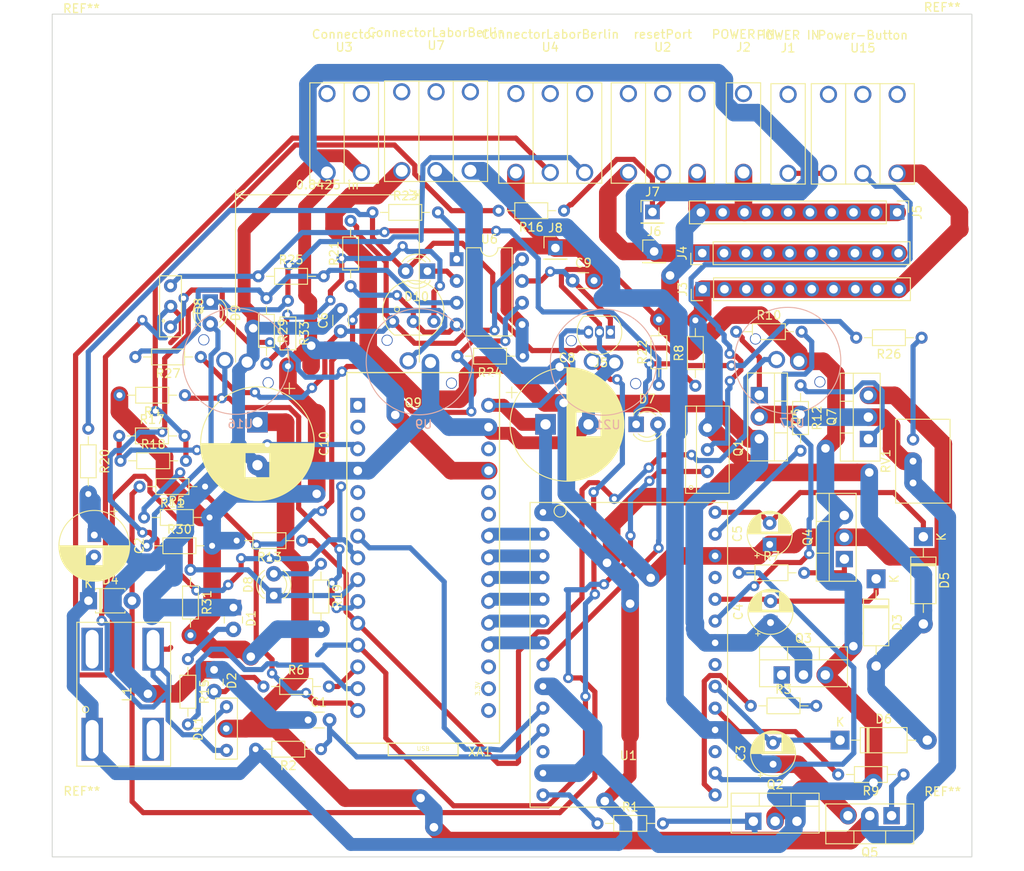
<source format=kicad_pcb>
(kicad_pcb (version 20171130) (host pcbnew 5.1.6-c6e7f7d~86~ubuntu19.10.1)
  (layers (0 F.Cu signal) (31 B.Cu signal) (34 B.Paste user) (35 F.Paste user) (36 B.SilkS user) (37 F.SilkS user) (38 B.Mask user) (39 F.Mask user) (44 Edge.Cuts user))
  (net 0 "")
  (net 1 "Net-(C1-Pad2)")
  (net 2 Vout-)
  (net 3 +12V)
  (net 4 "Net-(C3-Pad2)")
  (net 5 Pink)
  (net 6 "Net-(C4-Pad2)")
  (net 7 Green)
  (net 8 "Net-(C5-Pad2)")
  (net 9 Orange)
  (net 10 "Net-(C6-Pad1)")
  (net 11 "Net-(C9-Pad1)")
  (net 12 Vout+)
  (net 13 "Net-(D1-Pad2)")
  (net 14 "Net-(D2-Pad2)")
  (net 15 "Net-(D4-Pad2)")
  (net 16 "Net-(D7-Pad2)")
  (net 17 "Net-(D7-Pad1)")
  (net 18 "Net-(D8-Pad2)")
  (net 19 Sensor-Proyector)
  (net 20 "Net-(D9-Pad2)")
  (net 21 SPARE)
  (net 22 "Net-(D10-Pad2)")
  (net 23 "Net-(D10-Pad1)")
  (net 24 "Net-(D11-Pad1)")
  (net 25 "Net-(J1-Pad1)")
  (net 26 +5V)
  (net 27 "Net-(J7-Pad1)")
  (net 28 "Net-(Q1-Pad1)")
  (net 29 "Net-(Q2-Pad1)")
  (net 30 "Net-(Q3-Pad1)")
  (net 31 "Net-(Q4-Pad1)")
  (net 32 "Net-(Q5-Pad1)")
  (net 33 "Net-(Q6-Pad1)")
  (net 34 "Net-(Q7-Pad1)")
  (net 35 "Net-(Q8-Pad1)")
  (net 36 "Net-(Q9-Pad3)")
  (net 37 "Net-(Q9-Pad2)")
  (net 38 "Net-(R1-Pad1)")
  (net 39 "Net-(R3-Pad1)")
  (net 40 DIRECTION-SWITCH)
  (net 41 LED1)
  (net 42 "Net-(R7-Pad1)")
  (net 43 "Net-(R9-Pad2)")
  (net 44 "Net-(R10-Pad2)")
  (net 45 "Net-(R12-Pad2)")
  (net 46 CAPTURE)
  (net 47 Connector)
  (net 48 LED2)
  (net 49 "Net-(R16-Pad2)")
  (net 50 RST)
  (net 51 "Net-(R23-Pad2)")
  (net 52 "Net-(R26-Pad1)")
  (net 53 "Net-(U1-Pad21)")
  (net 54 "Net-(U1-Pad25)")
  (net 55 "Net-(U1-Pad17)")
  (net 56 EN)
  (net 57 LIN3)
  (net 58 LIN2)
  (net 59 LIN1)
  (net 60 HIN3)
  (net 61 HIN1)
  (net 62 HIN2)
  (net 63 "Net-(XA1-PadD1)")
  (net 64 "Net-(XA1-PadD0)")
  (net 65 "Net-(XA1-PadD2)")
  (net 66 "Net-(XA1-PadD3)")
  (net 67 "Net-(XA1-PadD13)")
  (net 68 "Net-(XA1-Pad3V3)")
  (net 69 "Net-(XA1-PadAREF)")
  (net 70 "Net-(XA1-PadA6)")
  (net 71 "Net-(XA1-PadA7)")
  (net 72 "Net-(XA1-PadRST2)")
  (net 73 "Net-(Q8-Pad3)")
  (net 74 START-STOP)
  (net 75 "Net-(R25-Pad2)")
  (module Resistor_THT:R_Axial_DIN0204_L3.6mm_D1.6mm_P7.62mm_Horizontal (layer F.Cu) (at 181.95 65.35 270)
    (fp_text reference R33 (at 3.81 -1.92 90) (layer F.SilkS))
    (fp_text value 10k)
    (pad 1 thru_hole circle (at 0 0 270) (size 1.4 1.4) (drill 0.7) (layers *.Cu *.Mask) (net 21 SPARE))
    (pad 2 thru_hole oval (at 7.62 0 270) (size 1.4 1.4) (drill 0.7) (layers *.Cu *.Mask) (net 26 +5V))
  )
  (module Resistor_THT:R_Axial_DIN0204_L3.6mm_D1.6mm_P7.62mm_Horizontal (layer F.Cu) (at 229.4 75.25 90)
    (fp_text reference R8 (at 3.81 -1.92 90) (layer F.SilkS))
    (fp_text value 1k)
    (pad 2 thru_hole oval (at 7.62 0 90) (size 1.4 1.4) (drill 0.7) (layers *.Cu *.Mask) (net 3 +12V))
    (pad 1 thru_hole circle (at 0 0 90) (size 1.4 1.4) (drill 0.7) (layers *.Cu *.Mask) (net 17 "Net-(D7-Pad1)"))
  )
  (module MountingHole:MountingHole_3.2mm_M3 (layer F.Cu) (at 258.2 126.75)
    (fp_text reference REF** (at 0 -4.2) (layer F.SilkS))
    (fp_text value MountingHole_3.2mm_M3)
    (pad 1 np_thru_hole circle (at 0 0) (size 3.2 3.2) (drill 3.2) (layers *.Cu *.Mask))
  )
  (module MountingHole:MountingHole_3.2mm_M3 (layer F.Cu) (at 157.95 126.7)
    (fp_text reference REF** (at 0 -4.2) (layer F.SilkS))
    (fp_text value MountingHole_3.2mm_M3)
    (pad 1 np_thru_hole circle (at 0 0) (size 3.2 3.2) (drill 3.2) (layers *.Cu *.Mask))
  )
  (module MountingHole:MountingHole_3.2mm_M3 (layer F.Cu) (at 157.9 35.5)
    (fp_text reference REF** (at 0 -4.2) (layer F.SilkS))
    (fp_text value MountingHole_3.2mm_M3)
    (pad 1 np_thru_hole circle (at 0 0) (size 3.2 3.2) (drill 3.2) (layers *.Cu *.Mask))
  )
  (module MountingHole:MountingHole_3.2mm_M3 (layer F.Cu) (at 258.15 35.35)
    (fp_text reference REF** (at 0 -4.2) (layer F.SilkS))
    (fp_text value MountingHole_3.2mm_M3)
    (pad 1 np_thru_hole circle (at 0 0) (size 3.2 3.2) (drill 3.2) (layers *.Cu *.Mask))
  )
  (module Capacitor_THT:C_Disc_D3.0mm_W1.6mm_P2.50mm (layer F.Cu) (at 184.3 114.2)
    (fp_text reference C1 (at 1.25 -2.05) (layer F.SilkS))
    (fp_text value 0.1uF)
    (pad 1 thru_hole circle (at 0 0) (size 1.6 1.6) (drill 0.8) (layers *.Cu *.Mask) (net 2 Vout-))
    (pad 2 thru_hole circle (at 2.5 0) (size 1.6 1.6) (drill 0.8) (layers *.Cu *.Mask) (net 1 "Net-(C1-Pad2)"))
  )
  (module Capacitor_THT:CP_Radial_D8.0mm_P2.50mm (layer F.Cu) (at 159.4 92.65 270)
    (fp_text reference C2 (at 1.25 -5.25 90) (layer F.SilkS))
    (fp_text value "100uF 50V")
    (pad 1 thru_hole rect (at 0 0 270) (size 1.6 1.6) (drill 0.8) (layers *.Cu *.Mask) (net 2 Vout-))
    (pad 2 thru_hole circle (at 2.5 0 270) (size 1.6 1.6) (drill 0.8) (layers *.Cu *.Mask) (net 3 +12V))
  )
  (module Capacitor_THT:CP_Radial_D5.0mm_P2.50mm (layer F.Cu) (at 238.45 119.35 90)
    (fp_text reference C3 (at 1.25 -3.75 90) (layer F.SilkS))
    (fp_text value "10uF 25V")
    (pad 1 thru_hole rect (at 0 0 90) (size 1.6 1.6) (drill 0.8) (layers *.Cu *.Mask) (net 5 Pink))
    (pad 2 thru_hole circle (at 2.5 0 90) (size 1.6 1.6) (drill 0.8) (layers *.Cu *.Mask) (net 4 "Net-(C3-Pad2)"))
  )
  (module Capacitor_THT:CP_Radial_D5.0mm_P2.50mm (layer F.Cu) (at 238.15 102.85 90)
    (fp_text reference C4 (at 1.25 -3.75 90) (layer F.SilkS))
    (fp_text value "10uF 25V")
    (pad 2 thru_hole circle (at 2.5 0 90) (size 1.6 1.6) (drill 0.8) (layers *.Cu *.Mask) (net 6 "Net-(C4-Pad2)"))
    (pad 1 thru_hole rect (at 0 0 90) (size 1.6 1.6) (drill 0.8) (layers *.Cu *.Mask) (net 7 Green))
  )
  (module Capacitor_THT:CP_Radial_D5.0mm_P2.50mm (layer F.Cu) (at 238.05 93.75 90)
    (fp_text reference C5 (at 1.25 -3.75 90) (layer F.SilkS))
    (fp_text value "10uF 25V")
    (pad 1 thru_hole rect (at 0 0 90) (size 1.6 1.6) (drill 0.8) (layers *.Cu *.Mask) (net 9 Orange))
    (pad 2 thru_hole circle (at 2.5 0 90) (size 1.6 1.6) (drill 0.8) (layers *.Cu *.Mask) (net 8 "Net-(C5-Pad2)"))
  )
  (module Capacitor_THT:C_Disc_D3.0mm_W1.6mm_P2.50mm (layer F.Cu) (at 188.1 68.9 90)
    (fp_text reference C6 (at 1.25 -2.05 90) (layer F.SilkS))
    (fp_text value 100n)
    (pad 1 thru_hole circle (at 0 0 90) (size 1.6 1.6) (drill 0.8) (layers *.Cu *.Mask) (net 10 "Net-(C6-Pad1)"))
    (pad 2 thru_hole circle (at 2.5 0 90) (size 1.6 1.6) (drill 0.8) (layers *.Cu *.Mask) (net 2 Vout-))
  )
  (module Capacitor_THT:CP_Radial_D13.0mm_P5.00mm (layer F.Cu) (at 211.95 79.75)
    (fp_text reference C8 (at 2.5 -7.75) (layer F.SilkS))
    (fp_text value "1000u 35V")
    (pad 1 thru_hole rect (at 0 0) (size 2.4 2.4) (drill 1.2) (layers *.Cu *.Mask) (net 3 +12V))
    (pad 2 thru_hole circle (at 5 0) (size 2.4 2.4) (drill 1.2) (layers *.Cu *.Mask) (net 2 Vout-))
  )
  (module Capacitor_THT:C_Disc_D3.0mm_W1.6mm_P2.50mm (layer F.Cu) (at 215.1 63)
    (fp_text reference C9 (at 1.25 -2.05) (layer F.SilkS))
    (fp_text value 25u)
    (pad 2 thru_hole circle (at 2.5 0) (size 1.6 1.6) (drill 0.8) (layers *.Cu *.Mask) (net 2 Vout-))
    (pad 1 thru_hole circle (at 0 0) (size 1.6 1.6) (drill 0.8) (layers *.Cu *.Mask) (net 11 "Net-(C9-Pad1)"))
  )
  (module Capacitor_THT:CP_Radial_D13.0mm_P5.00mm (layer F.Cu) (at 178.4 79.5 270)
    (fp_text reference C10 (at 2.5 -7.75 90) (layer F.SilkS))
    (fp_text value "100f 50V")
    (pad 2 thru_hole circle (at 5 0 270) (size 2.4 2.4) (drill 1.2) (layers *.Cu *.Mask) (net 2 Vout-))
    (pad 1 thru_hole rect (at 0 0 270) (size 2.4 2.4) (drill 1.2) (layers *.Cu *.Mask) (net 12 Vout+))
  )
  (module LED_THT:LED_Rectangular_W3.0mm_H2.0mm (layer F.Cu) (at 175.6 101.1 270)
    (fp_text reference D1 (at 1.27 -2.06 90) (layer F.SilkS))
    (fp_text value LED)
    (pad 1 thru_hole rect (at 0 0 270) (size 1.8 1.8) (drill 0.9) (layers *.Cu *.Mask) (net 2 Vout-))
    (pad 2 thru_hole circle (at 2.54 0 270) (size 1.8 1.8) (drill 0.9) (layers *.Cu *.Mask) (net 13 "Net-(D1-Pad2)"))
  )
  (module LED_THT:LED_Rectangular_W3.0mm_H2.0mm (layer F.Cu) (at 173.35 108.35 270)
    (fp_text reference D2 (at 1.27 -2.06 90) (layer F.SilkS))
    (fp_text value LED)
    (pad 2 thru_hole circle (at 2.54 0 270) (size 1.8 1.8) (drill 0.9) (layers *.Cu *.Mask) (net 14 "Net-(D2-Pad2)"))
    (pad 1 thru_hole rect (at 0 0 270) (size 1.8 1.8) (drill 0.9) (layers *.Cu *.Mask) (net 2 Vout-))
  )
  (module Diode_THT:D_DO-41_SOD81_P10.16mm_Horizontal (layer F.Cu) (at 250.45 97.75 270)
    (fp_text reference D3 (at 5.08 -2.47 90) (layer F.SilkS))
    (fp_text value 1N4007)
    (fp_text user K (at 0 -2.1 90) (layer F.SilkS))
    (pad 1 thru_hole rect (at 0 0 270) (size 2.2 2.2) (drill 1.1) (layers *.Cu *.Mask) (net 6 "Net-(C4-Pad2)"))
    (pad 2 thru_hole oval (at 10.16 0 270) (size 2.2 2.2) (drill 1.1) (layers *.Cu *.Mask) (net 3 +12V))
  )
  (module Diode_THT:D_T-1_P5.08mm_Horizontal (layer F.Cu) (at 158.72 100.3)
    (fp_text reference D4 (at 2.54 -2.42) (layer F.SilkS))
    (fp_text value 10,1V)
    (fp_text user K (at 0 -2) (layer F.SilkS))
    (pad 1 thru_hole rect (at 0 0) (size 2 2) (drill 1) (layers *.Cu *.Mask) (net 3 +12V))
    (pad 2 thru_hole oval (at 5.08 0) (size 2 2) (drill 1) (layers *.Cu *.Mask) (net 15 "Net-(D4-Pad2)"))
  )
  (module Diode_THT:D_DO-41_SOD81_P10.16mm_Horizontal (layer F.Cu) (at 255.95 92.85 270)
    (fp_text reference D5 (at 5.08 -2.47 90) (layer F.SilkS))
    (fp_text value 1N4007)
    (fp_text user K (at 0 -2.1 90) (layer F.SilkS))
    (pad 1 thru_hole rect (at 0 0 270) (size 2.2 2.2) (drill 1.1) (layers *.Cu *.Mask) (net 8 "Net-(C5-Pad2)"))
    (pad 2 thru_hole oval (at 10.16 0 270) (size 2.2 2.2) (drill 1.1) (layers *.Cu *.Mask) (net 3 +12V))
  )
  (module Diode_THT:D_DO-41_SOD81_P10.16mm_Horizontal (layer F.Cu) (at 246.25 116.55)
    (fp_text reference D6 (at 5.08 -2.47) (layer F.SilkS))
    (fp_text value 1N4007)
    (fp_text user K (at 0 -2.1) (layer F.SilkS))
    (pad 2 thru_hole oval (at 10.16 0) (size 2.2 2.2) (drill 1.1) (layers *.Cu *.Mask) (net 3 +12V))
    (pad 1 thru_hole rect (at 0 0) (size 2.2 2.2) (drill 1.1) (layers *.Cu *.Mask) (net 4 "Net-(C3-Pad2)"))
  )
  (module LED_THT:LED_D3.0mm (layer F.Cu) (at 222.5 79.75)
    (fp_text reference D7 (at 1.27 -2.96) (layer F.SilkS))
    (fp_text value LED)
    (pad 1 thru_hole rect (at 0 0) (size 1.8 1.8) (drill 0.9) (layers *.Cu *.Mask) (net 17 "Net-(D7-Pad1)"))
    (pad 2 thru_hole circle (at 2.54 0) (size 1.8 1.8) (drill 0.9) (layers *.Cu *.Mask) (net 16 "Net-(D7-Pad2)"))
  )
  (module LED_THT:LED_D3.0mm (layer F.Cu) (at 180.3 99.7 90)
    (fp_text reference D8 (at 1.27 -2.96 90) (layer F.SilkS))
    (fp_text value LED)
    (pad 1 thru_hole rect (at 0 0 90) (size 1.8 1.8) (drill 0.9) (layers *.Cu *.Mask) (net 19 Sensor-Proyector))
    (pad 2 thru_hole circle (at 2.54 0 90) (size 1.8 1.8) (drill 0.9) (layers *.Cu *.Mask) (net 18 "Net-(D8-Pad2)"))
  )
  (module LED_THT:LED_D3.0mm (layer F.Cu) (at 172.9 65.5 270)
    (fp_text reference D9 (at 1.27 -2.96 90) (layer F.SilkS))
    (fp_text value LED)
    (pad 2 thru_hole circle (at 2.54 0 270) (size 1.8 1.8) (drill 0.9) (layers *.Cu *.Mask) (net 20 "Net-(D9-Pad2)"))
    (pad 1 thru_hole rect (at 0 0 270) (size 1.8 1.8) (drill 0.9) (layers *.Cu *.Mask) (net 21 SPARE))
  )
  (module LED_THT:LED_D3.0mm (layer F.Cu) (at 198.2 61.9 180)
    (fp_text reference D10 (at 1.27 -2.96) (layer F.SilkS))
    (fp_text value LED)
    (pad 2 thru_hole circle (at 2.54 0 180) (size 1.8 1.8) (drill 0.9) (layers *.Cu *.Mask) (net 22 "Net-(D10-Pad2)"))
    (pad 1 thru_hole rect (at 0 0 180) (size 1.8 1.8) (drill 0.9) (layers *.Cu *.Mask) (net 23 "Net-(D10-Pad1)"))
  )
  (module OpenCelluloid:STPS2045C (layer F.Cu) (at 172 115.2 270)
    (fp_text reference D11 (at 0 0.5 90) (layer F.SilkS))
    (fp_text value STPS2045C-Shottky)
    (pad 3 thru_hole circle (at 0 -2.768 270) (size 1.524 1.524) (drill 0.762) (layers *.Cu *.Mask) (net 12 Vout+))
    (pad 1 thru_hole circle (at -2.54 -2.794 270) (size 1.524 1.524) (drill 0.762) (layers *.Cu *.Mask) (net 24 "Net-(D11-Pad1)"))
    (pad 2 thru_hole circle (at 2.54 -2.794 270) (size 1.524 1.524) (drill 0.762) (layers *.Cu *.Mask) (net 24 "Net-(D11-Pad1)"))
  )
  (module OpenCelluloid:WAGO_PCB_Klemme_1Pol (layer F.Cu) (at 240.2 45.9)
    (fp_text reference J1 (at 0 -10) (layer F.SilkS))
    (fp_text value "POWER IN" (at 0 -11.5) (layer F.SilkS))
    (pad 1 thru_hole circle (at 0 4.6) (size 2 2) (drill 1.4) (layers *.Cu *.Mask) (net 25 "Net-(J1-Pad1)"))
    (pad 2 thru_hole circle (at 0 -4.6) (size 2 2) (drill 1.4) (layers *.Cu *.Mask))
  )
  (module OpenCelluloid:WAGO_PCB_Klemme_1Pol (layer F.Cu) (at 235 45.8)
    (fp_text reference J2 (at 0 -10) (layer F.SilkS))
    (fp_text value "POWER IN" (at 0 -11.5) (layer F.SilkS))
    (pad 2 thru_hole circle (at 0 -4.6) (size 2 2) (drill 1.4) (layers *.Cu *.Mask))
    (pad 1 thru_hole circle (at 0 4.6) (size 2 2) (drill 1.4) (layers *.Cu *.Mask) (net 2 Vout-))
  )
  (module Connector_PinHeader_2.54mm:PinHeader_1x10_P2.54mm_Vertical (layer F.Cu) (at 230.25 64 90)
    (fp_text reference J3 (at 0 -2.33 90) (layer F.SilkS))
    (fp_text value Conn_01x10_Male)
    (pad 1 thru_hole rect (at 0 0 90) (size 1.7 1.7) (drill 1) (layers *.Cu *.Mask) (net 3 +12V))
    (pad 2 thru_hole oval (at 0 2.54 90) (size 1.7 1.7) (drill 1) (layers *.Cu *.Mask) (net 3 +12V))
    (pad 3 thru_hole oval (at 0 5.08 90) (size 1.7 1.7) (drill 1) (layers *.Cu *.Mask) (net 3 +12V))
    (pad 4 thru_hole oval (at 0 7.62 90) (size 1.7 1.7) (drill 1) (layers *.Cu *.Mask) (net 3 +12V))
    (pad 5 thru_hole oval (at 0 10.16 90) (size 1.7 1.7) (drill 1) (layers *.Cu *.Mask) (net 3 +12V))
    (pad 6 thru_hole oval (at 0 12.7 90) (size 1.7 1.7) (drill 1) (layers *.Cu *.Mask) (net 3 +12V))
    (pad 7 thru_hole oval (at 0 15.24 90) (size 1.7 1.7) (drill 1) (layers *.Cu *.Mask) (net 3 +12V))
    (pad 8 thru_hole oval (at 0 17.78 90) (size 1.7 1.7) (drill 1) (layers *.Cu *.Mask) (net 3 +12V))
    (pad 9 thru_hole oval (at 0 20.32 90) (size 1.7 1.7) (drill 1) (layers *.Cu *.Mask) (net 3 +12V))
    (pad 10 thru_hole oval (at 0 22.86 90) (size 1.7 1.7) (drill 1) (layers *.Cu *.Mask) (net 3 +12V))
  )
  (module Connector_PinHeader_2.54mm:PinHeader_1x10_P2.54mm_Vertical (layer F.Cu) (at 230.2 59.8 90)
    (fp_text reference J4 (at 0 -2.33 90) (layer F.SilkS))
    (fp_text value Conn_01x10_Male)
    (pad 1 thru_hole rect (at 0 0 90) (size 1.7 1.7) (drill 1) (layers *.Cu *.Mask) (net 26 +5V))
    (pad 2 thru_hole oval (at 0 2.54 90) (size 1.7 1.7) (drill 1) (layers *.Cu *.Mask) (net 26 +5V))
    (pad 3 thru_hole oval (at 0 5.08 90) (size 1.7 1.7) (drill 1) (layers *.Cu *.Mask) (net 26 +5V))
    (pad 4 thru_hole oval (at 0 7.62 90) (size 1.7 1.7) (drill 1) (layers *.Cu *.Mask) (net 26 +5V))
    (pad 5 thru_hole oval (at 0 10.16 90) (size 1.7 1.7) (drill 1) (layers *.Cu *.Mask) (net 26 +5V))
    (pad 6 thru_hole oval (at 0 12.7 90) (size 1.7 1.7) (drill 1) (layers *.Cu *.Mask) (net 26 +5V))
    (pad 7 thru_hole oval (at 0 15.24 90) (size 1.7 1.7) (drill 1) (layers *.Cu *.Mask) (net 26 +5V))
    (pad 8 thru_hole oval (at 0 17.78 90) (size 1.7 1.7) (drill 1) (layers *.Cu *.Mask) (net 26 +5V))
    (pad 9 thru_hole oval (at 0 20.32 90) (size 1.7 1.7) (drill 1) (layers *.Cu *.Mask) (net 26 +5V))
    (pad 10 thru_hole oval (at 0 22.86 90) (size 1.7 1.7) (drill 1) (layers *.Cu *.Mask) (net 26 +5V))
  )
  (module Connector_PinHeader_2.54mm:PinHeader_1x10_P2.54mm_Vertical (layer F.Cu) (at 252.9 55.05 270)
    (fp_text reference J5 (at 0 -2.33 90) (layer F.SilkS))
    (fp_text value Conn_01x10_Male)
    (pad 10 thru_hole oval (at 0 22.86 270) (size 1.7 1.7) (drill 1) (layers *.Cu *.Mask) (net 2 Vout-))
    (pad 9 thru_hole oval (at 0 20.32 270) (size 1.7 1.7) (drill 1) (layers *.Cu *.Mask) (net 2 Vout-))
    (pad 8 thru_hole oval (at 0 17.78 270) (size 1.7 1.7) (drill 1) (layers *.Cu *.Mask) (net 2 Vout-))
    (pad 7 thru_hole oval (at 0 15.24 270) (size 1.7 1.7) (drill 1) (layers *.Cu *.Mask) (net 2 Vout-))
    (pad 6 thru_hole oval (at 0 12.7 270) (size 1.7 1.7) (drill 1) (layers *.Cu *.Mask) (net 2 Vout-))
    (pad 5 thru_hole oval (at 0 10.16 270) (size 1.7 1.7) (drill 1) (layers *.Cu *.Mask) (net 2 Vout-))
    (pad 4 thru_hole oval (at 0 7.62 270) (size 1.7 1.7) (drill 1) (layers *.Cu *.Mask) (net 2 Vout-))
    (pad 3 thru_hole oval (at 0 5.08 270) (size 1.7 1.7) (drill 1) (layers *.Cu *.Mask) (net 2 Vout-))
    (pad 2 thru_hole oval (at 0 2.54 270) (size 1.7 1.7) (drill 1) (layers *.Cu *.Mask) (net 2 Vout-))
    (pad 1 thru_hole rect (at 0 0 270) (size 1.7 1.7) (drill 1) (layers *.Cu *.Mask) (net 2 Vout-))
  )
  (module Connector_PinHeader_2.54mm:PinHeader_1x01_P2.54mm_Vertical (layer F.Cu) (at 224.6 59.6)
    (fp_text reference J6 (at 0 -2.33) (layer F.SilkS))
    (fp_text value Conn_01x01_Male)
    (pad 1 thru_hole rect (at 0 0) (size 1.7 1.7) (drill 1) (layers *.Cu *.Mask) (net 26 +5V))
  )
  (module Connector_PinHeader_2.54mm:PinHeader_1x01_P2.54mm_Vertical (layer F.Cu) (at 224.4 55)
    (fp_text reference J7 (at 0 -2.33) (layer F.SilkS))
    (fp_text value Conn_01x01_Male)
    (pad 1 thru_hole rect (at 0 0) (size 1.7 1.7) (drill 1) (layers *.Cu *.Mask) (net 27 "Net-(J7-Pad1)"))
  )
  (module Connector_PinHeader_2.54mm:PinHeader_1x01_P2.54mm_Vertical (layer F.Cu) (at 213.1 59.2)
    (fp_text reference J8 (at 0 -2.33) (layer F.SilkS))
    (fp_text value Conn_01x01_Male)
    (pad 1 thru_hole rect (at 0 0) (size 1.7 1.7) (drill 1) (layers *.Cu *.Mask) (net 2 Vout-))
  )
  (module OpenCelluloid:VER2923-Coil-Inductor (layer F.Cu) (at 162.7 111.2 90)
    (fp_text reference L1 (at 0 0.5 90) (layer F.SilkS))
    (fp_text value VER2923-Coil-Inductor)
    (pad 2 thru_hole rect (at 5.25 3.55 90) (size 5 2.5) (drill oval 4.5 1.5) (layers *.Cu *.Mask) (net 24 "Net-(D11-Pad1)"))
    (pad 1 thru_hole rect (at -5.25 -3.55 90) (size 5 2.5) (drill oval 4.5 1.5) (layers *.Cu *.Mask) (net 3 +12V))
    (pad "" thru_hole rect (at -5.25 3.55 90) (size 5 2.5) (drill oval 4.5 1.5) (layers *.Cu *.Mask))
    (pad "" thru_hole rect (at 5.25 -3.55 90) (size 5 2.5) (drill oval 4.5 1.5) (layers *.Cu *.Mask))
  )
  (module OpenCelluloid:IRF5305 (layer F.Cu) (at 230.8 82.7 90)
    (fp_text reference Q1 (at 0.2 3.6 90) (layer F.SilkS))
    (fp_text value IRF5305)
    (pad 2 thru_hole circle (at -2.54 0 90) (size 1.524 1.524) (drill 0.762) (layers *.Cu *.Mask) (net 15 "Net-(D4-Pad2)"))
    (pad 1 thru_hole circle (at 0 0 90) (size 1.524 1.524) (drill 0.762) (layers *.Cu *.Mask) (net 28 "Net-(Q1-Pad1)"))
    (pad 3 thru_hole circle (at 2.54 0 90) (size 1.524 1.524) (drill 0.762) (layers *.Cu *.Mask) (net 3 +12V))
  )
  (module Package_TO_SOT_THT:TO-220-3_Vertical (layer F.Cu) (at 236.15 126)
    (fp_text reference Q2 (at 2.54 -4.27) (layer F.SilkS))
    (fp_text value IRF540N)
    (pad 3 thru_hole oval (at 5.08 0) (size 1.905 2) (drill 1.1) (layers *.Cu *.Mask) (net 2 Vout-))
    (pad 2 thru_hole oval (at 2.54 0) (size 1.905 2) (drill 1.1) (layers *.Cu *.Mask) (net 5 Pink))
    (pad 1 thru_hole rect (at 0 0) (size 1.905 2) (drill 1.1) (layers *.Cu *.Mask) (net 29 "Net-(Q2-Pad1)"))
  )
  (module Package_TO_SOT_THT:TO-220-3_Vertical (layer F.Cu) (at 239.45 108.95)
    (fp_text reference Q3 (at 2.54 -4.27) (layer F.SilkS))
    (fp_text value IRF540N)
    (pad 1 thru_hole rect (at 0 0) (size 1.905 2) (drill 1.1) (layers *.Cu *.Mask) (net 30 "Net-(Q3-Pad1)"))
    (pad 2 thru_hole oval (at 2.54 0) (size 1.905 2) (drill 1.1) (layers *.Cu *.Mask) (net 7 Green))
    (pad 3 thru_hole oval (at 5.08 0) (size 1.905 2) (drill 1.1) (layers *.Cu *.Mask) (net 2 Vout-))
  )
  (module Package_TO_SOT_THT:TO-220-3_Vertical (layer F.Cu) (at 246.75 95.45 90)
    (fp_text reference Q4 (at 2.54 -4.27 90) (layer F.SilkS))
    (fp_text value IRF540N)
    (pad 3 thru_hole oval (at 5.08 0 90) (size 1.905 2) (drill 1.1) (layers *.Cu *.Mask) (net 2 Vout-))
    (pad 2 thru_hole oval (at 2.54 0 90) (size 1.905 2) (drill 1.1) (layers *.Cu *.Mask) (net 9 Orange))
    (pad 1 thru_hole rect (at 0 0 90) (size 1.905 2) (drill 1.1) (layers *.Cu *.Mask) (net 31 "Net-(Q4-Pad1)"))
  )
  (module Package_TO_SOT_THT:TO-220-3_Vertical (layer F.Cu) (at 252.25 125.35 180)
    (fp_text reference Q5 (at 2.54 -4.27) (layer F.SilkS))
    (fp_text value IRF540N)
    (pad 3 thru_hole oval (at 5.08 0 180) (size 1.905 2) (drill 1.1) (layers *.Cu *.Mask) (net 5 Pink))
    (pad 2 thru_hole oval (at 2.54 0 180) (size 1.905 2) (drill 1.1) (layers *.Cu *.Mask) (net 12 Vout+))
    (pad 1 thru_hole rect (at 0 0 180) (size 1.905 2) (drill 1.1) (layers *.Cu *.Mask) (net 32 "Net-(Q5-Pad1)"))
  )
  (module Package_TO_SOT_THT:TO-220-3_Vertical (layer F.Cu) (at 236.85 76.35 270)
    (fp_text reference Q6 (at 2.54 -4.27 90) (layer F.SilkS))
    (fp_text value IRF540N)
    (pad 1 thru_hole rect (at 0 0 270) (size 1.905 2) (drill 1.1) (layers *.Cu *.Mask) (net 33 "Net-(Q6-Pad1)"))
    (pad 2 thru_hole oval (at 2.54 0 270) (size 1.905 2) (drill 1.1) (layers *.Cu *.Mask) (net 12 Vout+))
    (pad 3 thru_hole oval (at 5.08 0 270) (size 1.905 2) (drill 1.1) (layers *.Cu *.Mask) (net 7 Green))
  )
  (module Package_TO_SOT_THT:TO-220-3_Vertical (layer F.Cu) (at 249.55 81.45 90)
    (fp_text reference Q7 (at 2.54 -4.27 90) (layer F.SilkS))
    (fp_text value IRF540N)
    (pad 1 thru_hole rect (at 0 0 90) (size 1.905 2) (drill 1.1) (layers *.Cu *.Mask) (net 34 "Net-(Q7-Pad1)"))
    (pad 2 thru_hole oval (at 2.54 0 90) (size 1.905 2) (drill 1.1) (layers *.Cu *.Mask) (net 12 Vout+))
    (pad 3 thru_hole oval (at 5.08 0 90) (size 1.905 2) (drill 1.1) (layers *.Cu *.Mask) (net 9 Orange))
  )
  (module OpenCelluloid:STP75NF75-Mosfet (layer F.Cu) (at 171.068 66 90)
    (fp_text reference Q8 (at 0 0.5 90) (layer F.SilkS))
    (fp_text value STP75NF75)
    (pad 2 thru_hole circle (at 0 -2.768 90) (size 1.524 1.524) (drill 0.762) (layers *.Cu *.Mask) (net 24 "Net-(D11-Pad1)"))
    (pad 1 thru_hole circle (at -2.4 -2.794 90) (size 1.524 1.524) (drill 0.762) (layers *.Cu *.Mask) (net 35 "Net-(Q8-Pad1)"))
    (pad 3 thru_hole circle (at 2.4 -2.794 90) (size 1.524 1.524) (drill 0.762) (layers *.Cu *.Mask) (net 73 "Net-(Q8-Pad3)"))
  )
  (module OpenCelluloid:BC337-NPN-Transistor (layer F.Cu) (at 196.55 67.75)
    (fp_text reference Q9 (at -0.02 9.48) (layer F.SilkS))
    (fp_text value BC337-NPN-Transistor)
    (pad 1 thru_hole circle (at -2.4 0) (size 1.524 1.524) (drill 0.762) (layers *.Cu *.Mask) (net 10 "Net-(C6-Pad1)"))
    (pad 2 thru_hole circle (at 0 0) (size 1.524 1.524) (drill 0.762) (layers *.Cu *.Mask) (net 37 "Net-(Q9-Pad2)"))
    (pad 3 thru_hole circle (at 2.4 0) (size 1.524 1.524) (drill 0.762) (layers *.Cu *.Mask) (net 36 "Net-(Q9-Pad3)"))
  )
  (module Resistor_THT:R_Axial_DIN0204_L3.6mm_D1.6mm_P7.62mm_Horizontal (layer F.Cu) (at 218 126.25)
    (fp_text reference R1 (at 3.81 -1.92) (layer F.SilkS))
    (fp_text value 47)
    (pad 1 thru_hole circle (at 0 0) (size 1.4 1.4) (drill 0.7) (layers *.Cu *.Mask) (net 38 "Net-(R1-Pad1)"))
    (pad 2 thru_hole oval (at 7.62 0) (size 1.4 1.4) (drill 0.7) (layers *.Cu *.Mask) (net 29 "Net-(Q2-Pad1)"))
  )
  (module Resistor_THT:R_Axial_DIN0204_L3.6mm_D1.6mm_P7.62mm_Horizontal (layer F.Cu) (at 185.8 117.6 180)
    (fp_text reference R2 (at 3.81 -1.92) (layer F.SilkS))
    (fp_text value 100k)
    (pad 1 thru_hole circle (at 0 0 180) (size 1.4 1.4) (drill 0.7) (layers *.Cu *.Mask) (net 1 "Net-(C1-Pad2)"))
    (pad 2 thru_hole oval (at 7.62 0 180) (size 1.4 1.4) (drill 0.7) (layers *.Cu *.Mask) (net 3 +12V))
  )
  (module Resistor_THT:R_Axial_DIN0204_L3.6mm_D1.6mm_P7.62mm_Horizontal (layer F.Cu) (at 235.85 112.55)
    (fp_text reference R3 (at 3.81 -1.92) (layer F.SilkS))
    (fp_text value 47)
    (pad 1 thru_hole circle (at 0 0) (size 1.4 1.4) (drill 0.7) (layers *.Cu *.Mask) (net 39 "Net-(R3-Pad1)"))
    (pad 2 thru_hole oval (at 7.62 0) (size 1.4 1.4) (drill 0.7) (layers *.Cu *.Mask) (net 30 "Net-(Q3-Pad1)"))
  )
  (module Resistor_THT:R_Axial_DIN0204_L3.6mm_D1.6mm_P7.62mm_Horizontal (layer F.Cu) (at 169.95 76.35 180)
    (fp_text reference R4 (at 3.81 -1.92) (layer F.SilkS))
    (fp_text value 10K)
    (pad 1 thru_hole circle (at 0 0 180) (size 1.4 1.4) (drill 0.7) (layers *.Cu *.Mask) (net 74 START-STOP))
    (pad 2 thru_hole oval (at 7.62 0 180) (size 1.4 1.4) (drill 0.7) (layers *.Cu *.Mask) (net 26 +5V))
  )
  (module Resistor_THT:R_Axial_DIN0204_L3.6mm_D1.6mm_P7.62mm_Horizontal (layer F.Cu) (at 165.2 90.6)
    (fp_text reference R5 (at 3.81 -1.92) (layer F.SilkS))
    (fp_text value 10K)
    (pad 1 thru_hole circle (at 0 0) (size 1.4 1.4) (drill 0.7) (layers *.Cu *.Mask) (net 40 DIRECTION-SWITCH))
    (pad 2 thru_hole oval (at 7.62 0) (size 1.4 1.4) (drill 0.7) (layers *.Cu *.Mask) (net 26 +5V))
  )
  (module Resistor_THT:R_Axial_DIN0204_L3.6mm_D1.6mm_P7.62mm_Horizontal (layer F.Cu) (at 179.1 110.3)
    (fp_text reference R6 (at 3.81 -1.92) (layer F.SilkS))
    (fp_text value 10K)
    (pad 2 thru_hole oval (at 7.62 0) (size 1.4 1.4) (drill 0.7) (layers *.Cu *.Mask) (net 41 LED1))
    (pad 1 thru_hole circle (at 0 0) (size 1.4 1.4) (drill 0.7) (layers *.Cu *.Mask) (net 14 "Net-(D2-Pad2)"))
  )
  (module Resistor_THT:R_Axial_DIN0204_L3.6mm_D1.6mm_P7.62mm_Horizontal (layer F.Cu) (at 234.45 97.05)
    (fp_text reference R7 (at 3.81 -1.92) (layer F.SilkS))
    (fp_text value 47)
    (pad 1 thru_hole circle (at 0 0) (size 1.4 1.4) (drill 0.7) (layers *.Cu *.Mask) (net 42 "Net-(R7-Pad1)"))
    (pad 2 thru_hole oval (at 7.62 0) (size 1.4 1.4) (drill 0.7) (layers *.Cu *.Mask) (net 31 "Net-(Q4-Pad1)"))
  )
  (module Resistor_THT:R_Axial_DIN0204_L3.6mm_D1.6mm_P7.62mm_Horizontal (layer F.Cu) (at 253.65 120.55 180)
    (fp_text reference R9 (at 3.81 -1.92) (layer F.SilkS))
    (fp_text value 47)
    (pad 2 thru_hole oval (at 7.62 0 180) (size 1.4 1.4) (drill 0.7) (layers *.Cu *.Mask) (net 43 "Net-(R9-Pad2)"))
    (pad 1 thru_hole circle (at 0 0 180) (size 1.4 1.4) (drill 0.7) (layers *.Cu *.Mask) (net 32 "Net-(Q5-Pad1)"))
  )
  (module Resistor_THT:R_Axial_DIN0204_L3.6mm_D1.6mm_P7.62mm_Horizontal (layer F.Cu) (at 234.15 68.95)
    (fp_text reference R10 (at 3.81 -1.92) (layer F.SilkS))
    (fp_text value 47)
    (pad 2 thru_hole oval (at 7.62 0) (size 1.4 1.4) (drill 0.7) (layers *.Cu *.Mask) (net 44 "Net-(R10-Pad2)"))
    (pad 1 thru_hole circle (at 0 0) (size 1.4 1.4) (drill 0.7) (layers *.Cu *.Mask) (net 33 "Net-(Q6-Pad1)"))
  )
  (module Resistor_THT:R_Axial_DIN0204_L3.6mm_D1.6mm_P7.62mm_Horizontal (layer F.Cu) (at 172.3 87 180)
    (fp_text reference R11 (at 3.81 -1.92) (layer F.SilkS))
    (fp_text value 10K)
    (pad 1 thru_hole circle (at 0 0 180) (size 1.4 1.4) (drill 0.7) (layers *.Cu *.Mask) (net 2 Vout-))
    (pad 2 thru_hole oval (at 7.62 0 180) (size 1.4 1.4) (drill 0.7) (layers *.Cu *.Mask) (net 15 "Net-(D4-Pad2)"))
  )
  (module Resistor_THT:R_Axial_DIN0204_L3.6mm_D1.6mm_P7.62mm_Horizontal (layer F.Cu) (at 241.65 75.2 270)
    (fp_text reference R12 (at 3.81 -1.92 90) (layer F.SilkS))
    (fp_text value 47)
    (pad 1 thru_hole circle (at 0 0 270) (size 1.4 1.4) (drill 0.7) (layers *.Cu *.Mask) (net 34 "Net-(Q7-Pad1)"))
    (pad 2 thru_hole oval (at 7.62 0 270) (size 1.4 1.4) (drill 0.7) (layers *.Cu *.Mask) (net 45 "Net-(R12-Pad2)"))
  )
  (module Resistor_THT:R_Axial_DIN0204_L3.6mm_D1.6mm_P7.62mm_Horizontal (layer F.Cu) (at 183.6 93.3 180)
    (fp_text reference R13 (at 3.81 -1.92) (layer F.SilkS))
    (fp_text value 10K)
    (pad 2 thru_hole oval (at 7.62 0 180) (size 1.4 1.4) (drill 0.7) (layers *.Cu *.Mask) (net 26 +5V))
    (pad 1 thru_hole circle (at 0 0 180) (size 1.4 1.4) (drill 0.7) (layers *.Cu *.Mask) (net 46 CAPTURE))
  )
  (module Resistor_THT:R_Axial_DIN0204_L3.6mm_D1.6mm_P7.62mm_Horizontal (layer F.Cu) (at 170.3 107.1 270)
    (fp_text reference R15 (at 3.81 -1.92 90) (layer F.SilkS))
    (fp_text value 10K)
    (pad 2 thru_hole oval (at 7.62 0 270) (size 1.4 1.4) (drill 0.7) (layers *.Cu *.Mask) (net 48 LED2))
    (pad 1 thru_hole circle (at 0 0 270) (size 1.4 1.4) (drill 0.7) (layers *.Cu *.Mask) (net 13 "Net-(D1-Pad2)"))
  )
  (module Resistor_THT:R_Axial_DIN0204_L3.6mm_D1.6mm_P7.62mm_Horizontal (layer F.Cu) (at 214.1 54.85 180)
    (fp_text reference R16 (at 3.81 -1.92) (layer F.SilkS))
    (fp_text value R)
    (pad 2 thru_hole oval (at 7.62 0 180) (size 1.4 1.4) (drill 0.7) (layers *.Cu *.Mask) (net 49 "Net-(R16-Pad2)"))
    (pad 1 thru_hole circle (at 0 0 180) (size 1.4 1.4) (drill 0.7) (layers *.Cu *.Mask) (net 27 "Net-(J7-Pad1)"))
  )
  (module Resistor_THT:R_Axial_DIN0204_L3.6mm_D1.6mm_P7.62mm_Horizontal (layer F.Cu) (at 162.3 81.1)
    (fp_text reference R17 (at 3.81 -1.92) (layer F.SilkS))
    (fp_text value R)
    (pad 1 thru_hole circle (at 0 0) (size 1.4 1.4) (drill 0.7) (layers *.Cu *.Mask) (net 50 RST))
    (pad 2 thru_hole oval (at 7.62 0) (size 1.4 1.4) (drill 0.7) (layers *.Cu *.Mask) (net 49 "Net-(R16-Pad2)"))
  )
  (module Resistor_THT:R_Axial_DIN0204_L3.6mm_D1.6mm_P7.62mm_Horizontal (layer F.Cu) (at 162.45 84)
    (fp_text reference R18 (at 3.81 -1.92) (layer F.SilkS))
    (fp_text value R)
    (pad 2 thru_hole oval (at 7.62 0) (size 1.4 1.4) (drill 0.7) (layers *.Cu *.Mask) (net 49 "Net-(R16-Pad2)"))
    (pad 1 thru_hole circle (at 0 0) (size 1.4 1.4) (drill 0.7) (layers *.Cu *.Mask) (net 50 RST))
  )
  (module Resistor_THT:R_Axial_DIN0204_L3.6mm_D1.6mm_P7.62mm_Horizontal (layer F.Cu) (at 185.8 96 270)
    (fp_text reference R19 (at 3.81 -1.92 90) (layer F.SilkS))
    (fp_text value 330)
    (pad 2 thru_hole oval (at 7.62 0 270) (size 1.4 1.4) (drill 0.7) (layers *.Cu *.Mask) (net 26 +5V))
    (pad 1 thru_hole circle (at 0 0 270) (size 1.4 1.4) (drill 0.7) (layers *.Cu *.Mask) (net 18 "Net-(D8-Pad2)"))
  )
  (module Resistor_THT:R_Axial_DIN0204_L3.6mm_D1.6mm_P7.62mm_Horizontal (layer F.Cu) (at 158.7 80.25 270)
    (fp_text reference R20 (at 3.81 -1.92 90) (layer F.SilkS))
    (fp_text value 1K)
    (pad 1 thru_hole circle (at 0 0 270) (size 1.4 1.4) (drill 0.7) (layers *.Cu *.Mask) (net 22 "Net-(D10-Pad2)"))
    (pad 2 thru_hole oval (at 7.62 0 270) (size 1.4 1.4) (drill 0.7) (layers *.Cu *.Mask) (net 2 Vout-))
  )
  (module Resistor_THT:R_Axial_DIN0204_L3.6mm_D1.6mm_P7.62mm_Horizontal (layer F.Cu) (at 189.25 63.65 90)
    (fp_text reference R21 (at 3.81 -1.92 90) (layer F.SilkS))
    (fp_text value 15K)
    (pad 1 thru_hole circle (at 0 0 90) (size 1.4 1.4) (drill 0.7) (layers *.Cu *.Mask) (net 37 "Net-(Q9-Pad2)"))
    (pad 2 thru_hole oval (at 7.62 0 90) (size 1.4 1.4) (drill 0.7) (layers *.Cu *.Mask) (net 10 "Net-(C6-Pad1)"))
  )
  (module Resistor_THT:R_Axial_DIN0204_L3.6mm_D1.6mm_P7.62mm_Horizontal (layer F.Cu) (at 225.15 75.15 90)
    (fp_text reference R22 (at 3.81 -1.92 90) (layer F.SilkS))
    (fp_text value R)
    (pad 1 thru_hole circle (at 0 0 90) (size 1.4 1.4) (drill 0.7) (layers *.Cu *.Mask) (net 73 "Net-(Q8-Pad3)"))
    (pad 2 thru_hole oval (at 7.62 0 90) (size 1.4 1.4) (drill 0.7) (layers *.Cu *.Mask) (net 2 Vout-))
  )
  (module Resistor_THT:R_Axial_DIN0204_L3.6mm_D1.6mm_P7.62mm_Horizontal (layer F.Cu) (at 191.8 55.05)
    (fp_text reference R23 (at 3.81 -1.92) (layer F.SilkS))
    (fp_text value 10K)
    (pad 2 thru_hole oval (at 7.62 0) (size 1.4 1.4) (drill 0.7) (layers *.Cu *.Mask) (net 51 "Net-(R23-Pad2)"))
    (pad 1 thru_hole circle (at 0 0) (size 1.4 1.4) (drill 0.7) (layers *.Cu *.Mask) (net 22 "Net-(D10-Pad2)"))
  )
  (module Resistor_THT:R_Axial_DIN0204_L3.6mm_D1.6mm_P7.62mm_Horizontal (layer F.Cu) (at 209.3 71.8 180)
    (fp_text reference R24 (at 3.81 -1.92) (layer F.SilkS))
    (fp_text value 30K)
    (pad 2 thru_hole oval (at 7.62 0 180) (size 1.4 1.4) (drill 0.7) (layers *.Cu *.Mask) (net 35 "Net-(Q8-Pad1)"))
    (pad 1 thru_hole circle (at 0 0 180) (size 1.4 1.4) (drill 0.7) (layers *.Cu *.Mask) (net 2 Vout-))
  )
  (module Resistor_THT:R_Axial_DIN0204_L3.6mm_D1.6mm_P7.62mm_Horizontal (layer F.Cu) (at 178.5 62.5)
    (fp_text reference R25 (at 3.81 -1.92) (layer F.SilkS))
    (fp_text value 1k)
    (pad 2 thru_hole oval (at 7.62 0) (size 1.4 1.4) (drill 0.7) (layers *.Cu *.Mask) (net 75 "Net-(R25-Pad2)"))
    (pad 1 thru_hole circle (at 0 0) (size 1.4 1.4) (drill 0.7) (layers *.Cu *.Mask) (net 73 "Net-(Q8-Pad3)"))
  )
  (module Resistor_THT:R_Axial_DIN0204_L3.6mm_D1.6mm_P7.62mm_Horizontal (layer F.Cu) (at 255.75 69.65 180)
    (fp_text reference R26 (at 3.81 -1.92) (layer F.SilkS))
    (fp_text value 2k)
    (pad 2 thru_hole oval (at 7.62 0 180) (size 1.4 1.4) (drill 0.7) (layers *.Cu *.Mask) (net 22 "Net-(D10-Pad2)"))
    (pad 1 thru_hole circle (at 0 0 180) (size 1.4 1.4) (drill 0.7) (layers *.Cu *.Mask) (net 52 "Net-(R26-Pad1)"))
  )
  (module Resistor_THT:R_Axial_DIN0204_L3.6mm_D1.6mm_P7.62mm_Horizontal (layer F.Cu) (at 171.8 71.9 180)
    (fp_text reference R27 (at 3.81 -1.92) (layer F.SilkS))
    (fp_text value 9K)
    (pad 2 thru_hole oval (at 7.62 0 180) (size 1.4 1.4) (drill 0.7) (layers *.Cu *.Mask) (net 75 "Net-(R25-Pad2)"))
    (pad 1 thru_hole circle (at 0 0 180) (size 1.4 1.4) (drill 0.7) (layers *.Cu *.Mask) (net 10 "Net-(C6-Pad1)"))
  )
  (module Resistor_THT:R_Axial_DIN0204_L3.6mm_D1.6mm_P7.62mm_Horizontal (layer F.Cu) (at 179.45 65.05 270)
    (fp_text reference R29 (at 3.81 -1.92 90) (layer F.SilkS))
    (fp_text value 10K)
    (pad 1 thru_hole circle (at 0 0 270) (size 1.4 1.4) (drill 0.7) (layers *.Cu *.Mask) (net 75 "Net-(R25-Pad2)"))
    (pad 2 thru_hole oval (at 7.62 0 270) (size 1.4 1.4) (drill 0.7) (layers *.Cu *.Mask) (net 36 "Net-(Q9-Pad3)"))
  )
  (module Resistor_THT:R_Axial_DIN0204_L3.6mm_D1.6mm_P7.62mm_Horizontal (layer F.Cu) (at 165.5 93.9)
    (fp_text reference R30 (at 3.81 -1.92) (layer F.SilkS))
    (fp_text value 330)
    (pad 1 thru_hole circle (at 0 0) (size 1.4 1.4) (drill 0.7) (layers *.Cu *.Mask) (net 20 "Net-(D9-Pad2)"))
    (pad 2 thru_hole oval (at 7.62 0) (size 1.4 1.4) (drill 0.7) (layers *.Cu *.Mask) (net 26 +5V))
  )
  (module Resistor_THT:R_Axial_DIN0204_L3.6mm_D1.6mm_P7.62mm_Horizontal (layer F.Cu) (at 170.6 96.7 270)
    (fp_text reference R31 (at 3.81 -1.92 90) (layer F.SilkS))
    (fp_text value 10k)
    (pad 2 thru_hole oval (at 7.62 0 270) (size 1.4 1.4) (drill 0.7) (layers *.Cu *.Mask) (net 26 +5V))
    (pad 1 thru_hole circle (at 0 0 270) (size 1.4 1.4) (drill 0.7) (layers *.Cu *.Mask) (net 19 Sensor-Proyector))
  )
  (module Potentiometer_THT:Potentiometer_Bourns_3299W_Vertical (layer F.Cu) (at 254.75 81.5 90)
    (fp_text reference RV1 (at -2.54 -3.16 90) (layer F.SilkS))
    (fp_text value 10K)
    (pad 1 thru_hole circle (at 0 0 90) (size 1.44 1.44) (drill 0.8) (layers *.Cu *.Mask) (net 52 "Net-(R26-Pad1)"))
    (pad 2 thru_hole circle (at -2.54 0 90) (size 1.44 1.44) (drill 0.8) (layers *.Cu *.Mask) (net 12 Vout+))
    (pad 3 thru_hole circle (at -5.08 0 90) (size 1.44 1.44) (drill 0.8) (layers *.Cu *.Mask) (net 12 Vout+))
  )
  (module OpenCelluloid:IR2136-Inverter (layer F.Cu) (at 221.65 106.35)
    (fp_text reference U1 (at -0.05 12) (layer F.SilkS))
    (fp_text value IR2136)
    (pad 3 thru_hole circle (at -10 -11.27) (size 1.524 1.524) (drill 0.762) (layers *.Cu *.Mask) (net 62 HIN2))
    (pad 1 thru_hole circle (at -10 -16.35) (size 1.524 1.524) (drill 0.762) (layers *.Cu *.Mask) (net 3 +12V))
    (pad 2 thru_hole circle (at -10 -13.81) (size 1.524 1.524) (drill 0.762) (layers *.Cu *.Mask) (net 61 HIN1))
    (pad 4 thru_hole circle (at -10 -8.76) (size 1.524 1.524) (drill 0.762) (layers *.Cu *.Mask) (net 60 HIN3))
    (pad 5 thru_hole circle (at -10 -6.22) (size 1.524 1.524) (drill 0.762) (layers *.Cu *.Mask) (net 59 LIN1))
    (pad 6 thru_hole circle (at -10 -3.68) (size 1.524 1.524) (drill 0.762) (layers *.Cu *.Mask) (net 58 LIN2))
    (pad 7 thru_hole circle (at -10 -1.14) (size 1.524 1.524) (drill 0.762) (layers *.Cu *.Mask) (net 57 LIN3))
    (pad 8 thru_hole circle (at -10 1.39) (size 1.524 1.524) (drill 0.762) (layers *.Cu *.Mask) (net 16 "Net-(D7-Pad2)"))
    (pad 9 thru_hole circle (at -10 3.93) (size 1.524 1.524) (drill 0.762) (layers *.Cu *.Mask) (net 2 Vout-))
    (pad 10 thru_hole circle (at -10 6.47) (size 1.524 1.524) (drill 0.762) (layers *.Cu *.Mask) (net 56 EN))
    (pad 11 thru_hole circle (at -10 9.01) (size 1.524 1.524) (drill 0.762) (layers *.Cu *.Mask) (net 1 "Net-(C1-Pad2)"))
    (pad 12 thru_hole circle (at -10 11.54) (size 1.524 1.524) (drill 0.762) (layers *.Cu *.Mask) (net 2 Vout-))
    (pad 13 thru_hole circle (at -10 14.04) (size 1.524 1.524) (drill 0.762) (layers *.Cu *.Mask) (net 2 Vout-))
    (pad 14 thru_hole circle (at -10 16.58) (size 1.524 1.524) (drill 0.762) (layers *.Cu *.Mask) (net 38 "Net-(R1-Pad1)"))
    (pad 19 thru_hole circle (at 10.05 6.47) (size 1.524 1.524) (drill 0.762) (layers *.Cu *.Mask) (net 43 "Net-(R9-Pad2)"))
    (pad 18 thru_hole circle (at 10.05 9.01) (size 1.524 1.524) (drill 0.762) (layers *.Cu *.Mask) (net 5 Pink))
    (pad 24 thru_hole circle (at 10.05 -6.22) (size 1.524 1.524) (drill 0.762) (layers *.Cu *.Mask) (net 6 "Net-(C4-Pad2)"))
    (pad 15 thru_hole circle (at 10.05 16.58) (size 1.524 1.524) (drill 0.762) (layers *.Cu *.Mask) (net 39 "Net-(R3-Pad1)"))
    (pad 27 thru_hole circle (at 10.05 -13.81) (size 1.524 1.524) (drill 0.762) (layers *.Cu *.Mask) (net 45 "Net-(R12-Pad2)"))
    (pad 20 thru_hole circle (at 10.05 3.93) (size 1.524 1.524) (drill 0.762) (layers *.Cu *.Mask) (net 4 "Net-(C3-Pad2)"))
    (pad 23 thru_hole circle (at 10.05 -3.68) (size 1.524 1.524) (drill 0.762) (layers *.Cu *.Mask) (net 44 "Net-(R10-Pad2)"))
    (pad 17 thru_hole circle (at 10.05 11.54) (size 1.524 1.524) (drill 0.762) (layers *.Cu *.Mask) (net 55 "Net-(U1-Pad17)"))
    (pad 25 thru_hole circle (at 10.05 -8.76) (size 1.524 1.524) (drill 0.762) (layers *.Cu *.Mask) (net 54 "Net-(U1-Pad25)"))
    (pad 28 thru_hole circle (at 10.05 -16.35) (size 1.524 1.524) (drill 0.762) (layers *.Cu *.Mask) (net 8 "Net-(C5-Pad2)"))
    (pad 21 thru_hole circle (at 10.05 1.39) (size 1.524 1.524) (drill 0.762) (layers *.Cu *.Mask) (net 53 "Net-(U1-Pad21)"))
    (pad 16 thru_hole circle (at 10.05 14.04) (size 1.524 1.524) (drill 0.762) (layers *.Cu *.Mask) (net 42 "Net-(R7-Pad1)"))
    (pad 26 thru_hole circle (at 10.05 -11.27) (size 1.524 1.524) (drill 0.762) (layers *.Cu *.Mask) (net 9 Orange))
    (pad 22 thru_hole circle (at 10.05 -1.14) (size 1.524 1.524) (drill 0.762) (layers *.Cu *.Mask) (net 7 Green))
  )
  (module OpenCelluloid:WAGO_PCB_Klemme_3Pol (layer F.Cu) (at 225.6 45.8)
    (fp_text reference U2 (at 0 -10) (layer F.SilkS))
    (fp_text value resetPort (at 0 -11.5) (layer F.SilkS))
    (pad 2 thru_hole circle (at 0 4.6) (size 2 2) (drill 1.4) (layers *.Cu *.Mask) (net 27 "Net-(J7-Pad1)"))
    (pad 5 thru_hole circle (at 0 -4.6) (size 2 2) (drill 1.4) (layers *.Cu *.Mask))
    (pad 1 thru_hole circle (at -4 4.6) (size 2 2) (drill 1.4) (layers *.Cu *.Mask) (net 26 +5V))
    (pad 3 thru_hole circle (at 4 4.6) (size 2 2) (drill 1.4) (layers *.Cu *.Mask) (net 2 Vout-))
    (pad 6 thru_hole circle (at -4 -4.6) (size 2 2) (drill 1.4) (layers *.Cu *.Mask))
    (pad 4 thru_hole circle (at 4 -4.6) (size 2 2) (drill 1.4) (layers *.Cu *.Mask))
  )
  (module OpenCelluloid:WAGO_PCB_Klemme_2Pol (layer F.Cu) (at 188.5 45.8)
    (fp_text reference U3 (at 0 -10) (layer F.SilkS))
    (fp_text value Connector (at 0 -11.5) (layer F.SilkS))
    (pad 3 thru_hole circle (at 2 -4.6) (size 2 2) (drill 1.4) (layers *.Cu *.Mask))
    (pad 4 thru_hole circle (at -2 -4.6) (size 2 2) (drill 1.4) (layers *.Cu *.Mask))
    (pad 2 thru_hole circle (at 2 4.6) (size 2 2) (drill 1.4) (layers *.Cu *.Mask) (net 2 Vout-))
    (pad 1 thru_hole circle (at -2 4.6) (size 2 2) (drill 1.4) (layers *.Cu *.Mask) (net 26 +5V))
  )
  (module OpenCelluloid:WAGO_PCB_Klemme_3Pol (layer F.Cu) (at 212.5 45.8)
    (fp_text reference U4 (at 0 -10) (layer F.SilkS))
    (fp_text value ConnectorLaborBerlin (at 0 -11.5) (layer F.SilkS))
    (pad 2 thru_hole circle (at 0 4.6) (size 2 2) (drill 1.4) (layers *.Cu *.Mask) (net 19 Sensor-Proyector))
    (pad 5 thru_hole circle (at 0 -4.6) (size 2 2) (drill 1.4) (layers *.Cu *.Mask))
    (pad 1 thru_hole circle (at -4 4.6) (size 2 2) (drill 1.4) (layers *.Cu *.Mask) (net 2 Vout-))
    (pad 3 thru_hole circle (at 4 4.6) (size 2 2) (drill 1.4) (layers *.Cu *.Mask) (net 21 SPARE))
    (pad 6 thru_hole circle (at -4 -4.6) (size 2 2) (drill 1.4) (layers *.Cu *.Mask))
    (pad 4 thru_hole circle (at 4 -4.6) (size 2 2) (drill 1.4) (layers *.Cu *.Mask))
  )
  (module Package_TO_SOT_THT:TO-92_Inline (layer F.Cu) (at 219.5 69 180)
    (fp_text reference U5 (at 1.27 -3.56) (layer F.SilkS))
    (fp_text value L78L09_TO92)
    (pad 2 thru_hole oval (at 1.27 0 180) (size 1.05 1.5) (drill 0.75) (layers *.Cu *.Mask) (net 2 Vout-))
    (pad 3 thru_hole oval (at 2.54 0 180) (size 1.05 1.5) (drill 0.75) (layers *.Cu *.Mask) (net 3 +12V))
    (pad 1 thru_hole rect (at 0 0 180) (size 1.05 1.5) (drill 0.75) (layers *.Cu *.Mask) (net 11 "Net-(C9-Pad1)"))
  )
  (module Package_DIP:DIP-8_W7.62mm (layer F.Cu) (at 201.6 60.5)
    (fp_text reference U6 (at 3.81 -2.33) (layer F.SilkS))
    (fp_text value UC3842_DIP8-edit)
    (pad 1 thru_hole rect (at 0 0) (size 1.6 1.6) (drill 0.8) (layers *.Cu *.Mask) (net 51 "Net-(R23-Pad2)"))
    (pad 5 thru_hole oval (at 7.62 7.62) (size 1.6 1.6) (drill 0.8) (layers *.Cu *.Mask) (net 2 Vout-))
    (pad 2 thru_hole oval (at 0 2.54) (size 1.6 1.6) (drill 0.8) (layers *.Cu *.Mask) (net 23 "Net-(D10-Pad1)"))
    (pad 6 thru_hole oval (at 7.62 5.08) (size 1.6 1.6) (drill 0.8) (layers *.Cu *.Mask) (net 35 "Net-(Q8-Pad1)"))
    (pad 3 thru_hole oval (at 0 5.08) (size 1.6 1.6) (drill 0.8) (layers *.Cu *.Mask) (net 75 "Net-(R25-Pad2)"))
    (pad 7 thru_hole oval (at 7.62 2.54) (size 1.6 1.6) (drill 0.8) (layers *.Cu *.Mask) (net 11 "Net-(C9-Pad1)"))
    (pad 4 thru_hole oval (at 0 7.62) (size 1.6 1.6) (drill 0.8) (layers *.Cu *.Mask) (net 37 "Net-(Q9-Pad2)"))
    (pad 8 thru_hole oval (at 7.62 0) (size 1.6 1.6) (drill 0.8) (layers *.Cu *.Mask) (net 10 "Net-(C6-Pad1)"))
  )
  (module OpenCelluloid:WAGO_PCB_Klemme_3Pol (layer F.Cu) (at 199.2 45.6)
    (fp_text reference U7 (at 0 -10) (layer F.SilkS))
    (fp_text value ConnectorLaborBerlin (at 0 -11.5) (layer F.SilkS))
    (pad 4 thru_hole circle (at 4 -4.6) (size 2 2) (drill 1.4) (layers *.Cu *.Mask))
    (pad 6 thru_hole circle (at -4 -4.6) (size 2 2) (drill 1.4) (layers *.Cu *.Mask))
    (pad 3 thru_hole circle (at 4 4.6) (size 2 2) (drill 1.4) (layers *.Cu *.Mask) (net 5 Pink))
    (pad 1 thru_hole circle (at -4 4.6) (size 2 2) (drill 1.4) (layers *.Cu *.Mask) (net 9 Orange))
    (pad 5 thru_hole circle (at 0 -4.6) (size 2 2) (drill 1.4) (layers *.Cu *.Mask))
    (pad 2 thru_hole circle (at 0 4.6) (size 2 2) (drill 1.4) (layers *.Cu *.Mask) (net 7 Green))
  )
  (module OpenCelluloid:K12AB-Switch (layer B.Cu) (at 197.25 72.45)
    (fp_text reference U9 (at 0.5 7.3) (layer B.SilkS) (effects (justify mirror)))
    (fp_text value K12AB-Switch)
    (pad "" np_thru_hole circle (at 3.75 2.5 180) (size 1.3 1.3) (drill 1.1) (layers *.Cu *.Mask))
    (pad "" np_thru_hole circle (at -3.75 -2.5 180) (size 1.3 1.3) (drill 1.1) (layers *.Cu *.Mask))
    (pad 2 thru_hole circle (at 1.3 0.1 180) (size 2 2) (drill 1.3) (layers *.Cu *.Mask) (net 2 Vout-))
    (pad 1 thru_hole circle (at -1.3 -0.1 180) (size 2 2) (drill 1.3) (layers *.Cu *.Mask) (net 40 DIRECTION-SWITCH))
  )
  (module OpenCelluloid:WAGO_PCB_Klemme_3Pol (layer F.Cu) (at 248.9 45.9)
    (fp_text reference U15 (at 0 -10) (layer F.SilkS))
    (fp_text value Power-Button (at 0 -11.5) (layer F.SilkS))
    (pad 4 thru_hole circle (at 4 -4.6) (size 2 2) (drill 1.4) (layers *.Cu *.Mask))
    (pad 6 thru_hole circle (at -4 -4.6) (size 2 2) (drill 1.4) (layers *.Cu *.Mask))
    (pad 3 thru_hole circle (at 4 4.6) (size 2 2) (drill 1.4) (layers *.Cu *.Mask) (net 3 +12V))
    (pad 1 thru_hole circle (at -4 4.6) (size 2 2) (drill 1.4) (layers *.Cu *.Mask) (net 25 "Net-(J1-Pad1)"))
    (pad 5 thru_hole circle (at 0 -4.6) (size 2 2) (drill 1.4) (layers *.Cu *.Mask))
    (pad 2 thru_hole circle (at 0 4.6) (size 2 2) (drill 1.4) (layers *.Cu *.Mask) (net 28 "Net-(Q1-Pad1)"))
  )
  (module OpenCelluloid:K12AB-Switch (layer B.Cu) (at 175.9 72.4)
    (fp_text reference U16 (at 0.5 7.3) (layer B.SilkS) (effects (justify mirror)))
    (fp_text value K12AB-Switch)
    (pad 1 thru_hole circle (at -1.3 -0.1 180) (size 2 2) (drill 1.3) (layers *.Cu *.Mask) (net 74 START-STOP))
    (pad 2 thru_hole circle (at 1.3 0.1 180) (size 2 2) (drill 1.3) (layers *.Cu *.Mask) (net 2 Vout-))
    (pad "" np_thru_hole circle (at -3.75 -2.5 180) (size 1.3 1.3) (drill 1.1) (layers *.Cu *.Mask))
    (pad "" np_thru_hole circle (at 3.75 2.5 180) (size 1.3 1.3) (drill 1.1) (layers *.Cu *.Mask))
  )
  (module OpenCelluloid:K12AB-Switch (layer B.Cu) (at 240.15 72.3)
    (fp_text reference U17 (at 0.5 7.3) (layer B.SilkS) (effects (justify mirror)))
    (fp_text value K12AB-Switch)
    (pad "" np_thru_hole circle (at 3.75 2.5 180) (size 1.3 1.3) (drill 1.1) (layers *.Cu *.Mask))
    (pad "" np_thru_hole circle (at -3.75 -2.5 180) (size 1.3 1.3) (drill 1.1) (layers *.Cu *.Mask))
    (pad 2 thru_hole circle (at 1.3 0.1 180) (size 2 2) (drill 1.3) (layers *.Cu *.Mask) (net 2 Vout-))
    (pad 1 thru_hole circle (at -1.3 -0.1 180) (size 2 2) (drill 1.3) (layers *.Cu *.Mask) (net 46 CAPTURE))
  )
  (module OpenCelluloid:K12AB-Switch (layer B.Cu) (at 218.7 72.5)
    (fp_text reference U21 (at 0.5 7.3) (layer B.SilkS) (effects (justify mirror)))
    (fp_text value K12AB-Switch)
    (pad 1 thru_hole circle (at -1.3 -0.1 180) (size 2 2) (drill 1.3) (layers *.Cu *.Mask) (net 47 Connector))
    (pad 2 thru_hole circle (at 1.3 0.1 180) (size 2 2) (drill 1.3) (layers *.Cu *.Mask) (net 2 Vout-))
    (pad "" np_thru_hole circle (at -3.75 -2.5 180) (size 1.3 1.3) (drill 1.1) (layers *.Cu *.Mask))
    (pad "" np_thru_hole circle (at 3.75 2.5 180) (size 1.3 1.3) (drill 1.1) (layers *.Cu *.Mask))
  )
  (module OpenCelluloidArduino:Arduino_Nano_Socket (layer F.Cu) (at 197.7 116.9)
    (fp_text reference XA1 (at 6.604 1.016) (layer F.SilkS))
    (fp_text value Arduino_Nano_Socket-OpenSourceCelluloid-arduino)
    (fp_text user USB (at 0 0.635) (layer F.SilkS) (effects (font (size 0.5 0.5) (thickness 0.075))))
    (fp_text user 3.3V (at 6.35 -6.35 90) (layer F.SilkS) (effects (font (size 0.5 0.5) (thickness 0.075))))
    (pad VIN thru_hole circle (at 7.62 -39.37) (size 1.7272 1.7272) (drill 1.016) (layers *.Cu *.Mask) (net 3 +12V))
    (pad GND2 thru_hole circle (at 7.62 -36.83) (size 1.7272 1.7272) (drill 1.016) (layers *.Cu *.Mask) (net 2 Vout-))
    (pad RST2 thru_hole circle (at 7.62 -34.29) (size 1.7272 1.7272) (drill 1.016) (layers *.Cu *.Mask) (net 72 "Net-(XA1-PadRST2)"))
    (pad 5V thru_hole circle (at 7.62 -31.75) (size 1.7272 1.7272) (drill 1.016) (layers *.Cu *.Mask) (net 26 +5V))
    (pad A7 thru_hole circle (at 7.62 -29.21) (size 1.7272 1.7272) (drill 1.016) (layers *.Cu *.Mask) (net 71 "Net-(XA1-PadA7)"))
    (pad A6 thru_hole circle (at 7.62 -26.67) (size 1.7272 1.7272) (drill 1.016) (layers *.Cu *.Mask) (net 70 "Net-(XA1-PadA6)"))
    (pad A5 thru_hole circle (at 7.62 -24.13) (size 1.7272 1.7272) (drill 1.016) (layers *.Cu *.Mask) (net 61 HIN1))
    (pad A4 thru_hole circle (at 7.62 -21.59) (size 1.7272 1.7272) (drill 1.016) (layers *.Cu *.Mask) (net 62 HIN2))
    (pad A3 thru_hole circle (at 7.62 -19.05) (size 1.7272 1.7272) (drill 1.016) (layers *.Cu *.Mask) (net 60 HIN3))
    (pad A2 thru_hole circle (at 7.62 -16.51) (size 1.7272 1.7272) (drill 1.016) (layers *.Cu *.Mask) (net 59 LIN1))
    (pad A1 thru_hole circle (at 7.62 -13.97) (size 1.7272 1.7272) (drill 1.016) (layers *.Cu *.Mask) (net 58 LIN2))
    (pad A0 thru_hole circle (at 7.62 -11.43) (size 1.7272 1.7272) (drill 1.016) (layers *.Cu *.Mask) (net 57 LIN3))
    (pad AREF thru_hole circle (at 7.62 -8.89) (size 1.7272 1.7272) (drill 1.016) (layers *.Cu *.Mask) (net 69 "Net-(XA1-PadAREF)"))
    (pad 3V3 thru_hole circle (at 7.62 -6.35) (size 1.7272 1.7272) (drill 1.016) (layers *.Cu *.Mask) (net 68 "Net-(XA1-Pad3V3)"))
    (pad D13 thru_hole circle (at 7.62 -3.81) (size 1.7272 1.7272) (drill 1.016) (layers *.Cu *.Mask) (net 67 "Net-(XA1-PadD13)"))
    (pad D12 thru_hole circle (at -7.62 -3.81) (size 1.7272 1.7272) (drill 1.016) (layers *.Cu *.Mask) (net 40 DIRECTION-SWITCH))
    (pad D11 thru_hole circle (at -7.62 -6.35) (size 1.7272 1.7272) (drill 1.016) (layers *.Cu *.Mask) (net 48 LED2))
    (pad D10 thru_hole circle (at -7.62 -8.89) (size 1.7272 1.7272) (drill 1.016) (layers *.Cu *.Mask) (net 41 LED1))
    (pad D9 thru_hole circle (at -7.62 -11.43) (size 1.7272 1.7272) (drill 1.016) (layers *.Cu *.Mask) (net 47 Connector))
    (pad D8 thru_hole circle (at -7.62 -13.97) (size 1.7272 1.7272) (drill 1.016) (layers *.Cu *.Mask) (net 46 CAPTURE))
    (pad D7 thru_hole circle (at -7.62 -16.51) (size 1.7272 1.7272) (drill 1.016) (layers *.Cu *.Mask) (net 74 START-STOP))
    (pad D6 thru_hole circle (at -7.62 -19.05) (size 1.7272 1.7272) (drill 1.016) (layers *.Cu *.Mask) (net 19 Sensor-Proyector))
    (pad D5 thru_hole circle (at -7.62 -21.59) (size 1.7272 1.7272) (drill 1.016) (layers *.Cu *.Mask) (net 21 SPARE))
    (pad D4 thru_hole circle (at -7.62 -24.13) (size 1.7272 1.7272) (drill 1.016) (layers *.Cu *.Mask) (net 56 EN))
    (pad D3 thru_hole circle (at -7.62 -26.67) (size 1.7272 1.7272) (drill 1.016) (layers *.Cu *.Mask) (net 66 "Net-(XA1-PadD3)"))
    (pad D2 thru_hole circle (at -7.62 -29.21) (size 1.7272 1.7272) (drill 1.016) (layers *.Cu *.Mask) (net 65 "Net-(XA1-PadD2)"))
    (pad GND1 thru_hole circle (at -7.62 -31.75) (size 1.7272 1.7272) (drill 1.016) (layers *.Cu *.Mask) (net 2 Vout-))
    (pad RST1 thru_hole circle (at -7.62 -34.29) (size 1.7272 1.7272) (drill 1.016) (layers *.Cu *.Mask) (net 50 RST))
    (pad D0 thru_hole circle (at -7.62 -36.83) (size 1.7272 1.7272) (drill 1.016) (layers *.Cu *.Mask) (net 64 "Net-(XA1-PadD0)"))
    (pad D1 thru_hole rect (at -7.62 -39.37) (size 1.7272 1.7272) (drill 1.016) (layers *.Cu *.Mask) (net 63 "Net-(XA1-PadD1)"))
    (pad "" np_thru_hole circle (at -7.62 -41.91) (size 1.85 1.85) (drill 1.85) (layers *.Cu *.Mask))
    (pad "" np_thru_hole circle (at 7.62 -41.91) (size 1.85 1.85) (drill 1.85) (layers *.Cu *.Mask))
    (pad "" np_thru_hole circle (at -7.62 -1.27) (size 1.85 1.85) (drill 1.85) (layers *.Cu *.Mask))
    (pad "" np_thru_hole circle (at 7.62 -1.27) (size 1.85 1.85) (drill 1.85) (layers *.Cu *.Mask))
  )
  (gr_poly (pts (xy 261.6 130.15) (xy 154.5 130.15) (xy 154.5 31.95) (xy 261.6 31.95)) (layer Edge.Cuts) (width 0.1))
  (dimension 21.4 (width 0.12) (layer F.SilkS) (gr_text "21,400 mm" (at 186.55 51.73) (layer F.SilkS) (effects (font (size 1 1) (thickness 0.15)))) (feature1 (pts (xy 197.25 72.5) (xy 197.25 52.413579))) (feature2 (pts (xy 175.85 72.5) (xy 175.85 52.413579))) (crossbar (pts (xy 175.85 53) (xy 197.25 53))) (arrow1a (pts (xy 197.25 53) (xy 196.123496 53.586421))) (arrow1b (pts (xy 197.25 53) (xy 196.123496 52.413579))) (arrow2a (pts (xy 175.85 53) (xy 176.976504 53.586421))) (arrow2b (pts (xy 175.85 53) (xy 176.976504 52.413579))))
  (segment (start 186.8 115.33137) (end 186.8 114.2) (width 0.6) (layer B.Cu) (net 1))
  (segment (start 189.96864 118.50001) (end 186.8 115.33137) (width 0.6) (layer B.Cu) (net 1))
  (segment (start 208.50999 118.50001) (end 189.96864 118.50001) (width 0.6) (layer B.Cu) (net 1))
  (segment (start 211.65 115.36) (end 208.50999 118.50001) (width 0.6) (layer B.Cu) (net 1))
  (segment (start 186.8 116.6) (end 185.8 117.6) (width 0.6) (layer B.Cu) (net 1))
  (segment (start 186.8 115.33137) (end 186.8 116.6) (width 0.6) (layer B.Cu) (net 1))
  (segment (start 252.9 55.05) (end 230.04 55.05) (width 2.05) (layer F.Cu) (net 2))
  (segment (start 229.6 54.61) (end 230.04 55.05) (width 2.05) (layer F.Cu) (net 2))
  (segment (start 229.6 50.4) (end 229.6 54.61) (width 2.05) (layer F.Cu) (net 2))
  (segment (start 235 54.93) (end 235.12 55.05) (width 2.05) (layer F.Cu) (net 2))
  (segment (start 235 50.4) (end 235 54.93) (width 2.05) (layer F.Cu) (net 2))
  (segment (start 246.75 90.37) (end 246.163036 90.37) (width 2.05) (layer B.Cu) (net 2))
  (segment (start 246.163036 90.37) (end 244.52499 92.008046) (width 2.05) (layer B.Cu) (net 2))
  (segment (start 247.8 105.68) (end 244.53 108.95) (width 2.05) (layer F.Cu) (net 2))
  (via (at 244.55 82.55) (size 2) (drill 1) (layers F.Cu B.Cu) (net 2))
  (segment (start 241.45 72.4) (end 244.275002 72.4) (width 2.05) (layer F.Cu) (net 2))
  (segment (start 245.775001 81.324999) (end 244.55 82.55) (width 2.05) (layer F.Cu) (net 2))
  (segment (start 245.775001 73.899999) (end 245.775001 81.324999) (width 2.05) (layer F.Cu) (net 2))
  (segment (start 244.275002 72.4) (end 245.775001 73.899999) (width 2.05) (layer F.Cu) (net 2))
  (segment (start 244.55 88.17) (end 246.75 90.37) (width 2.05) (layer B.Cu) (net 2))
  (segment (start 244.55 82.55) (end 244.55 88.17) (width 2.05) (layer B.Cu) (net 2))
  (via (at 250.15 121.5) (size 2) (drill 1) (layers F.Cu B.Cu) (net 2))
  (segment (start 244.53 108.95) (end 250.15 114.57) (width 2.05) (layer F.Cu) (net 2))
  (segment (start 250.15 114.57) (end 250.15 121.5) (width 2.05) (layer F.Cu) (net 2))
  (segment (start 211.65 120.39) (end 215.81 120.39) (width 2.05) (layer B.Cu) (net 2))
  (segment (start 215.81 120.39) (end 217.55 118.65) (width 2.05) (layer B.Cu) (net 2))
  (segment (start 212.72763 110.28) (end 211.65 110.28) (width 2.05) (layer B.Cu) (net 2))
  (segment (start 217.55 115.10237) (end 212.72763 110.28) (width 2.05) (layer B.Cu) (net 2))
  (segment (start 217.55 118.65) (end 217.55 115.10237) (width 2.05) (layer B.Cu) (net 2))
  (segment (start 230.04 55.05) (end 228.124999 56.965001) (width 2.05) (layer B.Cu) (net 2))
  (via (at 226.45 62.4) (size 2) (drill 1) (layers F.Cu B.Cu) (net 2))
  (segment (start 228.124999 60.725001) (end 226.45 62.4) (width 2.05) (layer B.Cu) (net 2))
  (segment (start 228.124999 56.965001) (end 228.124999 60.725001) (width 2.05) (layer B.Cu) (net 2))
  (segment (start 226.45 66.23) (end 225.15 67.53) (width 2.05) (layer F.Cu) (net 2))
  (segment (start 226.45 62.4) (end 226.45 66.23) (width 2.05) (layer F.Cu) (net 2))
  (segment (start 233.225999 67.024999) (end 229.000998 71.25) (width 2.05) (layer F.Cu) (net 2))
  (segment (start 241.45 72.4) (end 241.45 71.506998) (width 2.05) (layer F.Cu) (net 2))
  (segment (start 236.968001 67.024999) (end 233.225999 67.024999) (width 2.05) (layer F.Cu) (net 2))
  (segment (start 241.45 71.506998) (end 236.968001 67.024999) (width 2.05) (layer F.Cu) (net 2))
  (segment (start 228.87 71.25) (end 225.15 67.53) (width 2.05) (layer F.Cu) (net 2))
  (segment (start 229.000998 71.25) (end 228.87 71.25) (width 2.05) (layer F.Cu) (net 2))
  (segment (start 208.5 54.6) (end 213.1 59.2) (width 2.05) (layer F.Cu) (net 2))
  (segment (start 208.5 50.4) (end 208.5 54.6) (width 2.05) (layer F.Cu) (net 2))
  (segment (start 217.6 61.86863) (end 217.6 63) (width 2.05) (layer F.Cu) (net 2))
  (segment (start 217.6 60.8) (end 217.6 61.86863) (width 2.05) (layer F.Cu) (net 2))
  (segment (start 216 59.2) (end 217.6 60.8) (width 2.05) (layer F.Cu) (net 2))
  (segment (start 213.1 59.2) (end 216 59.2) (width 2.05) (layer F.Cu) (net 2))
  (segment (start 224.450001 66.830001) (end 225.15 67.53) (width 0.6) (layer F.Cu) (net 2))
  (segment (start 219.319999 61.699999) (end 224.450001 66.830001) (width 0.6) (layer F.Cu) (net 2))
  (segment (start 214.475999 61.699999) (end 219.319999 61.699999) (width 0.6) (layer F.Cu) (net 2))
  (segment (start 213.799999 62.375999) (end 214.475999 61.699999) (width 0.6) (layer F.Cu) (net 2))
  (segment (start 213.799999 63.624001) (end 213.799999 62.375999) (width 0.6) (layer F.Cu) (net 2))
  (segment (start 218.23 68.054002) (end 213.799999 63.624001) (width 0.6) (layer F.Cu) (net 2))
  (segment (start 218.23 69) (end 218.23 68.054002) (width 0.6) (layer F.Cu) (net 2))
  (segment (start 218.23 70.83) (end 218.23 69) (width 0.6) (layer B.Cu) (net 2))
  (segment (start 220 72.6) (end 218.23 70.83) (width 0.6) (layer B.Cu) (net 2))
  (segment (start 159.4 88.57) (end 158.7 87.87) (width 1.5) (layer B.Cu) (net 2))
  (segment (start 159.4 92.65) (end 159.4 88.57) (width 1.5) (layer B.Cu) (net 2))
  (segment (start 209.22 71.72) (end 209.3 71.8) (width 1.5) (layer B.Cu) (net 2))
  (segment (start 209.22 68.12) (end 209.22 71.72) (width 1.5) (layer B.Cu) (net 2))
  (via (at 177.9 68.55) (size 2) (drill 1) (layers F.Cu B.Cu) (net 2))
  (segment (start 188.1 66.4) (end 185.95 68.55) (width 1.5) (layer B.Cu) (net 2))
  (segment (start 185.95 68.55) (end 177.9 68.55) (width 1.5) (layer B.Cu) (net 2))
  (segment (start 189.500001 49.400001) (end 190.5 50.4) (width 1.5) (layer F.Cu) (net 2))
  (segment (start 188.549999 48.449999) (end 189.500001 49.400001) (width 1.5) (layer F.Cu) (net 2))
  (segment (start 185.563999 48.449999) (end 188.549999 48.449999) (width 1.5) (layer F.Cu) (net 2))
  (segment (start 177.9 66.989998) (end 176.849999 65.939997) (width 1.5) (layer F.Cu) (net 2))
  (segment (start 176.849999 57.163999) (end 185.563999 48.449999) (width 1.5) (layer F.Cu) (net 2))
  (segment (start 176.849999 65.939997) (end 176.849999 57.163999) (width 1.5) (layer F.Cu) (net 2))
  (segment (start 177.9 68.55) (end 177.9 66.989998) (width 1.5) (layer F.Cu) (net 2))
  (segment (start 177.9 71.8) (end 177.2 72.5) (width 1.5) (layer B.Cu) (net 2))
  (segment (start 177.9 68.55) (end 177.9 71.8) (width 1.5) (layer B.Cu) (net 2))
  (segment (start 177.200001 83.300001) (end 178.4 84.5) (width 1.5) (layer B.Cu) (net 2))
  (segment (start 176.200001 73.499999) (end 176.200001 82.300001) (width 1.5) (layer B.Cu) (net 2))
  (segment (start 176.200001 82.300001) (end 177.200001 83.300001) (width 1.5) (layer B.Cu) (net 2))
  (segment (start 177.2 72.5) (end 176.200001 73.499999) (width 1.5) (layer B.Cu) (net 2))
  (segment (start 208.420001 67.320001) (end 209.22 68.12) (width 1.5) (layer F.Cu) (net 2))
  (segment (start 207.469999 66.369999) (end 208.420001 67.320001) (width 1.5) (layer F.Cu) (net 2))
  (segment (start 207.469999 59.659999) (end 207.469999 66.369999) (width 1.5) (layer F.Cu) (net 2))
  (segment (start 208.379999 58.749999) (end 207.469999 59.659999) (width 1.5) (layer F.Cu) (net 2))
  (segment (start 210.299999 58.749999) (end 208.379999 58.749999) (width 1.5) (layer F.Cu) (net 2))
  (segment (start 210.75 59.2) (end 210.299999 58.749999) (width 1.5) (layer F.Cu) (net 2))
  (segment (start 213.1 59.2) (end 210.75 59.2) (width 1.5) (layer F.Cu) (net 2))
  (segment (start 214.799999 81.900001) (end 215.750001 80.949999) (width 1.5) (layer F.Cu) (net 2))
  (segment (start 215.750001 80.949999) (end 216.95 79.75) (width 1.5) (layer F.Cu) (net 2))
  (segment (start 208.995824 81.900001) (end 214.799999 81.900001) (width 1.5) (layer F.Cu) (net 2))
  (segment (start 207.892222 80.796399) (end 208.995824 81.900001) (width 1.5) (layer F.Cu) (net 2))
  (segment (start 205.596399 80.796399) (end 207.892222 80.796399) (width 1.5) (layer F.Cu) (net 2))
  (segment (start 205.32 80.52) (end 205.596399 80.796399) (width 1.5) (layer F.Cu) (net 2))
  (segment (start 205.32 80.07) (end 205.32 80.52) (width 1.5) (layer F.Cu) (net 2))
  (segment (start 216.95 75.65) (end 216.95 79.75) (width 1.5) (layer B.Cu) (net 2))
  (segment (start 220 72.6) (end 216.95 75.65) (width 1.5) (layer B.Cu) (net 2))
  (segment (start 176.200001 83.099999) (end 176.200001 82.300001) (width 2.05) (layer B.Cu) (net 2))
  (segment (start 172.3 87) (end 176.200001 83.099999) (width 2.05) (layer B.Cu) (net 2))
  (segment (start 179.05 85.15) (end 178.4 84.5) (width 2.05) (layer B.Cu) (net 2))
  (segment (start 190.08 85.15) (end 179.05 85.15) (width 2.05) (layer B.Cu) (net 2))
  (segment (start 191.301314 85.15) (end 198.55 77.901314) (width 2.05) (layer B.Cu) (net 2))
  (segment (start 190.08 85.15) (end 191.301314 85.15) (width 2.05) (layer B.Cu) (net 2))
  (segment (start 198.55 77.901314) (end 198.55 72.55) (width 2.05) (layer B.Cu) (net 2))
  (segment (start 200.718686 80.07) (end 205.32 80.07) (width 2.05) (layer B.Cu) (net 2))
  (segment (start 198.55 77.901314) (end 200.718686 80.07) (width 2.05) (layer B.Cu) (net 2))
  (segment (start 244.52499 97.382492) (end 245.242498 98.1) (width 2.05) (layer B.Cu) (net 2))
  (segment (start 244.52499 92.008046) (end 244.52499 97.382492) (width 2.05) (layer B.Cu) (net 2))
  (segment (start 245.242498 98.1) (end 247.15 98.1) (width 2.05) (layer B.Cu) (net 2))
  (segment (start 247.8 98.75) (end 247.8 104.1) (width 2.05) (layer B.Cu) (net 2))
  (segment (start 247.15 98.1) (end 247.8 98.75) (width 2.05) (layer B.Cu) (net 2))
  (segment (start 247.8 104.1) (end 247.8 105.6) (width 2.05) (layer B.Cu) (net 2))
  (via (at 247.8 105.6) (size 2) (drill 1) (layers F.Cu B.Cu) (net 2))
  (segment (start 241.680001 122.499999) (end 249.150001 122.499999) (width 2.05) (layer B.Cu) (net 2))
  (segment (start 249.150001 122.499999) (end 250.15 121.5) (width 2.05) (layer B.Cu) (net 2))
  (segment (start 241.23 122.95) (end 241.680001 122.499999) (width 2.05) (layer B.Cu) (net 2))
  (segment (start 241.23 126) (end 241.23 122.95) (width 2.05) (layer B.Cu) (net 2))
  (segment (start 223.694999 124.794999) (end 217.55 118.65) (width 2.05) (layer B.Cu) (net 2))
  (segment (start 223.694999 127.174001) (end 223.694999 124.794999) (width 2.05) (layer B.Cu) (net 2))
  (segment (start 225.196006 128.675008) (end 223.694999 127.174001) (width 2.05) (layer B.Cu) (net 2))
  (segment (start 239.141956 128.675008) (end 225.196006 128.675008) (width 2.05) (layer B.Cu) (net 2))
  (segment (start 240.86751 126.949454) (end 239.141956 128.675008) (width 2.05) (layer B.Cu) (net 2))
  (segment (start 240.86751 125.050546) (end 240.86751 126.949454) (width 2.05) (layer B.Cu) (net 2))
  (segment (start 238.766964 122.95) (end 240.86751 125.050546) (width 2.05) (layer B.Cu) (net 2))
  (segment (start 241.23 122.95) (end 238.766964 122.95) (width 2.05) (layer B.Cu) (net 2))
  (segment (start 171.600001 87.699999) (end 172.3 87) (width 2.05) (layer B.Cu) (net 2))
  (segment (start 158.7 89.949002) (end 164.575999 95.825001) (width 2.05) (layer B.Cu) (net 2))
  (segment (start 158.7 87.87) (end 158.7 89.949002) (width 2.05) (layer B.Cu) (net 2))
  (segment (start 166.424001 95.825001) (end 170 92.249002) (width 2.05) (layer B.Cu) (net 2))
  (segment (start 170 89.3) (end 171.600001 87.699999) (width 2.05) (layer B.Cu) (net 2))
  (segment (start 164.575999 95.825001) (end 166.424001 95.825001) (width 2.05) (layer B.Cu) (net 2))
  (segment (start 170 92.249002) (end 170 89.3) (width 2.05) (layer B.Cu) (net 2))
  (segment (start 168.674999 93.574003) (end 170 92.249002) (width 2.05) (layer B.Cu) (net 2))
  (segment (start 168.674999 97.624001) (end 168.674999 93.574003) (width 2.05) (layer B.Cu) (net 2))
  (segment (start 184.3 114.2) (end 180.150998 114.2) (width 2.05) (layer B.Cu) (net 2))
  (segment (start 174.300998 108.35) (end 173.35 108.35) (width 2.05) (layer B.Cu) (net 2))
  (segment (start 180.150998 114.2) (end 174.300998 108.35) (width 2.05) (layer B.Cu) (net 2))
  (via (at 165.65 111.15) (size 2) (drill 1) (layers F.Cu B.Cu) (net 2))
  (segment (start 169.099002 111.15) (end 165.65 111.15) (width 2.05) (layer F.Cu) (net 2))
  (segment (start 173.35 108.35) (end 171.899002 108.35) (width 2.05) (layer F.Cu) (net 2))
  (segment (start 171.899002 108.35) (end 169.099002 111.15) (width 2.05) (layer F.Cu) (net 2))
  (segment (start 164.981997 95.825001) (end 166.424001 95.825001) (width 2.05) (layer B.Cu) (net 2))
  (segment (start 161.574999 101.368001) (end 161.574999 99.231999) (width 2.05) (layer B.Cu) (net 2))
  (segment (start 162.731999 102.525001) (end 161.574999 101.368001) (width 2.05) (layer B.Cu) (net 2))
  (segment (start 162.731999 108.387001) (end 162.731999 102.525001) (width 2.05) (layer B.Cu) (net 2))
  (segment (start 161.574999 99.231999) (end 164.981997 95.825001) (width 2.05) (layer B.Cu) (net 2))
  (segment (start 164.494999 110.150001) (end 162.731999 108.387001) (width 2.05) (layer B.Cu) (net 2))
  (segment (start 164.650001 110.150001) (end 164.494999 110.150001) (width 2.05) (layer B.Cu) (net 2))
  (segment (start 165.65 111.15) (end 164.650001 110.150001) (width 2.05) (layer B.Cu) (net 2))
  (segment (start 168.075999 97.624001) (end 166.1 99.6) (width 2.05) (layer B.Cu) (net 2))
  (segment (start 168.674999 97.624001) (end 168.075999 97.624001) (width 2.05) (layer B.Cu) (net 2))
  (segment (start 166.1 99.6) (end 166.1 102.1) (width 2.05) (layer B.Cu) (net 2))
  (segment (start 167.1 101.1) (end 175.6 101.1) (width 2.05) (layer B.Cu) (net 2))
  (segment (start 166.1 102.1) (end 167.1 101.1) (width 2.05) (layer B.Cu) (net 2))
  (segment (start 252.9 50.5) (end 255.62499 50.5) (width 2.05) (layer F.Cu) (net 3))
  (segment (start 255.62499 50.5) (end 260.15 55.02501) (width 2.05) (layer F.Cu) (net 3))
  (segment (start 260.15 56.96) (end 260.2 57.01) (width 2.05) (layer F.Cu) (net 3))
  (segment (start 260.15 55.02501) (end 260.15 56.96) (width 2.05) (layer F.Cu) (net 3))
  (segment (start 260.1 57.01) (end 253.11 64) (width 2.05) (layer F.Cu) (net 3))
  (segment (start 260.2 57.01) (end 260.1 57.01) (width 2.05) (layer F.Cu) (net 3))
  (segment (start 253.11 64) (end 230.25 64) (width 2.05) (layer F.Cu) (net 3))
  (via (at 249.65 85.35) (size 2) (drill 1) (layers F.Cu B.Cu) (net 3))
  (segment (start 255.95 101.454366) (end 255.95 103.01) (width 2.05) (layer B.Cu) (net 3))
  (segment (start 249.65 90.955002) (end 255.95 97.255002) (width 2.05) (layer B.Cu) (net 3))
  (segment (start 255.95 97.255002) (end 255.95 101.454366) (width 2.05) (layer B.Cu) (net 3))
  (segment (start 249.65 85.35) (end 249.65 90.955002) (width 2.05) (layer B.Cu) (net 3))
  (segment (start 255.35 103.01) (end 250.45 107.91) (width 2.05) (layer B.Cu) (net 3))
  (segment (start 255.95 103.01) (end 255.35 103.01) (width 2.05) (layer B.Cu) (net 3))
  (segment (start 250.45 110.59) (end 256.41 116.55) (width 2.05) (layer B.Cu) (net 3))
  (segment (start 250.45 107.91) (end 250.45 110.59) (width 2.05) (layer B.Cu) (net 3))
  (segment (start 229.725009 69.325009) (end 229.725009 68.231699) (width 2.05) (layer B.Cu) (net 3))
  (segment (start 231.561999 71.161999) (end 229.725009 69.325009) (width 2.05) (layer B.Cu) (net 3))
  (segment (start 230.8 80.16) (end 231.561999 79.398001) (width 2.05) (layer B.Cu) (net 3))
  (segment (start 231.561999 79.398001) (end 231.561999 71.161999) (width 2.05) (layer B.Cu) (net 3))
  (via (at 230.8 80.16) (size 2) (drill 1) (layers F.Cu B.Cu) (net 3))
  (via (at 230.8 80.16) (size 2) (drill 1) (layers F.Cu B.Cu) (net 3))
  (via (at 230.8 80.16) (size 2) (drill 1) (layers F.Cu B.Cu) (net 3))
  (via (at 230.8 80.16) (size 2) (drill 1) (layers F.Cu B.Cu) (net 3))
  (segment (start 230.8 80.16) (end 230.81 80.16) (width 2.05) (layer B.Cu) (net 3))
  (segment (start 236.390762 85.35) (end 248.235787 85.35) (width 2.05) (layer F.Cu) (net 3))
  (segment (start 248.235787 85.35) (end 249.65 85.35) (width 2.05) (layer F.Cu) (net 3))
  (segment (start 231.200762 80.16) (end 236.390762 85.35) (width 2.05) (layer F.Cu) (net 3))
  (segment (start 230.8 80.16) (end 231.200762 80.16) (width 2.05) (layer F.Cu) (net 3))
  (segment (start 230.25 64) (end 230.25 66.78) (width 2.05) (layer F.Cu) (net 3))
  (segment (start 229.4 67.63) (end 230.25 66.78) (width 2.05) (layer F.Cu) (net 3))
  (segment (start 206.541314 77.53) (end 205.32 77.53) (width 0.6) (layer B.Cu) (net 3))
  (segment (start 215.125008 73.68168) (end 211.276688 77.53) (width 0.6) (layer B.Cu) (net 3))
  (segment (start 211.276688 77.53) (end 206.541314 77.53) (width 0.6) (layer B.Cu) (net 3))
  (segment (start 215.125008 72.41832) (end 215.125008 73.68168) (width 0.6) (layer B.Cu) (net 3))
  (segment (start 213.799999 71.093311) (end 215.125008 72.41832) (width 0.6) (layer B.Cu) (net 3))
  (segment (start 213.799999 69.447999) (end 213.799999 71.093311) (width 0.6) (layer B.Cu) (net 3))
  (segment (start 214.397999 68.849999) (end 213.799999 69.447999) (width 0.6) (layer B.Cu) (net 3))
  (segment (start 215.684999 68.849999) (end 214.397999 68.849999) (width 0.6) (layer B.Cu) (net 3))
  (segment (start 215.835 69) (end 215.684999 68.849999) (width 0.6) (layer B.Cu) (net 3))
  (segment (start 216.96 69) (end 215.835 69) (width 0.6) (layer B.Cu) (net 3))
  (segment (start 211.95 89.7) (end 211.65 90) (width 1.5) (layer B.Cu) (net 3))
  (segment (start 211.95 79.75) (end 211.95 89.7) (width 1.5) (layer B.Cu) (net 3))
  (via (at 218.85 123.65) (size 2) (drill 1) (layers F.Cu B.Cu) (net 3))
  (segment (start 189.280001 128.700001) (end 220.442001 128.700001) (width 1.5) (layer B.Cu) (net 3))
  (segment (start 178.18 117.6) (end 189.280001 128.700001) (width 1.5) (layer B.Cu) (net 3))
  (segment (start 220.442001 128.700001) (end 221.300001 127.842001) (width 1.5) (layer B.Cu) (net 3))
  (segment (start 221.300001 127.842001) (end 221.300001 126.100001) (width 1.5) (layer B.Cu) (net 3))
  (segment (start 221.300001 126.100001) (end 218.85 123.65) (width 1.5) (layer B.Cu) (net 3))
  (via (at 221.8 100.65) (size 2) (drill 1) (layers F.Cu B.Cu) (net 3))
  (segment (start 218.85 123.65) (end 221.8 120.7) (width 1.5) (layer F.Cu) (net 3))
  (segment (start 221.8 120.7) (end 221.8 100.65) (width 1.5) (layer F.Cu) (net 3))
  (segment (start 212.564213 90) (end 211.65 90) (width 1.5) (layer B.Cu) (net 3))
  (segment (start 159.15 117.7) (end 159.15 116.45) (width 1.5) (layer B.Cu) (net 3))
  (segment (start 161.9 120.45) (end 159.15 117.7) (width 1.5) (layer B.Cu) (net 3))
  (segment (start 176.319949 120.45) (end 161.9 120.45) (width 1.5) (layer B.Cu) (net 3))
  (segment (start 178.18 118.589949) (end 176.319949 120.45) (width 1.5) (layer B.Cu) (net 3))
  (segment (start 178.18 117.6) (end 178.18 118.589949) (width 1.5) (layer B.Cu) (net 3))
  (segment (start 156.949999 102.070001) (end 158.72 100.3) (width 1.5) (layer B.Cu) (net 3))
  (segment (start 159.15 112.45) (end 156.949999 110.249999) (width 1.5) (layer B.Cu) (net 3))
  (segment (start 156.949999 110.249999) (end 156.949999 102.070001) (width 1.5) (layer B.Cu) (net 3))
  (segment (start 159.15 116.45) (end 159.15 112.45) (width 1.5) (layer B.Cu) (net 3))
  (segment (start 158.72 95.83) (end 159.4 95.15) (width 1.5) (layer B.Cu) (net 3))
  (segment (start 158.72 100.3) (end 158.72 95.83) (width 1.5) (layer B.Cu) (net 3))
  (segment (start 206.541314 77.53) (end 205.32 77.53) (width 1.5) (layer F.Cu) (net 3))
  (segment (start 207.03 77.53) (end 206.541314 77.53) (width 1.5) (layer F.Cu) (net 3))
  (segment (start 209.25 79.75) (end 207.03 77.53) (width 1.5) (layer F.Cu) (net 3))
  (segment (start 211.95 79.75) (end 209.25 79.75) (width 1.5) (layer F.Cu) (net 3))
  (segment (start 221.8 100.65) (end 221.8 115.970762) (width 2.05) (layer F.Cu) (net 3))
  (segment (start 219.65 91.423) (end 219.65 95.343312) (width 2.05) (layer F.Cu) (net 3))
  (segment (start 222.897999 88.175001) (end 219.65 91.423) (width 2.05) (layer F.Cu) (net 3))
  (segment (start 230.805761 88.175001) (end 222.897999 88.175001) (width 2.05) (layer F.Cu) (net 3))
  (segment (start 236.390762 85.35) (end 233.630762 85.35) (width 2.05) (layer F.Cu) (net 3))
  (segment (start 233.630762 85.35) (end 230.805761 88.175001) (width 2.05) (layer F.Cu) (net 3))
  (segment (start 219.65 95.343312) (end 219.107959 95.885353) (width 2.05) (layer F.Cu) (net 3))
  (via (at 219.107959 95.885353) (size 2) (drill 1) (layers F.Cu B.Cu) (net 3))
  (segment (start 221.8 98.577394) (end 219.107959 95.885353) (width 2.05) (layer B.Cu) (net 3))
  (segment (start 221.8 100.65) (end 221.8 98.577394) (width 2.05) (layer B.Cu) (net 3))
  (segment (start 213.222606 90) (end 211.65 90) (width 2.05) (layer B.Cu) (net 3))
  (segment (start 219.107959 95.885353) (end 213.222606 90) (width 2.05) (layer B.Cu) (net 3))
  (segment (start 238.75 116.55) (end 238.45 116.85) (width 0.6) (layer B.Cu) (net 4))
  (segment (start 246.25 116.55) (end 238.75 116.55) (width 0.6) (layer B.Cu) (net 4))
  (segment (start 238.27 116.85) (end 238.45 116.85) (width 0.6) (layer B.Cu) (net 4))
  (segment (start 231.7 110.28) (end 238.27 116.85) (width 0.6) (layer B.Cu) (net 4))
  (segment (start 232.77763 115.36) (end 236.76763 119.35) (width 2.05) (layer B.Cu) (net 5))
  (segment (start 236.76763 119.35) (end 238.45 119.35) (width 2.05) (layer B.Cu) (net 5))
  (segment (start 231.7 115.36) (end 232.77763 115.36) (width 2.05) (layer B.Cu) (net 5))
  (segment (start 244.1675 122.3) (end 247.17 125.3025) (width 2.05) (layer F.Cu) (net 5))
  (segment (start 247.17 125.3025) (end 247.17 125.35) (width 2.05) (layer F.Cu) (net 5))
  (segment (start 231.7 115.36) (end 230.62237 115.36) (width 2.05) (layer B.Cu) (net 5))
  (segment (start 211.189214 56.775001) (end 204.614213 50.2) (width 2.05) (layer B.Cu) (net 5))
  (segment (start 204.614213 50.2) (end 203.2 50.2) (width 2.05) (layer B.Cu) (net 5))
  (segment (start 214.372003 56.775001) (end 211.189214 56.775001) (width 2.05) (layer B.Cu) (net 5))
  (segment (start 219.625001 62.027999) (end 214.372003 56.775001) (width 2.05) (layer B.Cu) (net 5))
  (segment (start 218.572001 65.025001) (end 219.625001 63.972001) (width 2.05) (layer B.Cu) (net 5))
  (segment (start 225.494003 65.025001) (end 218.572001 65.025001) (width 2.05) (layer B.Cu) (net 5))
  (segment (start 219.625001 63.972001) (end 219.625001 62.027999) (width 2.05) (layer B.Cu) (net 5))
  (segment (start 227.474999 67.005997) (end 225.494003 65.025001) (width 2.05) (layer B.Cu) (net 5))
  (segment (start 227.474999 80.544239) (end 227.474999 67.005997) (width 2.05) (layer B.Cu) (net 5))
  (segment (start 227.02499 80.994248) (end 227.474999 80.544239) (width 2.05) (layer B.Cu) (net 5))
  (segment (start 230.62237 115.36) (end 227.02499 111.76262) (width 2.05) (layer B.Cu) (net 5))
  (segment (start 227.02499 111.76262) (end 227.02499 80.994248) (width 2.05) (layer B.Cu) (net 5))
  (segment (start 244.1675 122.2175) (end 244.1675 122.3) (width 2.05) (layer F.Cu) (net 5))
  (segment (start 241.3 119.35) (end 244.1675 122.2175) (width 2.05) (layer F.Cu) (net 5))
  (segment (start 238.45 119.35) (end 241.3 119.35) (width 2.05) (layer F.Cu) (net 5))
  (segment (start 238.69 125.413036) (end 238.69 126) (width 2.05) (layer F.Cu) (net 5))
  (segment (start 244.1675 122.2175) (end 241.885536 122.2175) (width 2.05) (layer F.Cu) (net 5))
  (segment (start 241.885536 122.2175) (end 238.69 125.413036) (width 2.05) (layer F.Cu) (net 5))
  (segment (start 237.93 100.13) (end 238.15 100.35) (width 0.6) (layer F.Cu) (net 6))
  (segment (start 231.7 100.13) (end 237.93 100.13) (width 0.6) (layer F.Cu) (net 6))
  (segment (start 250.45 99.45) (end 250.45 97.75) (width 0.6) (layer F.Cu) (net 6))
  (segment (start 249.55 100.35) (end 250.45 99.45) (width 0.6) (layer F.Cu) (net 6))
  (segment (start 238.15 100.35) (end 249.55 100.35) (width 0.6) (layer F.Cu) (net 6))
  (segment (start 235.79 105.21) (end 238.15 102.85) (width 2.05) (layer B.Cu) (net 7))
  (segment (start 231.7 105.21) (end 235.79 105.21) (width 2.05) (layer B.Cu) (net 7))
  (segment (start 241.99 106.69) (end 241.99 108.95) (width 2.05) (layer B.Cu) (net 7))
  (segment (start 238.15 102.85) (end 241.99 106.69) (width 2.05) (layer B.Cu) (net 7))
  (segment (start 230.62237 105.21) (end 229.4 103.98763) (width 2.05) (layer B.Cu) (net 7))
  (segment (start 231.7 105.21) (end 230.62237 105.21) (width 2.05) (layer B.Cu) (net 7))
  (via (at 213.6 73.05) (size 2) (drill 1) (layers F.Cu B.Cu) (net 7))
  (segment (start 203.625001 54.625001) (end 200.199999 51.199999) (width 2.05) (layer B.Cu) (net 7))
  (segment (start 203.625001 68.974003) (end 203.625001 54.625001) (width 2.05) (layer B.Cu) (net 7))
  (segment (start 208.700997 74.049999) (end 203.625001 68.974003) (width 2.05) (layer B.Cu) (net 7))
  (segment (start 212.600001 74.049999) (end 208.700997 74.049999) (width 2.05) (layer B.Cu) (net 7))
  (segment (start 200.199999 51.199999) (end 199.2 50.2) (width 2.05) (layer B.Cu) (net 7))
  (segment (start 213.6 73.05) (end 212.600001 74.049999) (width 2.05) (layer B.Cu) (net 7))
  (segment (start 229.4 103.65) (end 229.3 103.55) (width 2.05) (layer B.Cu) (net 7))
  (segment (start 229.4 103.98763) (end 229.4 103.65) (width 2.05) (layer B.Cu) (net 7))
  (segment (start 217.874999 77.324999) (end 213.6 73.05) (width 2.05) (layer F.Cu) (net 7))
  (segment (start 236.8025 81.43) (end 236.85 81.43) (width 2.05) (layer B.Cu) (net 7))
  (segment (start 231.547755 77.324999) (end 217.874999 77.324999) (width 2.05) (layer F.Cu) (net 7))
  (segment (start 235.652756 81.43) (end 231.547755 77.324999) (width 2.05) (layer F.Cu) (net 7))
  (segment (start 236.85 81.43) (end 235.652756 81.43) (width 2.05) (layer F.Cu) (net 7))
  (segment (start 236.85 84.4325) (end 236.85 81.43) (width 2.05) (layer B.Cu) (net 7))
  (segment (start 233.7325 87.55) (end 236.85 84.4325) (width 2.05) (layer B.Cu) (net 7))
  (segment (start 229.4 103.65) (end 229.4 102.9) (width 2.05) (layer B.Cu) (net 7))
  (segment (start 229.4 102.9) (end 229.275 102.775) (width 2.05) (layer B.Cu) (net 7))
  (segment (start 229.275 102.775) (end 229.275 89.275) (width 2.05) (layer B.Cu) (net 7))
  (segment (start 229.275 89.275) (end 231 87.55) (width 2.05) (layer B.Cu) (net 7))
  (segment (start 231 87.55) (end 233.7325 87.55) (width 2.05) (layer B.Cu) (net 7))
  (segment (start 236.8 90) (end 238.05 91.25) (width 0.6) (layer F.Cu) (net 8))
  (segment (start 231.7 90) (end 236.8 90) (width 0.6) (layer F.Cu) (net 8))
  (segment (start 238.05 91.25) (end 241.6 87.7) (width 0.6) (layer F.Cu) (net 8))
  (segment (start 255.95 91.15) (end 255.95 92.85) (width 0.6) (layer F.Cu) (net 8))
  (segment (start 252.5 87.7) (end 255.95 91.15) (width 0.6) (layer F.Cu) (net 8))
  (segment (start 241.6 87.7) (end 252.5 87.7) (width 0.6) (layer F.Cu) (net 8))
  (segment (start 236.72 95.08) (end 238.05 93.75) (width 2.05) (layer F.Cu) (net 9))
  (segment (start 231.7 95.08) (end 236.72 95.08) (width 2.05) (layer F.Cu) (net 9))
  (segment (start 243.7 92.91) (end 246.75 92.91) (width 2.05) (layer F.Cu) (net 9))
  (segment (start 240.9 93.75) (end 241.74 92.91) (width 2.05) (layer F.Cu) (net 9))
  (segment (start 241.74 92.91) (end 243.7 92.91) (width 2.05) (layer F.Cu) (net 9))
  (segment (start 238.05 93.75) (end 240.9 93.75) (width 2.05) (layer F.Cu) (net 9))
  (segment (start 258.275001 82.045001) (end 252.6 76.37) (width 2.05) (layer F.Cu) (net 9))
  (segment (start 252.6 76.37) (end 249.55 76.37) (width 2.05) (layer F.Cu) (net 9))
  (segment (start 249.8 92.91) (end 252.065001 95.175001) (width 2.05) (layer F.Cu) (net 9))
  (segment (start 246.75 92.91) (end 249.8 92.91) (width 2.05) (layer F.Cu) (net 9))
  (segment (start 258.275001 94.930001) (end 258.275001 82.045001) (width 2.05) (layer F.Cu) (net 9))
  (segment (start 258.030001 95.175001) (end 258.275001 94.930001) (width 2.05) (layer F.Cu) (net 9))
  (segment (start 252.065001 95.175001) (end 258.030001 95.175001) (width 2.05) (layer F.Cu) (net 9))
  (segment (start 194.200001 51.199999) (end 195.2 50.2) (width 2.05) (layer F.Cu) (net 9))
  (segment (start 189.330998 53.1) (end 192.3 53.1) (width 2.05) (layer F.Cu) (net 9))
  (segment (start 187.324999 55.105999) (end 189.330998 53.1) (width 2.05) (layer F.Cu) (net 9))
  (segment (start 191.3 60.929002) (end 187.324999 56.954001) (width 2.05) (layer F.Cu) (net 9))
  (segment (start 192.3 53.1) (end 194.200001 51.199999) (width 2.05) (layer F.Cu) (net 9))
  (segment (start 191.3 70.993002) (end 191.3 60.929002) (width 2.05) (layer F.Cu) (net 9))
  (segment (start 197.131999 76.825001) (end 191.3 70.993002) (width 2.05) (layer F.Cu) (net 9))
  (segment (start 201.900001 76.825001) (end 197.131999 76.825001) (width 2.05) (layer F.Cu) (net 9))
  (segment (start 202.875001 75.850001) (end 201.900001 76.825001) (width 2.05) (layer F.Cu) (net 9))
  (segment (start 202.875001 74.049999) (end 202.875001 75.850001) (width 2.05) (layer F.Cu) (net 9))
  (segment (start 204.085001 72.839999) (end 202.875001 74.049999) (width 2.05) (layer F.Cu) (net 9))
  (segment (start 207.490997 72.839999) (end 204.085001 72.839999) (width 2.05) (layer F.Cu) (net 9))
  (segment (start 187.324999 56.954001) (end 187.324999 55.105999) (width 2.05) (layer F.Cu) (net 9))
  (segment (start 211.900998 77.25) (end 207.490997 72.839999) (width 2.05) (layer F.Cu) (net 9))
  (segment (start 211.900998 77.25) (end 214.055002 77.25) (width 2.05) (layer F.Cu) (net 9))
  (via (at 224.2 97.65) (size 2) (drill 1) (layers F.Cu B.Cu) (net 9))
  (segment (start 231.7 95.08) (end 226.77 95.08) (width 2.05) (layer F.Cu) (net 9))
  (segment (start 226.77 95.08) (end 224.2 97.65) (width 2.05) (layer F.Cu) (net 9))
  (segment (start 214.375001 77.569999) (end 214.055002 77.25) (width 2.05) (layer B.Cu) (net 9))
  (via (at 214.055002 77.25) (size 2) (drill 1) (layers F.Cu B.Cu) (net 9))
  (segment (start 214.375001 87.825001) (end 214.375001 77.569999) (width 2.05) (layer B.Cu) (net 9))
  (segment (start 224.2 97.65) (end 214.375001 87.825001) (width 2.05) (layer B.Cu) (net 9))
  (segment (start 193.388001 60.860315) (end 193.388001 66.988001) (width 0.6) (layer F.Cu) (net 10))
  (segment (start 189.949999 57.422313) (end 193.388001 60.860315) (width 0.6) (layer F.Cu) (net 10))
  (segment (start 193.388001 66.988001) (end 194.15 67.75) (width 0.6) (layer F.Cu) (net 10))
  (segment (start 189.949999 56.729999) (end 189.949999 57.422313) (width 0.6) (layer F.Cu) (net 10))
  (segment (start 189.25 56.03) (end 189.949999 56.729999) (width 0.6) (layer F.Cu) (net 10))
  (segment (start 193 68.9) (end 194.15 67.75) (width 0.6) (layer B.Cu) (net 10))
  (segment (start 188.1 68.9) (end 193 68.9) (width 0.6) (layer B.Cu) (net 10))
  (via (at 206.015969 68.784031) (size 1.2) (drill 0.6) (layers F.Cu B.Cu) (net 10))
  (segment (start 209.22 60.5) (end 206.015969 63.704031) (width 0.6) (layer B.Cu) (net 10))
  (segment (start 206.015969 63.704031) (end 206.015969 68.784031) (width 0.6) (layer B.Cu) (net 10))
  (segment (start 202.919967 68.784031) (end 201.403998 70.3) (width 0.6) (layer F.Cu) (net 10))
  (segment (start 206.015969 68.784031) (end 202.919967 68.784031) (width 0.6) (layer F.Cu) (net 10))
  (segment (start 196.7 70.3) (end 194.15 67.75) (width 0.6) (layer F.Cu) (net 10))
  (segment (start 201.403998 70.3) (end 196.7 70.3) (width 0.6) (layer F.Cu) (net 10))
  (segment (start 172.499999 72.599999) (end 171.8 71.9) (width 0.6) (layer F.Cu) (net 10))
  (segment (start 175.950001 76.050001) (end 172.499999 72.599999) (width 0.6) (layer F.Cu) (net 10))
  (via (at 184.75 75.5) (size 1.2) (drill 0.6) (layers F.Cu B.Cu) (net 10))
  (segment (start 184.1 76.15) (end 184.75 75.5) (width 0.6) (layer B.Cu) (net 10))
  (segment (start 184.75 75.5) (end 186.25 74) (width 0.6) (layer F.Cu) (net 10))
  (segment (start 186.25 74) (end 186.25 70.4) (width 0.6) (layer F.Cu) (net 10))
  (segment (start 186.6 70.4) (end 188.1 68.9) (width 0.6) (layer F.Cu) (net 10))
  (segment (start 186.25 70.4) (end 186.6 70.4) (width 0.6) (layer F.Cu) (net 10))
  (via (at 178.1 76) (size 1.2) (drill 0.6) (layers F.Cu B.Cu) (net 10))
  (segment (start 175.950001 76.050001) (end 178.049999 76.050001) (width 0.6) (layer F.Cu) (net 10))
  (segment (start 178.049999 76.050001) (end 178.1 76) (width 0.6) (layer F.Cu) (net 10))
  (segment (start 178.699999 76.599999) (end 183.650001 76.599999) (width 0.6) (layer B.Cu) (net 10))
  (segment (start 183.650001 76.599999) (end 184.1 76.15) (width 0.6) (layer B.Cu) (net 10))
  (segment (start 178.1 76) (end 178.699999 76.599999) (width 0.6) (layer B.Cu) (net 10))
  (segment (start 219.5 67.4) (end 215.1 63) (width 0.6) (layer F.Cu) (net 11))
  (segment (start 219.5 69) (end 219.5 67.4) (width 0.6) (layer F.Cu) (net 11))
  (segment (start 209.22 63.04) (end 211.41 63.04) (width 0.6) (layer F.Cu) (net 11))
  (via (at 212.5 61.95) (size 1.2) (drill 0.6) (layers F.Cu B.Cu) (net 11))
  (segment (start 211.41 63.04) (end 212.5 61.95) (width 0.6) (layer F.Cu) (net 11))
  (segment (start 214.05 61.95) (end 215.1 63) (width 0.6) (layer B.Cu) (net 11))
  (segment (start 212.5 61.95) (end 214.05 61.95) (width 0.6) (layer B.Cu) (net 11))
  (segment (start 251.167502 78.91) (end 252.25 79.992498) (width 2.05) (layer F.Cu) (net 12))
  (segment (start 249.55 78.91) (end 251.167502 78.91) (width 2.05) (layer F.Cu) (net 12))
  (segment (start 253.731767 84.04) (end 254.75 84.04) (width 2.05) (layer F.Cu) (net 12))
  (segment (start 252.25 82.558233) (end 253.731767 84.04) (width 2.05) (layer F.Cu) (net 12))
  (segment (start 252.25 79.992498) (end 252.25 82.558233) (width 2.05) (layer F.Cu) (net 12))
  (segment (start 254.182501 127.575001) (end 255 126.757502) (width 2.05) (layer B.Cu) (net 12))
  (segment (start 250.317499 127.575001) (end 254.182501 127.575001) (width 2.05) (layer B.Cu) (net 12))
  (segment (start 249.71 125.35) (end 249.71 126.967502) (width 2.05) (layer B.Cu) (net 12))
  (segment (start 249.71 126.967502) (end 250.317499 127.575001) (width 2.05) (layer B.Cu) (net 12))
  (segment (start 255 126.757502) (end 255 123.3) (width 2.05) (layer B.Cu) (net 12))
  (segment (start 255.469999 87.299999) (end 254.75 86.58) (width 2.05) (layer B.Cu) (net 12))
  (segment (start 258.735001 90.565001) (end 255.469999 87.299999) (width 2.05) (layer B.Cu) (net 12))
  (segment (start 258.735001 119.564999) (end 258.735001 90.565001) (width 2.05) (layer B.Cu) (net 12))
  (segment (start 255 123.3) (end 258.735001 119.564999) (width 2.05) (layer B.Cu) (net 12))
  (segment (start 254.75 86.58) (end 254.75 84.04) (width 2.05) (layer B.Cu) (net 12))
  (segment (start 175.84563 115.2) (end 174.768 115.2) (width 2.05) (layer F.Cu) (net 12))
  (segment (start 177.049002 115.2) (end 175.84563 115.2) (width 2.05) (layer F.Cu) (net 12))
  (segment (start 183.35 108.899002) (end 177.049002 115.2) (width 2.05) (layer F.Cu) (net 12))
  (segment (start 181.674999 94.724001) (end 183.35 96.399002) (width 2.05) (layer F.Cu) (net 12))
  (segment (start 183.35 96.399002) (end 183.35 108.899002) (width 2.05) (layer F.Cu) (net 12))
  (segment (start 181.674999 79.524999) (end 181.674999 94.724001) (width 2.05) (layer F.Cu) (net 12))
  (segment (start 181.65 79.5) (end 181.674999 79.524999) (width 2.05) (layer F.Cu) (net 12))
  (segment (start 178.4 79.5) (end 181.65 79.5) (width 2.05) (layer F.Cu) (net 12))
  (via (at 197.4 123.3) (size 2) (drill 1) (layers F.Cu B.Cu) (net 12))
  (segment (start 188.650998 123.3) (end 197.4 123.3) (width 2.05) (layer F.Cu) (net 12))
  (segment (start 174.768 115.2) (end 180.550998 115.2) (width 2.05) (layer F.Cu) (net 12))
  (segment (start 180.550998 115.2) (end 188.650998 123.3) (width 2.05) (layer F.Cu) (net 12))
  (segment (start 247.451984 128.25001) (end 200.50001 128.25001) (width 2.05) (layer F.Cu) (net 12))
  (segment (start 249.71 125.35) (end 249.71 125.991994) (width 2.05) (layer F.Cu) (net 12))
  (segment (start 249.71 125.991994) (end 247.451984 128.25001) (width 2.05) (layer F.Cu) (net 12))
  (via (at 198.95 126.7) (size 2) (drill 1) (layers F.Cu B.Cu) (net 12))
  (segment (start 200.50001 128.25001) (end 198.95 126.7) (width 2.05) (layer F.Cu) (net 12))
  (segment (start 198.95 124.85) (end 197.4 123.3) (width 2.05) (layer B.Cu) (net 12))
  (segment (start 198.95 126.7) (end 198.95 124.85) (width 2.05) (layer B.Cu) (net 12))
  (via (at 241.65 78.6) (size 2) (drill 1) (layers F.Cu B.Cu) (net 12))
  (segment (start 249.55 78.91) (end 241.96 78.91) (width 2.05) (layer B.Cu) (net 12))
  (segment (start 241.96 78.91) (end 241.65 78.6) (width 2.05) (layer B.Cu) (net 12))
  (segment (start 237.14 78.6) (end 236.85 78.89) (width 2.05) (layer F.Cu) (net 12))
  (segment (start 241.65 78.6) (end 237.14 78.6) (width 2.05) (layer F.Cu) (net 12))
  (segment (start 173.76 103.64) (end 175.6 103.64) (width 0.6) (layer B.Cu) (net 13))
  (segment (start 170.3 107.1) (end 173.76 103.64) (width 0.6) (layer B.Cu) (net 13))
  (segment (start 178.04 109.24) (end 179.1 110.3) (width 0.6) (layer F.Cu) (net 14))
  (segment (start 174.622792 110.89) (end 176.272792 109.24) (width 0.6) (layer F.Cu) (net 14))
  (segment (start 176.272792 109.24) (end 178.04 109.24) (width 0.6) (layer F.Cu) (net 14))
  (segment (start 173.35 110.89) (end 174.622792 110.89) (width 0.6) (layer F.Cu) (net 14))
  (via (at 224.05 86.35) (size 1.2) (drill 0.6) (layers F.Cu B.Cu) (net 15))
  (segment (start 230.8 85.24) (end 225.16 85.24) (width 0.6) (layer F.Cu) (net 15))
  (segment (start 225.16 85.24) (end 224.05 86.35) (width 0.6) (layer F.Cu) (net 15))
  (segment (start 224.05 86.35) (end 221.84047 88.55953) (width 0.6) (layer B.Cu) (net 15))
  (via (at 221.84047 92.70953) (size 1.2) (drill 0.6) (layers F.Cu B.Cu) (net 15))
  (segment (start 221.84047 88.55953) (end 221.84047 92.70953) (width 0.6) (layer B.Cu) (net 15))
  (via (at 218.76109 98.38891) (size 1.2) (drill 0.6) (layers F.Cu B.Cu) (net 15))
  (segment (start 221.84047 92.70953) (end 221.84047 95.30953) (width 0.6) (layer F.Cu) (net 15))
  (segment (start 221.84047 95.30953) (end 218.76109 98.38891) (width 0.6) (layer F.Cu) (net 15))
  (segment (start 217.233088 98.38891) (end 216.821998 98.8) (width 0.6) (layer B.Cu) (net 15))
  (segment (start 218.76109 98.38891) (end 217.233088 98.38891) (width 0.6) (layer B.Cu) (net 15))
  (segment (start 216.599999 99.021999) (end 214.378001 99.021999) (width 0.6) (layer B.Cu) (net 15))
  (segment (start 216.821998 98.8) (end 216.599999 99.021999) (width 0.6) (layer B.Cu) (net 15))
  (via (at 214.6 109.3) (size 1.2) (drill 0.6) (layers F.Cu B.Cu) (net 15))
  (segment (start 214.378001 99.021999) (end 214.6 99.243998) (width 0.6) (layer B.Cu) (net 15))
  (segment (start 214.6 99.243998) (end 214.6 109.3) (width 0.6) (layer B.Cu) (net 15))
  (segment (start 217.700001 110.921999) (end 217.700001 120.899999) (width 0.6) (layer F.Cu) (net 15))
  (segment (start 214.6 109.3) (end 216.078002 109.3) (width 0.6) (layer F.Cu) (net 15))
  (segment (start 216.078002 109.3) (end 217.700001 110.921999) (width 0.6) (layer F.Cu) (net 15))
  (segment (start 213.607989 124.992011) (end 165.092011 124.992011) (width 0.6) (layer F.Cu) (net 15))
  (segment (start 217.700001 120.899999) (end 213.607989 124.992011) (width 0.6) (layer F.Cu) (net 15))
  (segment (start 163.8 123.7) (end 163.8 100.3) (width 0.6) (layer F.Cu) (net 15))
  (segment (start 165.092011 124.992011) (end 163.8 123.7) (width 0.6) (layer F.Cu) (net 15))
  (segment (start 163.8 87.88) (end 164.68 87) (width 0.6) (layer F.Cu) (net 15))
  (segment (start 163.8 100.3) (end 163.8 87.88) (width 0.6) (layer F.Cu) (net 15))
  (segment (start 225.04 94.35) (end 211.65 107.74) (width 0.6) (layer F.Cu) (net 16))
  (via (at 225.10953 94.15953) (size 1.2) (drill 0.6) (layers F.Cu B.Cu) (net 16))
  (segment (start 225.04 94.35) (end 225.04 94.22906) (width 0.6) (layer F.Cu) (net 16))
  (segment (start 225.04 94.22906) (end 225.10953 94.15953) (width 0.6) (layer F.Cu) (net 16))
  (segment (start 225.04 81.022792) (end 225.04 79.75) (width 0.6) (layer B.Cu) (net 16))
  (segment (start 225.150001 93.270531) (end 225.150001 81.132793) (width 0.6) (layer B.Cu) (net 16))
  (segment (start 225.150001 81.132793) (end 225.04 81.022792) (width 0.6) (layer B.Cu) (net 16))
  (segment (start 225.10953 93.311002) (end 225.150001 93.270531) (width 0.6) (layer B.Cu) (net 16))
  (segment (start 225.10953 94.15953) (end 225.10953 93.311002) (width 0.6) (layer B.Cu) (net 16))
  (via (at 224.05 72.7) (size 1.2) (drill 0.6) (layers F.Cu B.Cu) (net 17))
  (segment (start 229.4 75.25) (end 226.85 72.7) (width 0.6) (layer F.Cu) (net 17))
  (segment (start 226.85 72.7) (end 224.05 72.7) (width 0.6) (layer F.Cu) (net 17))
  (segment (start 223.600001 74.923997) (end 223.600001 77.149999) (width 0.6) (layer B.Cu) (net 17))
  (segment (start 222.5 78.25) (end 222.5 79.75) (width 0.6) (layer B.Cu) (net 17))
  (segment (start 223.600001 77.149999) (end 222.5 78.25) (width 0.6) (layer B.Cu) (net 17))
  (segment (start 224.05 74.473998) (end 223.600001 74.923997) (width 0.6) (layer B.Cu) (net 17))
  (segment (start 224.05 72.7) (end 224.05 74.473998) (width 0.6) (layer B.Cu) (net 17))
  (segment (start 184.64 97.16) (end 185.8 96) (width 0.6) (layer B.Cu) (net 18))
  (segment (start 180.3 97.16) (end 184.64 97.16) (width 0.6) (layer B.Cu) (net 18))
  (segment (start 188.23 99.7) (end 190.08 97.85) (width 0.6) (layer B.Cu) (net 19))
  (segment (start 180.3 99.7) (end 188.23 99.7) (width 0.6) (layer B.Cu) (net 19))
  (segment (start 177.3 96.7) (end 180.3 99.7) (width 0.6) (layer B.Cu) (net 19))
  (segment (start 170.6 96.7) (end 177.3 96.7) (width 0.6) (layer B.Cu) (net 19))
  (segment (start 170.6 95.710051) (end 170.6 96.7) (width 0.6) (layer F.Cu) (net 19))
  (segment (start 170.6 92.296) (end 170.6 95.710051) (width 0.6) (layer F.Cu) (net 19))
  (segment (start 165.256001 85.799999) (end 165.880001 86.423999) (width 0.6) (layer F.Cu) (net 19))
  (segment (start 165.880001 86.423999) (end 165.880001 87.576001) (width 0.6) (layer F.Cu) (net 19))
  (segment (start 164.103999 85.799999) (end 165.256001 85.799999) (width 0.6) (layer F.Cu) (net 19))
  (segment (start 165.880001 87.576001) (end 170.6 92.296) (width 0.6) (layer F.Cu) (net 19))
  (segment (start 161.500011 108.249991) (end 161.500011 88.403987) (width 0.6) (layer F.Cu) (net 19))
  (segment (start 160.800001 108.950001) (end 161.500011 108.249991) (width 0.6) (layer F.Cu) (net 19))
  (segment (start 157.499999 108.950001) (end 160.800001 108.950001) (width 0.6) (layer F.Cu) (net 19))
  (segment (start 157.219999 108.670001) (end 157.499999 108.950001) (width 0.6) (layer F.Cu) (net 19))
  (segment (start 161.500011 88.403987) (end 164.103999 85.799999) (width 0.6) (layer F.Cu) (net 19))
  (segment (start 157.219999 71.654855) (end 157.219999 108.670001) (width 0.6) (layer F.Cu) (net 19))
  (segment (start 182.474875 46.399979) (end 157.219999 71.654855) (width 0.6) (layer F.Cu) (net 19))
  (segment (start 208.499979 46.399979) (end 182.474875 46.399979) (width 0.6) (layer F.Cu) (net 19))
  (segment (start 212.5 50.4) (end 208.499979 46.399979) (width 0.6) (layer F.Cu) (net 19))
  (segment (start 166.400001 92.999999) (end 166.199999 93.200001) (width 0.6) (layer B.Cu) (net 20))
  (segment (start 166.199999 93.200001) (end 165.5 93.9) (width 0.6) (layer B.Cu) (net 20))
  (segment (start 166.400001 90.249999) (end 166.400001 92.999999) (width 0.6) (layer B.Cu) (net 20))
  (segment (start 173.000001 83.649999) (end 166.400001 90.249999) (width 0.6) (layer B.Cu) (net 20))
  (segment (start 173.000001 71.679997) (end 173.000001 83.649999) (width 0.6) (layer B.Cu) (net 20))
  (segment (start 173.799999 70.879999) (end 173.000001 71.679997) (width 0.6) (layer B.Cu) (net 20))
  (segment (start 173.799999 68.939999) (end 173.799999 70.879999) (width 0.6) (layer B.Cu) (net 20))
  (segment (start 172.9 68.04) (end 173.799999 68.939999) (width 0.6) (layer B.Cu) (net 20))
  (segment (start 181.250001 66.049999) (end 181.95 65.35) (width 0.6) (layer B.Cu) (net 21))
  (segment (start 180.899999 66.400001) (end 181.250001 66.049999) (width 0.6) (layer B.Cu) (net 21))
  (segment (start 174.4 65.5) (end 175.300001 66.400001) (width 0.6) (layer B.Cu) (net 21))
  (segment (start 175.300001 66.400001) (end 180.899999 66.400001) (width 0.6) (layer B.Cu) (net 21))
  (segment (start 172.9 65.5) (end 174.4 65.5) (width 0.6) (layer B.Cu) (net 21))
  (segment (start 215.500001 49.400001) (end 216.5 50.4) (width 0.6) (layer B.Cu) (net 21))
  (segment (start 214.774992 48.674992) (end 215.500001 49.400001) (width 0.6) (layer B.Cu) (net 21))
  (segment (start 198.56832 48.674992) (end 214.774992 48.674992) (width 0.6) (layer B.Cu) (net 21))
  (segment (start 197.674992 49.56832) (end 198.56832 48.674992) (width 0.6) (layer B.Cu) (net 21))
  (segment (start 181.95 65.35) (end 181.95 61.35) (width 0.6) (layer F.Cu) (net 21))
  (via (at 182.1 61.2) (size 1.2) (drill 0.6) (layers F.Cu B.Cu) (net 21))
  (segment (start 181.95 61.35) (end 182.1 61.2) (width 0.6) (layer F.Cu) (net 21))
  (segment (start 193.728001 58.450001) (end 194.278003 57.899999) (width 0.6) (layer B.Cu) (net 21))
  (segment (start 185.698527 58.450001) (end 193.728001 58.450001) (width 0.6) (layer B.Cu) (net 21))
  (segment (start 182.948528 61.2) (end 185.698527 58.450001) (width 0.6) (layer B.Cu) (net 21))
  (segment (start 182.1 61.2) (end 182.948528 61.2) (width 0.6) (layer B.Cu) (net 21))
  (segment (start 197.099999 57.899999) (end 197.45 58.25) (width 0.6) (layer B.Cu) (net 21))
  (segment (start 194.278003 57.899999) (end 197.099999 57.899999) (width 0.6) (layer B.Cu) (net 21))
  (segment (start 197.4 58.3) (end 197.45 58.25) (width 0.6) (layer B.Cu) (net 21))
  (segment (start 197.45 58.25) (end 197.674992 49.56832) (width 0.6) (layer B.Cu) (net 21))
  (segment (start 184.623998 95.4) (end 179.8 95.4) (width 0.6) (layer B.Cu) (net 21))
  (segment (start 189.216401 94.446401) (end 189.216401 93.938399) (width 0.6) (layer B.Cu) (net 21))
  (via (at 179.8 95.4) (size 1.2) (drill 0.6) (layers F.Cu B.Cu) (net 21))
  (segment (start 190.08 95.31) (end 189.216401 94.446401) (width 0.6) (layer B.Cu) (net 21))
  (segment (start 189.216401 93.938399) (end 188.478001 93.199999) (width 0.6) (layer B.Cu) (net 21))
  (segment (start 186.823999 93.199999) (end 184.623998 95.4) (width 0.6) (layer B.Cu) (net 21))
  (via (at 188.15001 87) (size 1.2) (drill 0.6) (layers F.Cu B.Cu) (net 21))
  (segment (start 187.999999 87.150011) (end 188.15001 87) (width 0.6) (layer B.Cu) (net 21))
  (segment (start 187.999999 93.199999) (end 187.999999 87.150011) (width 0.6) (layer B.Cu) (net 21))
  (segment (start 187.999999 93.199999) (end 186.823999 93.199999) (width 0.6) (layer B.Cu) (net 21))
  (segment (start 188.478001 93.199999) (end 187.999999 93.199999) (width 0.6) (layer B.Cu) (net 21))
  (via (at 167.3 80.65) (size 1.2) (drill 0.6) (layers F.Cu B.Cu) (net 21))
  (segment (start 167.600001 80.349999) (end 167.3 80.65) (width 0.6) (layer F.Cu) (net 21))
  (segment (start 171.4 65.5) (end 170.336011 66.563989) (width 0.6) (layer F.Cu) (net 21))
  (segment (start 170.336011 66.563989) (end 170.336011 69.337135) (width 0.6) (layer F.Cu) (net 21))
  (segment (start 172.9 65.5) (end 171.4 65.5) (width 0.6) (layer F.Cu) (net 21))
  (segment (start 170.336011 69.337135) (end 167.600001 72.073145) (width 0.6) (layer F.Cu) (net 21))
  (segment (start 167.600001 72.073145) (end 167.600001 80.349999) (width 0.6) (layer F.Cu) (net 21))
  (via (at 165 92.35) (size 1.2) (drill 0.6) (layers F.Cu B.Cu) (net 21))
  (segment (start 161.249999 88.599999) (end 165 92.35) (width 0.6) (layer B.Cu) (net 21))
  (segment (start 164.668616 80.65) (end 162.518617 82.799999) (width 0.6) (layer B.Cu) (net 21))
  (segment (start 162.518617 82.799999) (end 161.873999 82.799999) (width 0.6) (layer B.Cu) (net 21))
  (segment (start 161.249999 83.423999) (end 161.249999 88.599999) (width 0.6) (layer B.Cu) (net 21))
  (segment (start 161.873999 82.799999) (end 161.249999 83.423999) (width 0.6) (layer B.Cu) (net 21))
  (segment (start 167.3 80.65) (end 164.668616 80.65) (width 0.6) (layer B.Cu) (net 21))
  (segment (start 165 92.35) (end 165.848528 92.35) (width 0.6) (layer F.Cu) (net 21))
  (via (at 176.5 95.35) (size 1.2) (drill 0.6) (layers F.Cu B.Cu) (net 21))
  (segment (start 179.8 95.4) (end 176.55 95.4) (width 0.6) (layer B.Cu) (net 21))
  (segment (start 176.55 95.4) (end 176.5 95.35) (width 0.6) (layer B.Cu) (net 21))
  (via (at 175 98.45) (size 1.2) (drill 0.6) (layers F.Cu B.Cu) (net 21))
  (segment (start 176.5 95.35) (end 176.5 96.95) (width 0.6) (layer F.Cu) (net 21))
  (segment (start 176.5 96.95) (end 175 98.45) (width 0.6) (layer F.Cu) (net 21))
  (via (at 171.295 99.1) (size 1.2) (drill 0.6) (layers F.Cu B.Cu) (net 21))
  (segment (start 166.700001 94.505001) (end 171.295 99.1) (width 0.6) (layer F.Cu) (net 21))
  (segment (start 165.848528 92.35) (end 166.700001 93.201473) (width 0.6) (layer F.Cu) (net 21))
  (segment (start 166.700001 93.201473) (end 166.700001 94.505001) (width 0.6) (layer F.Cu) (net 21))
  (segment (start 174.35 99.1) (end 175 98.45) (width 0.6) (layer B.Cu) (net 21))
  (segment (start 171.295 99.1) (end 174.35 99.1) (width 0.6) (layer B.Cu) (net 21))
  (via (at 233.6 72.9) (size 1.2) (drill 0.6) (layers F.Cu B.Cu) (net 22))
  (segment (start 235.002002 72.9) (end 233.6 72.9) (width 0.6) (layer B.Cu) (net 22))
  (segment (start 248.13 69.65) (end 246.229999 67.749999) (width 0.6) (layer B.Cu) (net 22))
  (segment (start 240.152003 67.749999) (end 235.002002 72.9) (width 0.6) (layer B.Cu) (net 22))
  (segment (start 246.229999 67.749999) (end 240.152003 67.749999) (width 0.6) (layer B.Cu) (net 22))
  (segment (start 198.91 58.65) (end 195.66 61.9) (width 0.6) (layer F.Cu) (net 22))
  (segment (start 202.250002 58.65) (end 198.91 58.65) (width 0.6) (layer F.Cu) (net 22))
  (segment (start 205.8 62.199998) (end 202.250002 58.65) (width 0.6) (layer F.Cu) (net 22))
  (segment (start 215.802002 70.85) (end 215.502001 71.150001) (width 0.6) (layer F.Cu) (net 22))
  (segment (start 220.470002 70.85) (end 215.802002 70.85) (width 0.6) (layer F.Cu) (net 22))
  (segment (start 205.8 66.55) (end 205.8 62.199998) (width 0.6) (layer F.Cu) (net 22))
  (segment (start 210.400001 71.150001) (end 205.8 66.55) (width 0.6) (layer F.Cu) (net 22))
  (segment (start 215.502001 71.150001) (end 210.400001 71.150001) (width 0.6) (layer F.Cu) (net 22))
  (segment (start 191.8 58.04) (end 195.66 61.9) (width 0.6) (layer F.Cu) (net 22))
  (segment (start 191.8 55.05) (end 191.8 58.04) (width 0.6) (layer F.Cu) (net 22))
  (segment (start 226.131384 70.85) (end 220.470002 70.85) (width 0.6) (layer F.Cu) (net 22))
  (segment (start 228.181384 72.9) (end 226.131384 70.85) (width 0.6) (layer F.Cu) (net 22))
  (segment (start 233.6 72.9) (end 228.181384 72.9) (width 0.6) (layer F.Cu) (net 22))
  (segment (start 191.55 55.3) (end 191.8 55.05) (width 0.6) (layer B.Cu) (net 22))
  (segment (start 175.176239 54.829999) (end 189.826001 54.829999) (width 0.6) (layer B.Cu) (net 22))
  (segment (start 189.826001 54.829999) (end 190.296002 55.3) (width 0.6) (layer B.Cu) (net 22))
  (segment (start 190.296002 55.3) (end 191.55 55.3) (width 0.6) (layer B.Cu) (net 22))
  (segment (start 158.7 71.306238) (end 175.176239 54.829999) (width 0.6) (layer B.Cu) (net 22))
  (segment (start 158.7 80.25) (end 158.7 71.306238) (width 0.6) (layer B.Cu) (net 22))
  (segment (start 200.46 61.9) (end 198.2 61.9) (width 0.6) (layer F.Cu) (net 23))
  (segment (start 201.6 63.04) (end 200.46 61.9) (width 0.6) (layer F.Cu) (net 23))
  (segment (start 168.1 105.95) (end 166.25 105.95) (width 0.6) (layer F.Cu) (net 24))
  (segment (start 169.536001 69.005761) (end 168.3 70.241762) (width 0.6) (layer F.Cu) (net 24))
  (segment (start 169.536001 67.236001) (end 169.536001 69.005761) (width 0.6) (layer F.Cu) (net 24))
  (segment (start 168.3 105.75) (end 168.1 105.95) (width 0.6) (layer F.Cu) (net 24))
  (segment (start 168.3 66) (end 169.536001 67.236001) (width 0.6) (layer F.Cu) (net 24))
  (segment (start 168.000001 110.800001) (end 166.25 109.05) (width 0.6) (layer B.Cu) (net 24))
  (segment (start 169.723999 115.920001) (end 168.000001 114.196003) (width 0.6) (layer B.Cu) (net 24))
  (segment (start 166.25 109.05) (end 166.25 105.95) (width 0.6) (layer B.Cu) (net 24))
  (segment (start 168.000001 114.196003) (end 168.000001 110.800001) (width 0.6) (layer B.Cu) (net 24))
  (segment (start 171.533999 115.920001) (end 169.723999 115.920001) (width 0.6) (layer B.Cu) (net 24))
  (segment (start 174.794 112.66) (end 171.533999 115.920001) (width 0.6) (layer B.Cu) (net 24))
  (segment (start 173.353998 117.74) (end 174.794 117.74) (width 0.6) (layer B.Cu) (net 24))
  (segment (start 171.533999 115.920001) (end 173.353998 117.74) (width 0.6) (layer B.Cu) (net 24))
  (via (at 160.259635 102.633088) (size 1.2) (drill 0.6) (layers F.Cu B.Cu) (net 24))
  (segment (start 160.48309 102.633088) (end 160.259635 102.633088) (width 0.6) (layer B.Cu) (net 24))
  (segment (start 160.900001 103.049999) (end 160.48309 102.633088) (width 0.6) (layer B.Cu) (net 24))
  (segment (start 160.900001 108.711692) (end 160.900001 103.049999) (width 0.6) (layer B.Cu) (net 24))
  (segment (start 164.863317 112.675008) (end 160.900001 108.711692) (width 0.6) (layer B.Cu) (net 24))
  (segment (start 166.25 107.2) (end 168.1 109.05) (width 0.6) (layer B.Cu) (net 24))
  (segment (start 166.28168 112.675008) (end 164.863317 112.675008) (width 0.6) (layer B.Cu) (net 24))
  (segment (start 166.25 105.95) (end 166.25 107.2) (width 0.6) (layer B.Cu) (net 24))
  (segment (start 168.1 109.05) (end 168.1 110.856688) (width 0.6) (layer B.Cu) (net 24))
  (segment (start 168.1 110.856688) (end 166.28168 112.675008) (width 0.6) (layer B.Cu) (net 24))
  (segment (start 160.700001 71.899999) (end 165 67.6) (width 0.6) (layer F.Cu) (net 24))
  (segment (start 160.700001 101.344194) (end 160.700001 71.899999) (width 0.6) (layer F.Cu) (net 24))
  (via (at 165 67.6) (size 1.2) (drill 0.6) (layers F.Cu B.Cu) (net 24))
  (segment (start 160.259635 102.633088) (end 160.259635 101.78456) (width 0.6) (layer F.Cu) (net 24))
  (segment (start 160.259635 101.78456) (end 160.700001 101.344194) (width 0.6) (layer F.Cu) (net 24))
  (segment (start 167.538001 66.761999) (end 168.3 66) (width 0.6) (layer B.Cu) (net 24))
  (segment (start 167.011999 67.288001) (end 167.538001 66.761999) (width 0.6) (layer B.Cu) (net 24))
  (segment (start 167.011999 69.005761) (end 167.011999 67.288001) (width 0.6) (layer B.Cu) (net 24))
  (segment (start 167.062001 69.662001) (end 167.668239 69.662001) (width 0.6) (layer B.Cu) (net 24))
  (segment (start 167.668239 69.662001) (end 167.011999 69.005761) (width 0.6) (layer B.Cu) (net 24))
  (segment (start 165 67.6) (end 167.062001 69.662001) (width 0.6) (layer B.Cu) (net 24))
  (segment (start 244.9 50.5) (end 240.2 50.5) (width 0.6) (layer F.Cu) (net 25))
  (segment (start 224.8 59.8) (end 224.6 59.6) (width 2.05) (layer F.Cu) (net 26))
  (segment (start 253.06 59.8) (end 224.8 59.8) (width 2.05) (layer F.Cu) (net 26))
  (segment (start 224.6 59.6) (end 221.05 59.6) (width 2.05) (layer F.Cu) (net 26))
  (segment (start 221.05 59.6) (end 219.2 57.75) (width 2.05) (layer F.Cu) (net 26))
  (segment (start 219.2 52.8) (end 221.6 50.4) (width 2.05) (layer F.Cu) (net 26))
  (segment (start 219.2 57.75) (end 219.2 52.8) (width 2.05) (layer F.Cu) (net 26))
  (segment (start 183.900001 64.730001) (end 184.6 65.43) (width 1.5) (layer F.Cu) (net 26))
  (segment (start 183.900001 54.414212) (end 183.900001 64.730001) (width 1.5) (layer F.Cu) (net 26))
  (segment (start 186.5 50.4) (end 186.5 51.814213) (width 1.5) (layer F.Cu) (net 26))
  (segment (start 186.5 51.814213) (end 183.900001 54.414212) (width 1.5) (layer F.Cu) (net 26))
  (segment (start 184.6 70.32) (end 181.95 72.97) (width 1.5) (layer F.Cu) (net 26))
  (segment (start 184.6 65.43) (end 184.6 70.32) (width 1.5) (layer F.Cu) (net 26))
  (segment (start 185.500001 49.400001) (end 186.5 50.4) (width 2.05) (layer B.Cu) (net 26))
  (segment (start 184.274999 48.174999) (end 185.500001 49.400001) (width 2.05) (layer B.Cu) (net 26))
  (segment (start 232.017999 38.774999) (end 185.631999 38.774999) (width 2.05) (layer B.Cu) (net 26))
  (segment (start 232.774999 39.531999) (end 232.017999 38.774999) (width 2.05) (layer B.Cu) (net 26))
  (segment (start 232.774999 42.268001) (end 232.774999 39.531999) (width 2.05) (layer B.Cu) (net 26))
  (segment (start 233.931999 43.425001) (end 232.774999 42.268001) (width 2.05) (layer B.Cu) (net 26))
  (segment (start 184.274999 40.131999) (end 184.274999 48.174999) (width 2.05) (layer B.Cu) (net 26))
  (segment (start 236.668001 43.425001) (end 233.931999 43.425001) (width 2.05) (layer B.Cu) (net 26))
  (segment (start 242.674999 49.431999) (end 236.668001 43.425001) (width 2.05) (layer B.Cu) (net 26))
  (segment (start 185.631999 38.774999) (end 184.274999 40.131999) (width 2.05) (layer B.Cu) (net 26))
  (segment (start 242.674999 51.568001) (end 242.674999 49.431999) (width 2.05) (layer B.Cu) (net 26))
  (segment (start 241.517999 52.725001) (end 242.674999 51.568001) (width 2.05) (layer B.Cu) (net 26))
  (segment (start 222.703993 52.725001) (end 241.517999 52.725001) (width 2.05) (layer B.Cu) (net 26))
  (segment (start 222.324999 53.103995) (end 222.703993 52.725001) (width 2.05) (layer B.Cu) (net 26))
  (segment (start 222.324999 57.324999) (end 222.324999 53.103995) (width 2.05) (layer B.Cu) (net 26))
  (segment (start 224.6 59.6) (end 222.324999 57.324999) (width 2.05) (layer B.Cu) (net 26))
  (via (at 194.45 78.65) (size 2) (drill 1) (layers F.Cu B.Cu) (net 26))
  (segment (start 205.32 85.15) (end 200.95 85.15) (width 2.05) (layer F.Cu) (net 26))
  (segment (start 200.95 85.15) (end 194.45 78.65) (width 2.05) (layer F.Cu) (net 26))
  (segment (start 185.199989 71.124999) (end 184.662495 70.587505) (width 2.05) (layer B.Cu) (net 26))
  (segment (start 189.397001 71.124999) (end 185.199989 71.124999) (width 2.05) (layer B.Cu) (net 26))
  (segment (start 194.45 78.65) (end 194.45 76.177998) (width 2.05) (layer B.Cu) (net 26))
  (segment (start 194.45 76.177998) (end 189.397001 71.124999) (width 2.05) (layer B.Cu) (net 26))
  (segment (start 184.662495 70.587505) (end 184.6 70.52501) (width 2.05) (layer B.Cu) (net 26))
  (via (at 184.662495 70.587505) (size 2) (drill 1) (layers F.Cu B.Cu) (net 26))
  (segment (start 173.72 93.3) (end 173.12 93.9) (width 2.05) (layer B.Cu) (net 26))
  (segment (start 175.98 93.3) (end 173.72 93.3) (width 2.05) (layer B.Cu) (net 26))
  (segment (start 173.12 90.9) (end 172.82 90.6) (width 2.05) (layer B.Cu) (net 26))
  (segment (start 173.12 93.9) (end 173.12 90.9) (width 2.05) (layer B.Cu) (net 26))
  (segment (start 173.12 101.8) (end 173.12 93.9) (width 2.05) (layer F.Cu) (net 26))
  (segment (start 170.6 104.32) (end 173.12 101.8) (width 2.05) (layer F.Cu) (net 26))
  (segment (start 180.76 103.62) (end 185.8 103.62) (width 2.05) (layer B.Cu) (net 26))
  (segment (start 177.78 106.6) (end 180.76 103.62) (width 2.05) (layer B.Cu) (net 26))
  (segment (start 177.624322 106.825009) (end 177.624322 106.825009) (width 2.05) (layer F.Cu) (net 26))
  (segment (start 173.244948 105.974999) (end 176.774312 105.974999) (width 2.05) (layer F.Cu) (net 26))
  (segment (start 170.6 104.32) (end 171.589949 104.32) (width 2.05) (layer F.Cu) (net 26))
  (segment (start 171.589949 104.32) (end 173.244948 105.974999) (width 2.05) (layer F.Cu) (net 26))
  (segment (start 176.774312 105.974999) (end 177.624322 106.825009) (width 2.05) (layer F.Cu) (net 26))
  (segment (start 177.624322 106.825009) (end 177.624323 106.825009) (width 2.05) (layer F.Cu) (net 26))
  (via (at 177.624322 106.825009) (size 2) (drill 1) (layers F.Cu B.Cu) (net 26))
  (segment (start 172.82 90.6) (end 175.57 87.85) (width 2.05) (layer B.Cu) (net 26))
  (via (at 185.3 87.85) (size 2) (drill 1) (layers F.Cu B.Cu) (net 26))
  (segment (start 175.57 87.85) (end 185.3 87.85) (width 2.05) (layer B.Cu) (net 26))
  (segment (start 185.3 87.85) (end 185.3 78.4) (width 2.05) (layer F.Cu) (net 26))
  (segment (start 184.948998 78.4) (end 185.3 78.4) (width 2.05) (layer F.Cu) (net 26))
  (segment (start 181.95 75.401002) (end 184.948998 78.4) (width 2.05) (layer F.Cu) (net 26))
  (segment (start 181.95 72.97) (end 181.95 75.401002) (width 2.05) (layer F.Cu) (net 26))
  (segment (start 184.65 70.6) (end 184.662495 70.587505) (width 2.05) (layer F.Cu) (net 26))
  (segment (start 184.65 73) (end 184.65 70.6) (width 2.05) (layer F.Cu) (net 26))
  (segment (start 171.830051 90.6) (end 172.82 90.6) (width 2.05) (layer F.Cu) (net 26))
  (segment (start 167.574999 86.344948) (end 171.830051 90.6) (width 2.05) (layer F.Cu) (net 26))
  (segment (start 162.33 78.280998) (end 167.574999 83.525997) (width 2.05) (layer F.Cu) (net 26))
  (segment (start 167.574999 83.525997) (end 167.574999 86.344948) (width 2.05) (layer F.Cu) (net 26))
  (segment (start 162.33 76.35) (end 162.33 78.280998) (width 2.05) (layer F.Cu) (net 26))
  (segment (start 225.6 53.8) (end 224.4 55) (width 0.6) (layer F.Cu) (net 27))
  (segment (start 225.6 50.4) (end 225.6 53.8) (width 0.6) (layer F.Cu) (net 27))
  (segment (start 214.799999 54.150001) (end 214.1 54.85) (width 0.6) (layer F.Cu) (net 27))
  (segment (start 214.970001 54.150001) (end 214.799999 54.150001) (width 0.6) (layer F.Cu) (net 27))
  (segment (start 220.24501 48.874992) (end 214.970001 54.150001) (width 0.6) (layer F.Cu) (net 27))
  (segment (start 222.23168 48.874992) (end 220.24501 48.874992) (width 0.6) (layer F.Cu) (net 27))
  (segment (start 224.4 51.043312) (end 222.23168 48.874992) (width 0.6) (layer F.Cu) (net 27))
  (segment (start 224.4 55) (end 224.4 51.043312) (width 0.6) (layer F.Cu) (net 27))
  (segment (start 249.899999 51.499999) (end 248.9 50.5) (width 0.6) (layer B.Cu) (net 28))
  (segment (start 252.450003 52.000001) (end 250.400001 52.000001) (width 0.6) (layer B.Cu) (net 28))
  (segment (start 254.410001 53.959999) (end 252.450003 52.000001) (width 0.6) (layer B.Cu) (net 28))
  (segment (start 254.410001 60.448001) (end 254.410001 53.959999) (width 0.6) (layer B.Cu) (net 28))
  (segment (start 253.708001 61.150001) (end 254.410001 60.448001) (width 0.6) (layer B.Cu) (net 28))
  (segment (start 230.499997 61.150001) (end 253.708001 61.150001) (width 0.6) (layer B.Cu) (net 28))
  (segment (start 250.400001 52.000001) (end 249.899999 51.499999) (width 0.6) (layer B.Cu) (net 28))
  (segment (start 228.899999 65.250001) (end 228.899999 62.749999) (width 0.6) (layer B.Cu) (net 28))
  (segment (start 232.062001 68.412003) (end 228.899999 65.250001) (width 0.6) (layer B.Cu) (net 28))
  (segment (start 228.899999 62.749999) (end 230.499997 61.150001) (width 0.6) (layer B.Cu) (net 28))
  (segment (start 231.561999 81.938001) (end 233.161999 81.938001) (width 0.6) (layer B.Cu) (net 28))
  (segment (start 230.8 82.7) (end 231.561999 81.938001) (width 0.6) (layer B.Cu) (net 28))
  (segment (start 232.062001 68.638003) (end 232.75 69.326002) (width 0.6) (layer B.Cu) (net 28))
  (segment (start 232.062001 68.412003) (end 232.062001 68.638003) (width 0.6) (layer B.Cu) (net 28))
  (segment (start 232.75 69.326002) (end 232.75 70) (width 0.6) (layer B.Cu) (net 28))
  (via (at 233.386999 71.516297) (size 1.2) (drill 0.6) (layers F.Cu B.Cu) (net 28))
  (segment (start 232.75 70) (end 233.386999 70.636999) (width 0.6) (layer B.Cu) (net 28))
  (segment (start 233.386999 70.636999) (end 233.386999 71.516297) (width 0.6) (layer B.Cu) (net 28))
  (segment (start 233.386999 71.736999) (end 233.449999 71.799999) (width 0.6) (layer F.Cu) (net 28))
  (segment (start 234.700001 73.428001) (end 233.428002 74.7) (width 0.6) (layer F.Cu) (net 28))
  (segment (start 234.700001 72.371999) (end 234.700001 73.428001) (width 0.6) (layer F.Cu) (net 28))
  (segment (start 233.386999 71.516297) (end 233.386999 71.736999) (width 0.6) (layer F.Cu) (net 28))
  (segment (start 233.449999 71.799999) (end 234.128001 71.799999) (width 0.6) (layer F.Cu) (net 28))
  (segment (start 234.128001 71.799999) (end 234.700001 72.371999) (width 0.6) (layer F.Cu) (net 28))
  (via (at 233.428002 74.7) (size 1.2) (drill 0.6) (layers F.Cu B.Cu) (net 28))
  (segment (start 233.161999 75.814531) (end 233.161999 81.938001) (width 0.6) (layer B.Cu) (net 28))
  (segment (start 233.428002 75.548528) (end 233.161999 75.814531) (width 0.6) (layer B.Cu) (net 28))
  (segment (start 233.428002 74.7) (end 233.428002 75.548528) (width 0.6) (layer B.Cu) (net 28))
  (segment (start 236.25 127.05) (end 236.35 127.15) (width 0.6) (layer B.Cu) (net 29))
  (segment (start 225.87 126) (end 225.62 126.25) (width 0.6) (layer B.Cu) (net 29))
  (segment (start 236.15 126) (end 225.87 126) (width 0.6) (layer B.Cu) (net 29))
  (segment (start 242.480051 112.55) (end 243.47 112.55) (width 0.6) (layer B.Cu) (net 30))
  (segment (start 241.45 112.55) (end 242.480051 112.55) (width 0.6) (layer B.Cu) (net 30))
  (segment (start 239.45 110.55) (end 241.45 112.55) (width 0.6) (layer B.Cu) (net 30))
  (segment (start 239.45 108.95) (end 239.45 110.55) (width 0.6) (layer B.Cu) (net 30))
  (segment (start 246.75 97.0025) (end 246.75 95.45) (width 0.6) (layer F.Cu) (net 31))
  (segment (start 246.7025 97.05) (end 246.75 97.0025) (width 0.6) (layer F.Cu) (net 31))
  (segment (start 242.07 97.05) (end 246.7025 97.05) (width 0.6) (layer F.Cu) (net 31))
  (segment (start 252.25 121.95) (end 253.65 120.55) (width 0.6) (layer B.Cu) (net 32))
  (segment (start 252.25 125.35) (end 252.25 121.95) (width 0.6) (layer B.Cu) (net 32))
  (segment (start 234.15 68.95) (end 234.15 69.300403) (width 0.6) (layer B.Cu) (net 33))
  (segment (start 234.849999 69.952001) (end 234.849999 69.649999) (width 0.6) (layer F.Cu) (net 33))
  (segment (start 236.85 71.952002) (end 234.849999 69.952001) (width 0.6) (layer F.Cu) (net 33))
  (segment (start 234.849999 69.649999) (end 234.15 68.95) (width 0.6) (layer F.Cu) (net 33))
  (segment (start 236.85 76.35) (end 236.85 71.952002) (width 0.6) (layer F.Cu) (net 33))
  (segment (start 251.15 79.8975) (end 249.5975 81.45) (width 0.6) (layer B.Cu) (net 34))
  (segment (start 249.5975 81.45) (end 249.55 81.45) (width 0.6) (layer B.Cu) (net 34))
  (segment (start 251.15 75.868341) (end 251.15 79.8975) (width 0.6) (layer B.Cu) (net 34))
  (segment (start 250.199149 74.91749) (end 251.15 75.868341) (width 0.6) (layer B.Cu) (net 34))
  (segment (start 248.900851 74.91749) (end 250.199149 74.91749) (width 0.6) (layer B.Cu) (net 34))
  (segment (start 247.86834 75.950001) (end 248.900851 74.91749) (width 0.6) (layer B.Cu) (net 34))
  (segment (start 242.400001 75.950001) (end 247.86834 75.950001) (width 0.6) (layer B.Cu) (net 34))
  (segment (start 241.65 75.2) (end 242.400001 75.950001) (width 0.6) (layer B.Cu) (net 34))
  (via (at 179.85 70.2) (size 1.2) (drill 0.6) (layers F.Cu B.Cu) (net 35))
  (segment (start 181.279999 71.629999) (end 179.85 70.2) (width 0.6) (layer B.Cu) (net 35))
  (segment (start 170.750001 64.099999) (end 169.8 65.05) (width 0.6) (layer F.Cu) (net 35))
  (segment (start 177.329998 70.2) (end 174.300001 67.170003) (width 0.6) (layer F.Cu) (net 35))
  (segment (start 179.85 70.2) (end 177.329998 70.2) (width 0.6) (layer F.Cu) (net 35))
  (via (at 169.8 65.05) (size 1.2) (drill 0.6) (layers F.Cu B.Cu) (net 35))
  (segment (start 174.300001 67.170003) (end 174.300001 64.199999) (width 0.6) (layer F.Cu) (net 35))
  (segment (start 174.300001 64.199999) (end 174.200001 64.099999) (width 0.6) (layer F.Cu) (net 35))
  (segment (start 174.200001 64.099999) (end 170.750001 64.099999) (width 0.6) (layer F.Cu) (net 35))
  (segment (start 169.8 66.874) (end 168.274 68.4) (width 0.6) (layer B.Cu) (net 35))
  (segment (start 169.8 65.05) (end 169.8 66.874) (width 0.6) (layer B.Cu) (net 35))
  (via (at 188.25 73.6) (size 1.2) (drill 0.6) (layers F.Cu B.Cu) (net 35))
  (segment (start 187.599999 74.250001) (end 188.25 73.6) (width 0.6) (layer B.Cu) (net 35))
  (segment (start 184.023999 74.250001) (end 187.599999 74.250001) (width 0.6) (layer B.Cu) (net 35))
  (segment (start 181.753308 71.15669) (end 181.912692 71.15669) (width 0.6) (layer B.Cu) (net 35))
  (segment (start 181.279999 71.629999) (end 181.753308 71.15669) (width 0.6) (layer B.Cu) (net 35))
  (segment (start 183.150001 72.393999) (end 183.150001 73.376003) (width 0.6) (layer B.Cu) (net 35))
  (segment (start 181.912692 71.15669) (end 183.150001 72.393999) (width 0.6) (layer B.Cu) (net 35))
  (segment (start 183.150001 73.376003) (end 184.023999 74.250001) (width 0.6) (layer B.Cu) (net 35))
  (via (at 203.3 78.245) (size 1.2) (drill 0.6) (layers F.Cu B.Cu) (net 35))
  (segment (start 188.849999 73.000001) (end 191.15031 73.000001) (width 0.6) (layer F.Cu) (net 35))
  (segment (start 196.50032 78.350011) (end 203.194989 78.350011) (width 0.6) (layer F.Cu) (net 35))
  (segment (start 203.194989 78.350011) (end 203.3 78.245) (width 0.6) (layer F.Cu) (net 35))
  (segment (start 188.25 73.6) (end 188.849999 73.000001) (width 0.6) (layer F.Cu) (net 35))
  (segment (start 191.15031 73.000001) (end 196.50032 78.350011) (width 0.6) (layer F.Cu) (net 35))
  (segment (start 203.3 73.42) (end 201.68 71.8) (width 0.6) (layer B.Cu) (net 35))
  (segment (start 203.3 78.245) (end 203.3 73.42) (width 0.6) (layer B.Cu) (net 35))
  (segment (start 201.68 71.8) (end 203.445969 70.034031) (width 0.6) (layer F.Cu) (net 35))
  (via (at 207.265969 70.034031) (size 1.2) (drill 0.6) (layers F.Cu B.Cu) (net 35))
  (segment (start 203.445969 70.034031) (end 207.265969 70.034031) (width 0.6) (layer F.Cu) (net 35))
  (segment (start 207.265969 67.534031) (end 209.22 65.58) (width 0.6) (layer B.Cu) (net 35))
  (segment (start 207.265969 70.034031) (end 207.265969 67.534031) (width 0.6) (layer B.Cu) (net 35))
  (via (at 186.9 65.299999) (size 1.2) (drill 0.6) (layers F.Cu B.Cu) (net 36))
  (segment (start 185.3 66.95) (end 187.05 65.2) (width 0.6) (layer B.Cu) (net 36))
  (via (at 188.210693 60.420635) (size 1.2) (drill 0.6) (layers F.Cu B.Cu) (net 36))
  (segment (start 188.210693 62.913305) (end 188.210693 60.420635) (width 0.6) (layer F.Cu) (net 36))
  (segment (start 186.9 65.299999) (end 186.9 64.223998) (width 0.6) (layer F.Cu) (net 36))
  (segment (start 186.9 64.223998) (end 188.210693 62.913305) (width 0.6) (layer F.Cu) (net 36))
  (via (at 195.3 59) (size 1.2) (drill 0.6) (layers F.Cu B.Cu) (net 36))
  (segment (start 188.210693 60.420635) (end 193.879365 60.420635) (width 0.6) (layer B.Cu) (net 36))
  (segment (start 193.879365 60.420635) (end 195.3 59) (width 0.6) (layer B.Cu) (net 36))
  (segment (start 185.3 66.95) (end 185 67.25) (width 0.6) (layer B.Cu) (net 36))
  (segment (start 181.8 70.32) (end 179.45 72.67) (width 0.6) (layer F.Cu) (net 36))
  (segment (start 182.05 67.25) (end 181.8 67) (width 0.6) (layer B.Cu) (net 36))
  (via (at 181.884635 66.971001) (size 1.2) (drill 0.6) (layers F.Cu B.Cu) (net 36))
  (segment (start 181.8 67) (end 181.8 70.32) (width 0.6) (layer F.Cu) (net 36))
  (segment (start 185 67.25) (end 182.05 67.25) (width 0.6) (layer B.Cu) (net 36))
  (via (at 199.65 63.6) (size 1.2) (drill 0.6) (layers F.Cu B.Cu) (net 36))
  (segment (start 198.95 67.75) (end 198.95 64.3) (width 0.6) (layer F.Cu) (net 36))
  (segment (start 198.95 64.3) (end 199.65 63.6) (width 0.6) (layer F.Cu) (net 36))
  (segment (start 198.600001 59.599999) (end 195.899999 59.599999) (width 0.6) (layer B.Cu) (net 36))
  (segment (start 195.899999 59.599999) (end 195.3 59) (width 0.6) (layer B.Cu) (net 36))
  (segment (start 199.65 60.649998) (end 198.600001 59.599999) (width 0.6) (layer B.Cu) (net 36))
  (segment (start 199.65 63.6) (end 199.65 60.649998) (width 0.6) (layer B.Cu) (net 36))
  (segment (start 197.812001 69.012001) (end 197.311999 68.511999) (width 0.6) (layer F.Cu) (net 37))
  (segment (start 197.311999 68.511999) (end 196.55 67.75) (width 0.6) (layer F.Cu) (net 37))
  (segment (start 200.707999 69.012001) (end 197.812001 69.012001) (width 0.6) (layer F.Cu) (net 37))
  (segment (start 201.6 68.12) (end 200.707999 69.012001) (width 0.6) (layer F.Cu) (net 37))
  (via (at 194.65 64.7) (size 1.2) (drill 0.6) (layers F.Cu B.Cu) (net 37))
  (segment (start 196.55 67.75) (end 196.55 66.6) (width 0.6) (layer F.Cu) (net 37))
  (segment (start 196.55 66.6) (end 194.65 64.7) (width 0.6) (layer F.Cu) (net 37))
  (segment (start 190.3 64.7) (end 189.25 63.65) (width 0.6) (layer B.Cu) (net 37))
  (segment (start 194.65 64.7) (end 190.3 64.7) (width 0.6) (layer B.Cu) (net 37))
  (segment (start 214.68 122.93) (end 218 126.25) (width 0.6) (layer B.Cu) (net 38))
  (segment (start 211.65 122.93) (end 214.68 122.93) (width 0.6) (layer B.Cu) (net 38))
  (segment (start 235.150001 111.850001) (end 235.85 112.55) (width 0.6) (layer F.Cu) (net 39))
  (segment (start 232.317999 109.017999) (end 235.150001 111.850001) (width 0.6) (layer F.Cu) (net 39))
  (segment (start 231.094239 109.017999) (end 232.317999 109.017999) (width 0.6) (layer F.Cu) (net 39))
  (segment (start 230.437999 109.674239) (end 231.094239 109.017999) (width 0.6) (layer F.Cu) (net 39))
  (segment (start 230.437999 121.667999) (end 230.437999 109.674239) (width 0.6) (layer F.Cu) (net 39))
  (segment (start 231.7 122.93) (end 230.437999 121.667999) (width 0.6) (layer F.Cu) (net 39))
  (via (at 184.05 111.05) (size 1.2) (drill 0.6) (layers F.Cu B.Cu) (net 40))
  (segment (start 185.226401 112.226401) (end 184.05 111.05) (width 0.6) (layer F.Cu) (net 40))
  (segment (start 190.08 113.09) (end 189.216401 112.226401) (width 0.6) (layer F.Cu) (net 40))
  (segment (start 189.216401 112.226401) (end 185.226401 112.226401) (width 0.6) (layer F.Cu) (net 40))
  (via (at 180.1 108.75) (size 1.2) (drill 0.6) (layers F.Cu B.Cu) (net 40))
  (segment (start 184.05 111.05) (end 182.4 111.05) (width 0.6) (layer B.Cu) (net 40))
  (segment (start 182.4 111.05) (end 180.1 108.75) (width 0.6) (layer B.Cu) (net 40))
  (via (at 169.4 85.35) (size 1.2) (drill 0.6) (layers F.Cu B.Cu) (net 40))
  (segment (start 171.723999 88.200001) (end 169.4 85.876002) (width 0.6) (layer F.Cu) (net 40))
  (segment (start 180.1 107.143998) (end 178.256001 105.299999) (width 0.6) (layer F.Cu) (net 40))
  (segment (start 169.4 85.876002) (end 169.4 85.35) (width 0.6) (layer F.Cu) (net 40))
  (segment (start 180.1 108.75) (end 180.1 107.143998) (width 0.6) (layer F.Cu) (net 40))
  (segment (start 178.256001 105.299999) (end 178.256001 93.799999) (width 0.6) (layer F.Cu) (net 40))
  (segment (start 178.256001 93.799999) (end 172.656003 88.200001) (width 0.6) (layer F.Cu) (net 40))
  (segment (start 172.656003 88.200001) (end 171.723999 88.200001) (width 0.6) (layer F.Cu) (net 40))
  (segment (start 165.2 89.55) (end 165.2 90.6) (width 0.6) (layer B.Cu) (net 40))
  (segment (start 169.4 85.35) (end 165.2 89.55) (width 0.6) (layer B.Cu) (net 40))
  (segment (start 196.949999 71.350001) (end 197.217761 71.350001) (width 0.6) (layer B.Cu) (net 40))
  (segment (start 199.555761 66.487999) (end 190.262001 66.487999) (width 0.6) (layer B.Cu) (net 40))
  (segment (start 195.95 72.35) (end 196.949999 71.350001) (width 0.6) (layer B.Cu) (net 40))
  (segment (start 197.217761 71.350001) (end 200.212001 68.355761) (width 0.6) (layer B.Cu) (net 40))
  (segment (start 200.212001 68.355761) (end 200.212001 67.144239) (width 0.6) (layer B.Cu) (net 40))
  (segment (start 200.212001 67.144239) (end 199.555761 66.487999) (width 0.6) (layer B.Cu) (net 40))
  (via (at 189.475 67.6) (size 1.2) (drill 0.6) (layers F.Cu B.Cu) (net 40))
  (segment (start 190.262001 66.487999) (end 189.475 67.275) (width 0.6) (layer B.Cu) (net 40))
  (segment (start 189.475 67.275) (end 189.475 67.6) (width 0.6) (layer B.Cu) (net 40))
  (segment (start 189.475 67.6) (end 189.475 70.746998) (width 0.6) (layer F.Cu) (net 40))
  (via (at 185.9 89.85) (size 1.2) (drill 0.6) (layers F.Cu B.Cu) (net 40))
  (segment (start 186.15 89.6) (end 185.9 89.85) (width 0.6) (layer F.Cu) (net 40))
  (segment (start 185.051472 89.85) (end 181.201472 93.7) (width 0.6) (layer B.Cu) (net 40))
  (segment (start 185.9 89.85) (end 185.051472 89.85) (width 0.6) (layer B.Cu) (net 40))
  (via (at 178.256001 93.799999) (size 1.2) (drill 0.6) (layers F.Cu B.Cu) (net 40))
  (segment (start 181.201472 93.7) (end 178.356 93.7) (width 0.6) (layer B.Cu) (net 40))
  (segment (start 178.356 93.7) (end 178.256001 93.799999) (width 0.6) (layer B.Cu) (net 40))
  (segment (start 186.499999 89.250001) (end 185.9 89.85) (width 0.6) (layer F.Cu) (net 40))
  (segment (start 187.05001 88.69999) (end 186.499999 89.250001) (width 0.6) (layer F.Cu) (net 40))
  (segment (start 188.653002 70.746998) (end 187.05001 72.34999) (width 0.6) (layer F.Cu) (net 40))
  (segment (start 187.05001 72.34999) (end 187.05001 88.69999) (width 0.6) (layer F.Cu) (net 40))
  (segment (start 189.475 70.746998) (end 188.653002 70.746998) (width 0.6) (layer F.Cu) (net 40))
  (segment (start 187.79 110.3) (end 190.08 108.01) (width 0.6) (layer F.Cu) (net 41))
  (segment (start 186.72 110.3) (end 187.79 110.3) (width 0.6) (layer F.Cu) (net 41))
  (segment (start 236.774002 97.05) (end 235.439949 97.05) (width 0.6) (layer B.Cu) (net 42))
  (segment (start 247.850001 118.050001) (end 247.850001 108.125999) (width 0.6) (layer B.Cu) (net 42))
  (segment (start 247.850001 108.125999) (end 236.774002 97.05) (width 0.6) (layer B.Cu) (net 42))
  (segment (start 246.550003 119.349999) (end 247.850001 118.050001) (width 0.6) (layer B.Cu) (net 42))
  (segment (start 240.950003 119.349999) (end 246.550003 119.349999) (width 0.6) (layer B.Cu) (net 42))
  (segment (start 239.148003 121.151999) (end 240.950003 119.349999) (width 0.6) (layer B.Cu) (net 42))
  (segment (start 235.439949 97.05) (end 234.45 97.05) (width 0.6) (layer B.Cu) (net 42))
  (segment (start 232.461999 121.151999) (end 239.148003 121.151999) (width 0.6) (layer B.Cu) (net 42))
  (segment (start 231.7 120.39) (end 232.461999 121.151999) (width 0.6) (layer B.Cu) (net 42))
  (segment (start 232.461999 113.581999) (end 231.7 112.82) (width 0.6) (layer F.Cu) (net 43))
  (segment (start 234.429999 115.549999) (end 232.461999 113.581999) (width 0.6) (layer F.Cu) (net 43))
  (segment (start 241.029999 115.549999) (end 234.429999 115.549999) (width 0.6) (layer F.Cu) (net 43))
  (segment (start 246.03 120.55) (end 241.029999 115.549999) (width 0.6) (layer F.Cu) (net 43))
  (segment (start 242.950001 70.130001) (end 242.950001 73.120001) (width 0.6) (layer B.Cu) (net 44))
  (segment (start 241.77 68.95) (end 242.950001 70.130001) (width 0.6) (layer B.Cu) (net 44))
  (segment (start 242.950001 73.120001) (end 242.170001 73.900001) (width 0.6) (layer B.Cu) (net 44))
  (segment (start 242.170001 73.900001) (end 239.699999 73.900001) (width 0.6) (layer B.Cu) (net 44))
  (via (at 236.25 98.6) (size 1.2) (drill 0.6) (layers F.Cu B.Cu) (net 44))
  (segment (start 231.7 102.67) (end 235.77 98.6) (width 0.6) (layer B.Cu) (net 44))
  (segment (start 235.77 98.6) (end 236.25 98.6) (width 0.6) (layer B.Cu) (net 44))
  (via (at 242.65 94.85) (size 1.2) (drill 0.6) (layers F.Cu B.Cu) (net 44))
  (segment (start 241.650001 95.849999) (end 242.65 94.85) (width 0.6) (layer F.Cu) (net 44))
  (segment (start 236.25 98.6) (end 239.000001 95.849999) (width 0.6) (layer F.Cu) (net 44))
  (segment (start 239.000001 95.849999) (end 241.650001 95.849999) (width 0.6) (layer F.Cu) (net 44))
  (segment (start 240.206002 79.6) (end 239.7 79.6) (width 0.6) (layer B.Cu) (net 44))
  (segment (start 242.850001 90.643311) (end 242.850001 82.243999) (width 0.6) (layer B.Cu) (net 44))
  (segment (start 242.65 90.843312) (end 242.850001 90.643311) (width 0.6) (layer B.Cu) (net 44))
  (segment (start 242.65 94.85) (end 242.65 90.843312) (width 0.6) (layer B.Cu) (net 44))
  (segment (start 239.7 79.6) (end 239.699999 73.900001) (width 0.6) (layer B.Cu) (net 44))
  (segment (start 242.850001 82.243999) (end 240.206002 79.6) (width 0.6) (layer B.Cu) (net 44))
  (segment (start 241.42 82.82) (end 241.65 82.82) (width 0.6) (layer B.Cu) (net 45))
  (segment (start 231.7 92.54) (end 241.42 82.82) (width 0.6) (layer B.Cu) (net 45))
  (segment (start 212.255761 103.932001) (end 211.060237 103.932001) (width 0.6) (layer F.Cu) (net 46))
  (segment (start 211.060237 103.932001) (end 208.8 106.192238) (width 0.6) (layer F.Cu) (net 46))
  (segment (start 216.200001 99.987761) (end 212.255761 103.932001) (width 0.6) (layer F.Cu) (net 46))
  (segment (start 208.8 106.192238) (end 208.8 119.05) (width 0.6) (layer F.Cu) (net 46))
  (segment (start 208.8 119.05) (end 208.6 119.25) (width 0.6) (layer F.Cu) (net 46))
  (segment (start 206.4 119.25) (end 190.08 102.93) (width 0.6) (layer F.Cu) (net 46))
  (segment (start 208.6 119.25) (end 206.4 119.25) (width 0.6) (layer F.Cu) (net 46))
  (segment (start 218.078001 86.549999) (end 219.95 88.421998) (width 0.6) (layer F.Cu) (net 46))
  (segment (start 217.021999 86.549999) (end 218.078001 86.549999) (width 0.6) (layer F.Cu) (net 46))
  (segment (start 216.200001 99.987761) (end 216.200001 87.371997) (width 0.6) (layer F.Cu) (net 46))
  (segment (start 216.200001 87.371997) (end 217.021999 86.549999) (width 0.6) (layer F.Cu) (net 46))
  (via (at 219.95 88.421998) (size 1.2) (drill 0.6) (layers F.Cu B.Cu) (net 46))
  (via (at 223.971998 84.8) (size 1.2) (drill 0.6) (layers F.Cu B.Cu) (net 46))
  (segment (start 219.95 88.421998) (end 220.35 88.421998) (width 0.6) (layer B.Cu) (net 46))
  (segment (start 220.35 88.421998) (end 223.971998 84.8) (width 0.6) (layer B.Cu) (net 46))
  (segment (start 189.216401 102.066401) (end 190.08 102.93) (width 0.6) (layer F.Cu) (net 46))
  (segment (start 188.716399 101.566399) (end 189.216401 102.066401) (width 0.6) (layer F.Cu) (net 46))
  (segment (start 184.876002 93.3) (end 188.716399 97.140397) (width 0.6) (layer F.Cu) (net 46))
  (segment (start 188.716399 97.140397) (end 188.716399 101.566399) (width 0.6) (layer F.Cu) (net 46))
  (segment (start 183.6 93.3) (end 184.876002 93.3) (width 0.6) (layer F.Cu) (net 46))
  (via (at 228.95 83.3) (size 1.2) (drill 0.6) (layers F.Cu B.Cu) (net 46))
  (segment (start 229.612001 83.962001) (end 228.95 83.3) (width 0.6) (layer B.Cu) (net 46))
  (segment (start 225.471998 83.3) (end 223.971998 84.8) (width 0.6) (layer F.Cu) (net 46))
  (segment (start 228.95 83.3) (end 225.471998 83.3) (width 0.6) (layer F.Cu) (net 46))
  (segment (start 237.435787 72.2) (end 238.85 72.2) (width 0.6) (layer B.Cu) (net 46))
  (segment (start 235.27749 74.358297) (end 237.435787 72.2) (width 0.6) (layer B.Cu) (net 46))
  (segment (start 235.27749 80.953894) (end 235.27749 74.358297) (width 0.6) (layer B.Cu) (net 46))
  (segment (start 232.269383 83.962001) (end 235.27749 80.953894) (width 0.6) (layer B.Cu) (net 46))
  (segment (start 229.612001 83.962001) (end 232.269383 83.962001) (width 0.6) (layer B.Cu) (net 46))
  (segment (start 190.08 105.47) (end 186.28 105.47) (width 0.6) (layer B.Cu) (net 47))
  (segment (start 186.28 105.72) (end 185.4 106.6) (width 0.6) (layer B.Cu) (net 47))
  (segment (start 186.28 105.47) (end 186.28 105.72) (width 0.6) (layer B.Cu) (net 47))
  (via (at 217.7 99.55) (size 1.2) (drill 0.6) (layers F.Cu B.Cu) (net 47))
  (segment (start 217.597183 99.447183) (end 217.7 99.55) (width 0.6) (layer F.Cu) (net 47))
  (via (at 216.6 111.45) (size 1.2) (drill 0.6) (layers F.Cu B.Cu) (net 47))
  (segment (start 217.7 99.55) (end 216.6 100.65) (width 0.6) (layer B.Cu) (net 47))
  (segment (start 216.6 100.65) (end 216.6 111.45) (width 0.6) (layer B.Cu) (net 47))
  (segment (start 216.6 111.45) (end 216.6 119.847762) (width 0.6) (layer F.Cu) (net 47))
  (segment (start 212.255761 124.192001) (end 201.242001 124.192001) (width 0.6) (layer F.Cu) (net 47))
  (segment (start 216.6 119.847762) (end 212.255761 124.192001) (width 0.6) (layer F.Cu) (net 47))
  (segment (start 190.943599 106.333599) (end 190.08 105.47) (width 0.6) (layer F.Cu) (net 47))
  (segment (start 193.35 108.74) (end 190.943599 106.333599) (width 0.6) (layer F.Cu) (net 47))
  (segment (start 193.35 116.3) (end 193.35 108.74) (width 0.6) (layer F.Cu) (net 47))
  (segment (start 201.242001 124.192001) (end 193.35 116.3) (width 0.6) (layer F.Cu) (net 47))
  (via (at 217.55 87.65) (size 1.2) (drill 0.6) (layers F.Cu B.Cu) (net 47))
  (segment (start 217.55 87.65) (end 217.597183 99.447183) (width 0.6) (layer F.Cu) (net 47))
  (via (at 220.285018 74.507015) (size 1.2) (drill 0.6) (layers F.Cu B.Cu) (net 47))
  (segment (start 220.9 84.3) (end 217.55 87.65) (width 0.6) (layer B.Cu) (net 47))
  (segment (start 220.285018 74.507015) (end 220.9 75.121997) (width 0.6) (layer B.Cu) (net 47))
  (segment (start 220.9 75.121997) (end 220.9 84.3) (width 0.6) (layer B.Cu) (net 47))
  (segment (start 219.507015 74.507015) (end 217.4 72.4) (width 0.6) (layer F.Cu) (net 47))
  (segment (start 220.285018 74.507015) (end 219.507015 74.507015) (width 0.6) (layer F.Cu) (net 47))
  (segment (start 188.746002 110.55) (end 190.08 110.55) (width 0.6) (layer B.Cu) (net 48))
  (segment (start 170.3 114.72) (end 171.500001 113.519999) (width 0.6) (layer B.Cu) (net 48))
  (segment (start 171.500001 113.519999) (end 171.500001 107.499997) (width 0.6) (layer B.Cu) (net 48))
  (segment (start 180.606001 107.649999) (end 180.756003 107.800001) (width 0.6) (layer B.Cu) (net 48))
  (segment (start 171.500001 107.499997) (end 173.049998 105.95) (width 0.6) (layer B.Cu) (net 48))
  (segment (start 173.049998 105.95) (end 174.529311 105.95) (width 0.6) (layer B.Cu) (net 48))
  (segment (start 176.904321 108.32501) (end 178.896988 108.32501) (width 0.6) (layer B.Cu) (net 48))
  (segment (start 178.896988 108.32501) (end 179.571999 107.649999) (width 0.6) (layer B.Cu) (net 48))
  (segment (start 179.571999 107.649999) (end 180.606001 107.649999) (width 0.6) (layer B.Cu) (net 48))
  (segment (start 180.756003 107.800001) (end 185.996003 107.800001) (width 0.6) (layer B.Cu) (net 48))
  (segment (start 174.529311 105.95) (end 176.904321 108.32501) (width 0.6) (layer B.Cu) (net 48))
  (segment (start 185.996003 107.800001) (end 188.746002 110.55) (width 0.6) (layer B.Cu) (net 48))
  (via (at 166.5 78.2) (size 1.2) (drill 0.6) (layers F.Cu B.Cu) (net 49))
  (segment (start 182.806249 47.199989) (end 166.5 63.506238) (width 0.6) (layer F.Cu) (net 49))
  (segment (start 200.996002 54.85) (end 196.725008 50.579006) (width 0.6) (layer F.Cu) (net 49))
  (segment (start 196.725008 49.56832) (end 194.356677 47.199989) (width 0.6) (layer F.Cu) (net 49))
  (segment (start 206.48 54.85) (end 200.996002 54.85) (width 0.6) (layer F.Cu) (net 49))
  (segment (start 196.725008 50.579006) (end 196.725008 49.56832) (width 0.6) (layer F.Cu) (net 49))
  (segment (start 166.5 63.506238) (end 166.5 78.2) (width 0.6) (layer F.Cu) (net 49))
  (segment (start 194.356677 47.199989) (end 182.806249 47.199989) (width 0.6) (layer F.Cu) (net 49))
  (segment (start 167.02 78.2) (end 169.92 81.1) (width 0.6) (layer B.Cu) (net 49))
  (segment (start 166.5 78.2) (end 167.02 78.2) (width 0.6) (layer B.Cu) (net 49))
  (segment (start 170.07 81.25) (end 169.92 81.1) (width 0.6) (layer F.Cu) (net 49))
  (segment (start 170.07 84) (end 170.07 81.25) (width 0.6) (layer F.Cu) (net 49))
  (segment (start 162.3 83.85) (end 162.45 84) (width 0.6) (layer F.Cu) (net 50))
  (segment (start 162.3 81.1) (end 162.3 83.85) (width 0.6) (layer F.Cu) (net 50))
  (via (at 171.35 82.75) (size 1.2) (drill 0.6) (layers F.Cu B.Cu) (net 50))
  (segment (start 162.45 84) (end 163.7 82.75) (width 0.6) (layer B.Cu) (net 50))
  (segment (start 163.7 82.75) (end 171.35 82.75) (width 0.6) (layer B.Cu) (net 50))
  (segment (start 171.35 82.75) (end 178.9 82.75) (width 0.6) (layer F.Cu) (net 50))
  (via (at 179.55 82.1) (size 1.2) (drill 0.6) (layers F.Cu B.Cu) (net 50))
  (segment (start 178.9 82.75) (end 179.55 82.1) (width 0.6) (layer F.Cu) (net 50))
  (segment (start 189.57 82.1) (end 190.08 82.61) (width 0.6) (layer B.Cu) (net 50))
  (segment (start 179.55 82.1) (end 189.57 82.1) (width 0.6) (layer B.Cu) (net 50))
  (segment (start 201.6 57.23) (end 199.42 55.05) (width 0.6) (layer B.Cu) (net 51))
  (segment (start 201.6 60.5) (end 201.6 57.23) (width 0.6) (layer B.Cu) (net 51))
  (segment (start 254.75 70.65) (end 255.75 69.65) (width 0.6) (layer B.Cu) (net 52))
  (segment (start 254.75 81.5) (end 254.75 70.65) (width 0.6) (layer B.Cu) (net 52))
  (segment (start 211.65 112.82) (end 206.77 117.7) (width 0.6) (layer B.Cu) (net 56))
  (segment (start 200.15 98.1) (end 200.15 115.1) (width 0.6) (layer B.Cu) (net 56))
  (segment (start 202.65 117.6) (end 205.55 117.6) (width 0.6) (layer B.Cu) (net 56))
  (segment (start 200.15 115.1) (end 202.65 117.6) (width 0.6) (layer B.Cu) (net 56))
  (segment (start 206.77 117.7) (end 205.55 117.6) (width 0.6) (layer B.Cu) (net 56))
  (segment (start 196.183601 94.133601) (end 200.15 98.1) (width 0.6) (layer B.Cu) (net 56))
  (segment (start 191.443601 94.133601) (end 196.183601 94.133601) (width 0.6) (layer B.Cu) (net 56))
  (segment (start 205.55 117.6) (end 205.280998 117.7) (width 0.6) (layer B.Cu) (net 56))
  (segment (start 190.08 92.77) (end 191.443601 94.133601) (width 0.6) (layer B.Cu) (net 56))
  (segment (start 205.58 105.21) (end 205.32 105.47) (width 1.5) (layer B.Cu) (net 57))
  (segment (start 211.65 105.21) (end 205.58 105.21) (width 1.5) (layer B.Cu) (net 57))
  (segment (start 205.58 102.67) (end 205.32 102.93) (width 1.5) (layer B.Cu) (net 58))
  (segment (start 211.65 102.67) (end 205.58 102.67) (width 1.5) (layer B.Cu) (net 58))
  (segment (start 205.58 100.13) (end 205.32 100.39) (width 1.5) (layer B.Cu) (net 59))
  (segment (start 211.65 100.13) (end 205.58 100.13) (width 1.5) (layer B.Cu) (net 59))
  (segment (start 205.58 97.59) (end 205.32 97.85) (width 1.5) (layer B.Cu) (net 60))
  (segment (start 211.65 97.59) (end 205.58 97.59) (width 1.5) (layer B.Cu) (net 60))
  (segment (start 205.55 92.54) (end 205.32 92.77) (width 1.5) (layer B.Cu) (net 61))
  (segment (start 211.65 92.54) (end 205.55 92.54) (width 1.5) (layer B.Cu) (net 61))
  (segment (start 205.55 95.08) (end 205.32 95.31) (width 1.5) (layer B.Cu) (net 62))
  (segment (start 211.65 95.08) (end 205.55 95.08) (width 1.5) (layer B.Cu) (net 62))
  (segment (start 225.150001 72.171999) (end 219.628002 66.65) (width 0.6) (layer B.Cu) (net 73))
  (segment (start 225.15 75.15) (end 225.150001 72.171999) (width 0.6) (layer B.Cu) (net 73))
  (segment (start 219.628002 66.65) (end 211.65 66.65) (width 0.6) (layer B.Cu) (net 73))
  (segment (start 211.65 66.65) (end 211.1 66.1) (width 0.6) (layer B.Cu) (net 73))
  (via (at 206.2 57.2) (size 1.2) (drill 0.6) (layers F.Cu B.Cu) (net 73))
  (segment (start 207.844002 57.2) (end 206.2 57.2) (width 0.6) (layer B.Cu) (net 73))
  (segment (start 211.1 66.1) (end 211.1 60.455998) (width 0.6) (layer B.Cu) (net 73))
  (segment (start 211.1 60.455998) (end 207.844002 57.2) (width 0.6) (layer B.Cu) (net 73))
  (segment (start 206.2 57.2) (end 193.35 57.2) (width 0.6) (layer F.Cu) (net 73))
  (via (at 193.2 57.35) (size 1.2) (drill 0.6) (layers F.Cu B.Cu) (net 73))
  (segment (start 193.35 57.2) (end 193.2 57.35) (width 0.6) (layer F.Cu) (net 73))
  (segment (start 192.351472 57.35) (end 192.301472 57.4) (width 0.6) (layer B.Cu) (net 73))
  (segment (start 193.2 57.35) (end 192.351472 57.35) (width 0.6) (layer B.Cu) (net 73))
  (segment (start 183.6 57.4) (end 178.5 62.5) (width 0.6) (layer B.Cu) (net 73))
  (segment (start 192.301472 57.4) (end 183.6 57.4) (width 0.6) (layer B.Cu) (net 73))
  (segment (start 169.374 62.5) (end 178.5 62.5) (width 0.6) (layer B.Cu) (net 73))
  (segment (start 168.274 63.6) (end 169.374 62.5) (width 0.6) (layer B.Cu) (net 73))
  (via (at 187.95 94.3) (size 1.2) (drill 0.6) (layers F.Cu B.Cu) (net 74))
  (via (at 187.1 98.25) (size 1.2) (drill 0.6) (layers F.Cu B.Cu) (net 74))
  (segment (start 187.95 94.3) (end 187.95 97.4) (width 0.6) (layer B.Cu) (net 74))
  (segment (start 187.95 97.4) (end 187.1 98.25) (width 0.6) (layer B.Cu) (net 74))
  (via (at 187.616399 101.15) (size 1.2) (drill 0.6) (layers F.Cu B.Cu) (net 74))
  (segment (start 187.1 98.25) (end 187.1 100.633601) (width 0.6) (layer F.Cu) (net 74))
  (segment (start 187.1 100.633601) (end 187.616399 101.15) (width 0.6) (layer F.Cu) (net 74))
  (segment (start 189.32 101.15) (end 190.08 100.39) (width 0.6) (layer B.Cu) (net 74))
  (segment (start 187.616399 101.15) (end 189.32 101.15) (width 0.6) (layer B.Cu) (net 74))
  (via (at 174.25 76.7) (size 1.2) (drill 0.6) (layers F.Cu B.Cu) (net 74))
  (segment (start 174.6 72.3) (end 174.6 76.35) (width 0.6) (layer B.Cu) (net 74))
  (segment (start 174.6 76.35) (end 174.25 76.7) (width 0.6) (layer B.Cu) (net 74))
  (segment (start 170.3 76.7) (end 169.95 76.35) (width 0.6) (layer F.Cu) (net 74))
  (segment (start 174.25 76.7) (end 170.3 76.7) (width 0.6) (layer F.Cu) (net 74))
  (segment (start 174.25 76.7) (end 175.098528 76.7) (width 0.6) (layer F.Cu) (net 74))
  (segment (start 175.098528 76.7) (end 176.198527 77.799999) (width 0.6) (layer F.Cu) (net 74))
  (segment (start 176.198527 77.799999) (end 182.106688 77.799999) (width 0.6) (layer F.Cu) (net 74))
  (segment (start 183.200009 89.550009) (end 187.95 94.3) (width 0.6) (layer F.Cu) (net 74))
  (segment (start 182.106688 77.799999) (end 183.200009 78.89332) (width 0.6) (layer F.Cu) (net 74))
  (segment (start 183.200009 78.89332) (end 183.200009 89.550009) (width 0.6) (layer F.Cu) (net 74))
  (segment (start 171.599999 64.099999) (end 178.599999 64.099999) (width 0.6) (layer B.Cu) (net 75))
  (segment (start 171.499999 68.712001) (end 171.499999 64.199999) (width 0.6) (layer B.Cu) (net 75))
  (segment (start 169.011999 71.200001) (end 171.499999 68.712001) (width 0.6) (layer B.Cu) (net 75))
  (segment (start 171.499999 64.199999) (end 171.599999 64.099999) (width 0.6) (layer B.Cu) (net 75))
  (segment (start 164.879999 71.200001) (end 169.011999 71.200001) (width 0.6) (layer B.Cu) (net 75))
  (segment (start 164.18 71.9) (end 164.879999 71.200001) (width 0.6) (layer B.Cu) (net 75))
  (segment (start 197.267998 65.58) (end 200.46863 65.58) (width 0.6) (layer B.Cu) (net 75))
  (segment (start 193.487999 61.800001) (end 197.267998 65.58) (width 0.6) (layer B.Cu) (net 75))
  (segment (start 200.46863 65.58) (end 201.6 65.58) (width 0.6) (layer B.Cu) (net 75))
  (segment (start 186.819999 61.800001) (end 193.487999 61.800001) (width 0.6) (layer B.Cu) (net 75))
  (segment (start 186.12 62.5) (end 186.819999 61.800001) (width 0.6) (layer B.Cu) (net 75))
  (segment (start 182.4 62.5) (end 186.12 62.5) (width 0.6) (layer B.Cu) (net 75))
  (segment (start 178.599999 64.199999) (end 178.599999 64.099999) (width 0.6) (layer B.Cu) (net 75))
  (segment (start 179.45 65.05) (end 178.599999 64.199999) (width 0.6) (layer B.Cu) (net 75))
  (segment (start 182 62.5) (end 182.4 62.5) (width 0.6) (layer B.Cu) (net 75))
  (segment (start 179.45 65.05) (end 182 62.5) (width 0.6) (layer B.Cu) (net 75))
)
</source>
